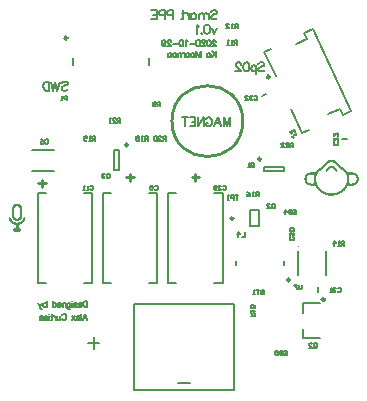
<source format=gbo>
G04*
G04 #@! TF.GenerationSoftware,Altium Limited,Altium Designer,20.2.6 (244)*
G04*
G04 Layer_Color=32896*
%FSLAX25Y25*%
%MOIN*%
G70*
G04*
G04 #@! TF.SameCoordinates,E73447B6-61B4-4EEF-956E-7A2C62B3FEF5*
G04*
G04*
G04 #@! TF.FilePolarity,Positive*
G04*
G01*
G75*
%ADD10C,0.01000*%
%ADD11C,0.00984*%
%ADD12C,0.00787*%
%ADD13C,0.00394*%
%ADD16C,0.00500*%
%ADD18C,0.00591*%
%ADD107C,0.00600*%
G36*
X-55510Y-1311D02*
X-55435D01*
Y-1322D01*
X-55424D01*
Y-1311D01*
X-55413D01*
Y-1322D01*
X-55402D01*
Y-1332D01*
X-55391D01*
Y-1322D01*
X-55402D01*
Y-1311D01*
X-55391D01*
Y-1322D01*
X-55381D01*
Y-1332D01*
X-55370D01*
Y-1322D01*
X-55359D01*
Y-1332D01*
X-55327D01*
Y-1343D01*
X-55316D01*
Y-1332D01*
X-55305D01*
Y-1343D01*
X-55294D01*
Y-1332D01*
X-55284D01*
Y-1343D01*
X-55273D01*
Y-1354D01*
X-55262D01*
Y-1343D01*
X-55273D01*
Y-1332D01*
X-55262D01*
Y-1343D01*
X-55251D01*
Y-1354D01*
X-55219D01*
Y-1365D01*
X-55208D01*
Y-1354D01*
X-55197D01*
Y-1365D01*
X-55186D01*
Y-1376D01*
X-55133D01*
Y-1386D01*
X-55122D01*
Y-1397D01*
X-55111D01*
Y-1386D01*
X-55122D01*
Y-1376D01*
X-55111D01*
Y-1386D01*
X-55100D01*
Y-1397D01*
X-55068D01*
Y-1408D01*
X-55057D01*
Y-1419D01*
X-55025D01*
Y-1429D01*
X-55014D01*
Y-1419D01*
X-55003D01*
Y-1429D01*
X-54993D01*
Y-1440D01*
X-54960D01*
Y-1451D01*
X-54949D01*
Y-1462D01*
X-54939D01*
Y-1451D01*
X-54949D01*
Y-1440D01*
X-54939D01*
Y-1451D01*
X-54928D01*
Y-1462D01*
X-54917D01*
Y-1472D01*
X-54906D01*
Y-1483D01*
X-54874D01*
Y-1494D01*
X-54863D01*
Y-1505D01*
X-54831D01*
Y-1516D01*
X-54820D01*
Y-1526D01*
X-54788D01*
Y-1537D01*
X-54777D01*
Y-1548D01*
X-54766D01*
Y-1559D01*
X-54755D01*
Y-1548D01*
X-54744D01*
Y-1559D01*
X-54734D01*
Y-1570D01*
X-54723D01*
Y-1580D01*
X-54712D01*
Y-1591D01*
X-54701D01*
Y-1602D01*
X-54690D01*
Y-1613D01*
X-54658D01*
Y-1623D01*
X-54647D01*
Y-1634D01*
X-54637D01*
Y-1645D01*
X-54626D01*
Y-1656D01*
X-54615D01*
Y-1667D01*
X-54604D01*
Y-1677D01*
X-54572D01*
Y-1688D01*
X-54561D01*
Y-1699D01*
X-54550D01*
Y-1710D01*
X-54540D01*
Y-1721D01*
X-54529D01*
Y-1731D01*
X-54518D01*
Y-1742D01*
X-54507D01*
Y-1753D01*
X-54496D01*
Y-1764D01*
X-54486D01*
Y-1774D01*
X-54475D01*
Y-1785D01*
X-54464D01*
Y-1796D01*
X-54453D01*
Y-1807D01*
X-54443D01*
Y-1818D01*
X-54432D01*
Y-1828D01*
X-54421D01*
Y-1839D01*
X-54410D01*
Y-1850D01*
X-54399D01*
Y-1861D01*
X-54389D01*
Y-1871D01*
X-54378D01*
Y-1882D01*
X-54367D01*
Y-1893D01*
X-54356D01*
Y-1904D01*
X-54346D01*
Y-1915D01*
X-54335D01*
Y-1925D01*
X-54324D01*
Y-1936D01*
X-54313D01*
Y-1947D01*
Y-1958D01*
Y-1969D01*
X-54302D01*
Y-1979D01*
X-54291D01*
Y-1990D01*
X-54281D01*
Y-2001D01*
X-54270D01*
Y-2012D01*
X-54259D01*
Y-2022D01*
X-54248D01*
Y-2033D01*
X-54259D01*
Y-2044D01*
X-54238D01*
Y-2055D01*
Y-2066D01*
X-54227D01*
Y-2076D01*
X-54216D01*
Y-2087D01*
X-54205D01*
Y-2098D01*
Y-2109D01*
X-54184D01*
Y-2120D01*
X-54194D01*
Y-2130D01*
X-54184D01*
Y-2141D01*
X-54173D01*
Y-2152D01*
X-54162D01*
Y-2163D01*
X-54173D01*
Y-2173D01*
X-54162D01*
Y-2184D01*
X-54151D01*
Y-2195D01*
X-54141D01*
Y-2206D01*
Y-2217D01*
Y-2227D01*
X-54130D01*
Y-2238D01*
X-54119D01*
Y-2249D01*
X-54108D01*
Y-2260D01*
Y-2270D01*
Y-2281D01*
X-54097D01*
Y-2292D01*
X-54087D01*
Y-2303D01*
X-54076D01*
Y-2314D01*
X-54087D01*
Y-2324D01*
X-54076D01*
Y-2335D01*
Y-2346D01*
X-54065D01*
Y-2357D01*
Y-2368D01*
X-54054D01*
Y-2378D01*
Y-2389D01*
Y-2400D01*
X-54044D01*
Y-2411D01*
X-54033D01*
Y-2421D01*
X-54044D01*
Y-2432D01*
X-54033D01*
Y-2443D01*
X-54022D01*
Y-2454D01*
X-54011D01*
Y-2465D01*
X-54022D01*
Y-2475D01*
X-54011D01*
Y-2486D01*
X-54022D01*
Y-2497D01*
X-54011D01*
Y-2508D01*
X-54000D01*
Y-2519D01*
X-53990D01*
Y-2529D01*
X-54000D01*
Y-2540D01*
X-53990D01*
Y-2551D01*
X-54000D01*
Y-2562D01*
X-53990D01*
Y-2572D01*
X-53979D01*
Y-2583D01*
X-53968D01*
Y-2594D01*
X-53979D01*
Y-2605D01*
X-53968D01*
Y-2616D01*
X-53979D01*
Y-2626D01*
X-53968D01*
Y-2637D01*
X-53957D01*
Y-2648D01*
Y-2659D01*
Y-2670D01*
X-53947D01*
Y-2680D01*
X-53957D01*
Y-2691D01*
X-53947D01*
Y-2702D01*
Y-2713D01*
Y-2723D01*
X-53936D01*
Y-2734D01*
Y-2745D01*
Y-2756D01*
X-53925D01*
Y-2767D01*
X-53936D01*
Y-2777D01*
X-53925D01*
Y-2788D01*
X-53936D01*
Y-2799D01*
X-53925D01*
Y-2810D01*
Y-2820D01*
Y-2831D01*
Y-2842D01*
Y-2853D01*
X-53914D01*
Y-2864D01*
Y-2874D01*
Y-2885D01*
Y-2896D01*
Y-2907D01*
X-53903D01*
Y-2918D01*
X-53914D01*
Y-2928D01*
X-53903D01*
Y-2939D01*
X-53914D01*
Y-2950D01*
X-53903D01*
Y-2961D01*
Y-2971D01*
Y-2982D01*
Y-2993D01*
Y-3004D01*
Y-3015D01*
Y-3025D01*
Y-3036D01*
Y-3047D01*
X-53893D01*
Y-3058D01*
X-53903D01*
Y-3069D01*
X-53893D01*
Y-3079D01*
X-53903D01*
Y-3090D01*
X-53893D01*
Y-3101D01*
X-53882D01*
Y-3112D01*
X-53893D01*
Y-3101D01*
X-53903D01*
Y-3112D01*
X-53893D01*
Y-3122D01*
Y-3133D01*
Y-3144D01*
X-53882D01*
Y-3155D01*
X-53893D01*
Y-3165D01*
Y-3176D01*
Y-3187D01*
X-53882D01*
Y-3198D01*
X-53893D01*
Y-3209D01*
Y-3219D01*
Y-3230D01*
X-53882D01*
Y-3241D01*
X-53893D01*
Y-3252D01*
Y-3263D01*
Y-3273D01*
X-53882D01*
Y-3284D01*
X-53893D01*
Y-3295D01*
Y-3306D01*
Y-3317D01*
X-53882D01*
Y-3327D01*
X-53893D01*
Y-3338D01*
Y-3349D01*
Y-3360D01*
X-53882D01*
Y-3370D01*
X-53893D01*
Y-3381D01*
Y-3392D01*
Y-3403D01*
X-53882D01*
Y-3413D01*
X-53893D01*
Y-3424D01*
Y-3435D01*
Y-3446D01*
X-53882D01*
Y-3457D01*
X-53893D01*
Y-3467D01*
Y-3478D01*
Y-3489D01*
X-53882D01*
Y-3500D01*
X-53893D01*
Y-3511D01*
Y-3521D01*
Y-3532D01*
X-53882D01*
Y-3543D01*
X-53893D01*
Y-3554D01*
Y-3565D01*
Y-3575D01*
X-53882D01*
Y-3586D01*
X-53893D01*
Y-3597D01*
Y-3608D01*
Y-3618D01*
X-53882D01*
Y-3629D01*
X-53893D01*
Y-3640D01*
Y-3651D01*
Y-3662D01*
X-53882D01*
Y-3672D01*
X-53893D01*
Y-3683D01*
Y-3694D01*
Y-3705D01*
X-53882D01*
Y-3715D01*
X-53893D01*
Y-3726D01*
Y-3737D01*
Y-3748D01*
X-53882D01*
Y-3759D01*
X-53893D01*
Y-3769D01*
Y-3780D01*
Y-3791D01*
X-53882D01*
Y-3802D01*
X-53893D01*
Y-3813D01*
Y-3823D01*
Y-3834D01*
X-53882D01*
Y-3845D01*
X-53893D01*
Y-3856D01*
Y-3866D01*
Y-3877D01*
X-53882D01*
Y-3888D01*
X-53893D01*
Y-3899D01*
Y-3910D01*
Y-3920D01*
X-53882D01*
Y-3931D01*
X-53893D01*
Y-3942D01*
Y-3953D01*
Y-3963D01*
X-53882D01*
Y-3974D01*
X-53893D01*
Y-3985D01*
Y-3996D01*
Y-4007D01*
X-53882D01*
Y-4017D01*
X-53893D01*
Y-4028D01*
Y-4039D01*
Y-4050D01*
X-53882D01*
Y-4061D01*
X-53893D01*
Y-4071D01*
Y-4082D01*
Y-4093D01*
X-53882D01*
Y-4104D01*
X-53893D01*
Y-4115D01*
Y-4125D01*
Y-4136D01*
X-53882D01*
Y-4147D01*
X-53893D01*
Y-4158D01*
Y-4168D01*
Y-4179D01*
X-53882D01*
Y-4190D01*
X-53893D01*
Y-4201D01*
Y-4211D01*
Y-4222D01*
X-53882D01*
Y-4233D01*
X-53893D01*
Y-4244D01*
Y-4255D01*
Y-4265D01*
X-53882D01*
Y-4276D01*
X-53893D01*
Y-4287D01*
Y-4298D01*
Y-4309D01*
X-53882D01*
Y-4319D01*
X-53893D01*
Y-4330D01*
Y-4341D01*
Y-4352D01*
X-53882D01*
Y-4363D01*
X-53893D01*
Y-4373D01*
Y-4384D01*
Y-4395D01*
X-53882D01*
Y-4406D01*
X-53893D01*
Y-4416D01*
Y-4427D01*
Y-4438D01*
X-53882D01*
Y-4449D01*
X-53893D01*
Y-4459D01*
Y-4470D01*
Y-4481D01*
X-53882D01*
Y-4492D01*
X-53893D01*
Y-4503D01*
Y-4513D01*
Y-4524D01*
X-53882D01*
Y-4535D01*
X-53893D01*
Y-4546D01*
Y-4557D01*
Y-4567D01*
X-53882D01*
Y-4578D01*
X-53893D01*
Y-4589D01*
Y-4600D01*
Y-4611D01*
X-53882D01*
Y-4621D01*
X-53893D01*
Y-4632D01*
Y-4643D01*
Y-4654D01*
X-53882D01*
Y-4664D01*
X-53893D01*
Y-4675D01*
Y-4686D01*
Y-4697D01*
X-53882D01*
Y-4707D01*
X-53893D01*
Y-4718D01*
Y-4729D01*
Y-4740D01*
X-53882D01*
Y-4751D01*
X-53893D01*
Y-4761D01*
Y-4772D01*
Y-4783D01*
X-53882D01*
Y-4794D01*
X-53893D01*
Y-4805D01*
Y-4815D01*
Y-4826D01*
X-53882D01*
Y-4837D01*
X-53893D01*
Y-4848D01*
Y-4859D01*
Y-4869D01*
X-53882D01*
Y-4880D01*
X-53893D01*
Y-4891D01*
Y-4902D01*
Y-4912D01*
X-53882D01*
Y-4923D01*
X-53893D01*
Y-4934D01*
Y-4945D01*
Y-4956D01*
X-53882D01*
Y-4966D01*
X-53893D01*
Y-4977D01*
Y-4988D01*
Y-4999D01*
X-53882D01*
Y-5009D01*
X-53893D01*
Y-5020D01*
Y-5031D01*
Y-5042D01*
X-53882D01*
Y-5053D01*
X-53893D01*
Y-5063D01*
Y-5074D01*
Y-5085D01*
X-53882D01*
Y-5096D01*
X-53893D01*
Y-5107D01*
Y-5117D01*
Y-5128D01*
X-53882D01*
Y-5139D01*
X-53893D01*
Y-5150D01*
Y-5161D01*
Y-5171D01*
X-53882D01*
Y-5182D01*
X-53893D01*
Y-5193D01*
Y-5204D01*
Y-5214D01*
X-53882D01*
Y-5225D01*
X-53893D01*
Y-5236D01*
Y-5247D01*
Y-5257D01*
X-53882D01*
Y-5268D01*
X-53893D01*
Y-5279D01*
Y-5290D01*
Y-5301D01*
X-53882D01*
Y-5311D01*
X-53893D01*
Y-5301D01*
X-53903D01*
Y-5311D01*
X-53893D01*
Y-5322D01*
X-53903D01*
Y-5333D01*
X-53893D01*
Y-5344D01*
X-53882D01*
Y-5354D01*
X-53893D01*
Y-5344D01*
X-53903D01*
Y-5354D01*
X-53893D01*
Y-5365D01*
X-53903D01*
Y-5376D01*
X-53893D01*
Y-5387D01*
X-53903D01*
Y-5398D01*
Y-5409D01*
Y-5419D01*
Y-5430D01*
Y-5441D01*
Y-5452D01*
Y-5462D01*
X-53914D01*
Y-5473D01*
X-53903D01*
Y-5484D01*
X-53914D01*
Y-5495D01*
X-53903D01*
Y-5505D01*
X-53914D01*
Y-5516D01*
X-53903D01*
Y-5527D01*
X-53914D01*
Y-5538D01*
X-53903D01*
Y-5549D01*
X-53914D01*
Y-5559D01*
Y-5570D01*
Y-5581D01*
X-53925D01*
Y-5592D01*
Y-5603D01*
Y-5613D01*
Y-5624D01*
Y-5635D01*
X-53936D01*
Y-5646D01*
X-53925D01*
Y-5657D01*
X-53936D01*
Y-5667D01*
Y-5678D01*
Y-5689D01*
X-53947D01*
Y-5700D01*
Y-5710D01*
Y-5721D01*
X-53957D01*
Y-5732D01*
X-53947D01*
Y-5743D01*
X-53957D01*
Y-5754D01*
X-53947D01*
Y-5764D01*
X-53957D01*
Y-5775D01*
Y-5786D01*
Y-5797D01*
X-53968D01*
Y-5807D01*
X-53979D01*
Y-5818D01*
X-53968D01*
Y-5829D01*
X-53979D01*
Y-5840D01*
Y-5851D01*
Y-5861D01*
X-53990D01*
Y-5872D01*
X-54000D01*
Y-5883D01*
X-53990D01*
Y-5894D01*
X-54000D01*
Y-5904D01*
Y-5915D01*
Y-5926D01*
X-54011D01*
Y-5937D01*
X-54022D01*
Y-5948D01*
X-54011D01*
Y-5958D01*
X-54022D01*
Y-5969D01*
Y-5980D01*
Y-5991D01*
X-54033D01*
Y-6002D01*
X-54044D01*
Y-6012D01*
X-54033D01*
Y-6023D01*
X-54044D01*
Y-6034D01*
X-54054D01*
Y-6023D01*
X-54065D01*
Y-6034D01*
X-54054D01*
Y-6045D01*
X-54065D01*
Y-6055D01*
X-54054D01*
Y-6066D01*
X-54065D01*
Y-6077D01*
X-54076D01*
Y-6088D01*
X-54087D01*
Y-6099D01*
X-54076D01*
Y-6109D01*
X-54087D01*
Y-6120D01*
X-54097D01*
Y-6131D01*
X-54108D01*
Y-6142D01*
X-54097D01*
Y-6152D01*
X-54108D01*
Y-6163D01*
X-54119D01*
Y-6174D01*
X-54130D01*
Y-6185D01*
X-54119D01*
Y-6196D01*
X-54130D01*
Y-6206D01*
X-54141D01*
Y-6196D01*
X-54151D01*
Y-6206D01*
X-54141D01*
Y-6217D01*
X-54151D01*
Y-6228D01*
Y-6239D01*
Y-6250D01*
X-54162D01*
Y-6260D01*
X-54173D01*
Y-6271D01*
X-54184D01*
Y-6282D01*
X-54194D01*
Y-6293D01*
X-54184D01*
Y-6303D01*
X-54194D01*
Y-6314D01*
X-54205D01*
Y-6325D01*
X-54216D01*
Y-6336D01*
Y-6347D01*
X-54238D01*
Y-6357D01*
X-54227D01*
Y-6368D01*
X-54238D01*
Y-6379D01*
X-54248D01*
Y-6390D01*
X-54259D01*
Y-6401D01*
X-54270D01*
Y-6411D01*
X-54281D01*
Y-6422D01*
X-54270D01*
Y-6433D01*
X-54281D01*
Y-6444D01*
X-54291D01*
Y-6454D01*
X-54302D01*
Y-6465D01*
X-54313D01*
Y-6476D01*
X-54324D01*
Y-6487D01*
X-54335D01*
Y-6498D01*
X-54346D01*
Y-6508D01*
Y-6519D01*
X-54367D01*
Y-6530D01*
Y-6541D01*
X-54389D01*
Y-6551D01*
X-54378D01*
Y-6562D01*
X-54389D01*
Y-6573D01*
X-54399D01*
Y-6584D01*
X-54410D01*
Y-6595D01*
X-54421D01*
Y-6605D01*
X-54432D01*
Y-6616D01*
X-54443D01*
Y-6627D01*
X-54475D01*
Y-6638D01*
X-54464D01*
Y-6649D01*
X-54475D01*
Y-6659D01*
X-54486D01*
Y-6670D01*
X-54518D01*
Y-6681D01*
X-54507D01*
Y-6692D01*
X-54540D01*
Y-6702D01*
X-54550D01*
Y-6713D01*
X-54561D01*
Y-6724D01*
X-54572D01*
Y-6735D01*
X-54583D01*
Y-6746D01*
X-54593D01*
Y-6756D01*
X-54626D01*
Y-6767D01*
X-54615D01*
Y-6778D01*
X-54647D01*
Y-6789D01*
X-54637D01*
Y-6799D01*
X-54647D01*
Y-6789D01*
X-54658D01*
Y-6799D01*
X-54669D01*
Y-6810D01*
X-54658D01*
Y-6821D01*
X-54669D01*
Y-6810D01*
X-54680D01*
Y-6821D01*
X-54690D01*
Y-6832D01*
X-54712D01*
Y-6843D01*
X-54734D01*
Y-6853D01*
X-54744D01*
Y-6864D01*
X-54777D01*
Y-6875D01*
X-54766D01*
Y-6886D01*
X-54777D01*
Y-6875D01*
X-54788D01*
Y-6886D01*
X-54798D01*
Y-6897D01*
X-54809D01*
Y-6907D01*
X-54842D01*
Y-6918D01*
X-54852D01*
Y-6929D01*
X-54863D01*
Y-6918D01*
X-54874D01*
Y-6929D01*
X-54885D01*
Y-6940D01*
X-54895D01*
Y-6950D01*
X-54928D01*
Y-6961D01*
X-54939D01*
Y-6972D01*
X-54971D01*
Y-6983D01*
X-54982D01*
Y-6972D01*
X-54993D01*
Y-6983D01*
X-54982D01*
Y-6994D01*
X-54993D01*
Y-6983D01*
X-55003D01*
Y-6994D01*
X-55036D01*
Y-7004D01*
X-55046D01*
Y-7015D01*
X-55079D01*
Y-7026D01*
X-55089D01*
Y-7015D01*
X-55100D01*
Y-7026D01*
X-55089D01*
Y-7037D01*
X-55100D01*
Y-7026D01*
X-55111D01*
Y-7037D01*
X-55143D01*
Y-7047D01*
X-55154D01*
Y-7037D01*
X-55165D01*
Y-7047D01*
X-55176D01*
Y-7058D01*
X-55230D01*
Y-7069D01*
X-55240D01*
Y-7080D01*
X-55251D01*
Y-7069D01*
X-55262D01*
Y-7080D01*
X-55316D01*
Y-7091D01*
X-55327D01*
Y-7080D01*
X-55338D01*
Y-7091D01*
X-55327D01*
Y-7101D01*
X-55338D01*
Y-7091D01*
X-55370D01*
Y-7101D01*
X-55381D01*
Y-7091D01*
X-55391D01*
Y-7101D01*
X-55445D01*
Y-7112D01*
X-55456D01*
Y-7101D01*
X-55467D01*
Y-7112D01*
X-55478D01*
Y-7101D01*
X-55489D01*
Y-7112D01*
X-55478D01*
Y-7123D01*
X-55489D01*
Y-7112D01*
X-55499D01*
Y-7101D01*
X-55510D01*
Y-7112D01*
X-55521D01*
Y-7101D01*
X-55532D01*
Y-7112D01*
X-55521D01*
Y-7123D01*
X-55532D01*
Y-7112D01*
X-55542D01*
Y-7101D01*
X-55553D01*
Y-7112D01*
X-55564D01*
Y-7101D01*
X-55575D01*
Y-7112D01*
X-55564D01*
Y-7123D01*
X-55575D01*
Y-7112D01*
X-55607D01*
Y-7123D01*
X-55618D01*
Y-7112D01*
X-55629D01*
Y-7123D01*
X-55639D01*
Y-7112D01*
X-55650D01*
Y-7101D01*
X-55661D01*
Y-7112D01*
X-55650D01*
Y-7123D01*
X-55661D01*
Y-7112D01*
X-55672D01*
Y-7101D01*
X-55683D01*
Y-7112D01*
X-55693D01*
Y-7101D01*
X-55704D01*
Y-7112D01*
X-55693D01*
Y-7123D01*
X-55704D01*
Y-7112D01*
X-55715D01*
Y-7101D01*
X-55726D01*
Y-7112D01*
X-55737D01*
Y-7101D01*
X-55747D01*
Y-7112D01*
X-55737D01*
Y-7123D01*
X-55747D01*
Y-7112D01*
X-55758D01*
Y-7101D01*
X-55855D01*
Y-7091D01*
X-55888D01*
Y-7080D01*
X-55898D01*
Y-7091D01*
X-55909D01*
Y-7080D01*
X-55963D01*
Y-7069D01*
X-55974D01*
Y-7080D01*
X-55984D01*
Y-7069D01*
X-55995D01*
Y-7058D01*
X-56006D01*
Y-7069D01*
X-55995D01*
Y-7080D01*
X-56006D01*
Y-7069D01*
X-56017D01*
Y-7058D01*
X-56049D01*
Y-7047D01*
X-56060D01*
Y-7037D01*
X-56071D01*
Y-7047D01*
X-56060D01*
Y-7058D01*
X-56071D01*
Y-7047D01*
X-56082D01*
Y-7037D01*
X-56135D01*
Y-7026D01*
X-56146D01*
Y-7015D01*
X-56179D01*
Y-7004D01*
X-56189D01*
Y-6994D01*
X-56200D01*
Y-7004D01*
X-56189D01*
Y-7015D01*
X-56200D01*
Y-7004D01*
X-56211D01*
Y-6994D01*
X-56243D01*
Y-6983D01*
X-56254D01*
Y-6972D01*
X-56265D01*
Y-6983D01*
X-56276D01*
Y-6972D01*
X-56287D01*
Y-6961D01*
X-56297D01*
Y-6950D01*
X-56308D01*
Y-6961D01*
X-56319D01*
Y-6950D01*
X-56330D01*
Y-6940D01*
X-56340D01*
Y-6929D01*
X-56351D01*
Y-6940D01*
X-56340D01*
Y-6950D01*
X-56351D01*
Y-6940D01*
X-56362D01*
Y-6929D01*
X-56373D01*
Y-6918D01*
X-56384D01*
Y-6907D01*
X-56416D01*
Y-6897D01*
X-56427D01*
Y-6886D01*
X-56459D01*
Y-6875D01*
X-56470D01*
Y-6864D01*
X-56481D01*
Y-6853D01*
X-56491D01*
Y-6843D01*
X-56524D01*
Y-6832D01*
X-56534D01*
Y-6821D01*
X-56545D01*
Y-6810D01*
X-56556D01*
Y-6799D01*
X-56588D01*
Y-6789D01*
X-56599D01*
Y-6778D01*
X-56610D01*
Y-6767D01*
X-56621D01*
Y-6756D01*
X-56631D01*
Y-6746D01*
X-56642D01*
Y-6735D01*
X-56664D01*
Y-6724D01*
Y-6713D01*
X-56696D01*
Y-6702D01*
X-56707D01*
Y-6692D01*
X-56718D01*
Y-6681D01*
X-56729D01*
Y-6670D01*
X-56739D01*
Y-6659D01*
X-56750D01*
Y-6649D01*
X-56761D01*
Y-6638D01*
X-56772D01*
Y-6627D01*
X-56783D01*
Y-6616D01*
X-56793D01*
Y-6605D01*
X-56804D01*
Y-6595D01*
X-56815D01*
Y-6584D01*
X-56826D01*
Y-6573D01*
X-56836D01*
Y-6562D01*
X-56847D01*
Y-6551D01*
X-56858D01*
Y-6541D01*
X-56869D01*
Y-6530D01*
X-56880D01*
Y-6519D01*
X-56890D01*
Y-6508D01*
Y-6498D01*
X-56912D01*
Y-6487D01*
X-56901D01*
Y-6476D01*
X-56923D01*
Y-6465D01*
Y-6454D01*
X-56933D01*
Y-6444D01*
X-56944D01*
Y-6433D01*
X-56955D01*
Y-6422D01*
X-56966D01*
Y-6411D01*
X-56977D01*
Y-6401D01*
X-56966D01*
Y-6390D01*
X-56998D01*
Y-6379D01*
X-56987D01*
Y-6368D01*
X-56998D01*
Y-6357D01*
X-57009D01*
Y-6347D01*
X-57020D01*
Y-6336D01*
Y-6325D01*
X-57030D01*
Y-6314D01*
Y-6303D01*
X-57041D01*
Y-6293D01*
X-57052D01*
Y-6282D01*
X-57063D01*
Y-6271D01*
X-57052D01*
Y-6260D01*
X-57084D01*
Y-6250D01*
X-57074D01*
Y-6239D01*
X-57084D01*
Y-6228D01*
Y-6217D01*
X-57095D01*
Y-6206D01*
Y-6196D01*
X-57106D01*
Y-6185D01*
X-57117D01*
Y-6174D01*
X-57128D01*
Y-6163D01*
X-57117D01*
Y-6152D01*
X-57128D01*
Y-6142D01*
X-57138D01*
Y-6131D01*
X-57149D01*
Y-6120D01*
X-57138D01*
Y-6109D01*
X-57149D01*
Y-6099D01*
X-57160D01*
Y-6088D01*
X-57171D01*
Y-6077D01*
X-57160D01*
Y-6066D01*
X-57171D01*
Y-6055D01*
X-57182D01*
Y-6045D01*
Y-6034D01*
Y-6023D01*
X-57192D01*
Y-6012D01*
X-57203D01*
Y-6002D01*
X-57214D01*
Y-5991D01*
X-57203D01*
Y-5980D01*
X-57214D01*
Y-5969D01*
X-57203D01*
Y-5958D01*
X-57214D01*
Y-5948D01*
X-57225D01*
Y-5937D01*
X-57235D01*
Y-5926D01*
X-57225D01*
Y-5915D01*
X-57235D01*
Y-5904D01*
X-57225D01*
Y-5894D01*
X-57235D01*
Y-5883D01*
X-57246D01*
Y-5872D01*
X-57257D01*
Y-5861D01*
X-57246D01*
Y-5851D01*
X-57257D01*
Y-5840D01*
Y-5829D01*
Y-5818D01*
X-57268D01*
Y-5807D01*
X-57279D01*
Y-5797D01*
X-57268D01*
Y-5786D01*
X-57279D01*
Y-5775D01*
X-57268D01*
Y-5764D01*
X-57279D01*
Y-5754D01*
Y-5743D01*
Y-5732D01*
X-57289D01*
Y-5721D01*
Y-5710D01*
Y-5700D01*
X-57300D01*
Y-5689D01*
X-57289D01*
Y-5678D01*
X-57300D01*
Y-5667D01*
Y-5657D01*
Y-5646D01*
X-57311D01*
Y-5635D01*
X-57322D01*
Y-5624D01*
X-57311D01*
Y-5613D01*
X-57322D01*
Y-5603D01*
X-57311D01*
Y-5592D01*
X-57322D01*
Y-5581D01*
X-57311D01*
Y-5570D01*
X-57322D01*
Y-5559D01*
X-57311D01*
Y-5549D01*
X-57322D01*
Y-5538D01*
Y-5527D01*
Y-5516D01*
Y-5505D01*
Y-5495D01*
X-57332D01*
Y-5484D01*
X-57343D01*
Y-5473D01*
X-57332D01*
Y-5462D01*
Y-5452D01*
Y-5441D01*
X-57343D01*
Y-5430D01*
X-57332D01*
Y-5419D01*
X-57343D01*
Y-5409D01*
X-57332D01*
Y-5398D01*
X-57343D01*
Y-5387D01*
X-57332D01*
Y-5376D01*
X-57343D01*
Y-5365D01*
X-57332D01*
Y-5354D01*
X-57343D01*
Y-5344D01*
X-57332D01*
Y-5333D01*
X-57343D01*
Y-5322D01*
X-57332D01*
Y-5311D01*
X-57343D01*
Y-5301D01*
X-57332D01*
Y-5290D01*
X-57343D01*
Y-5279D01*
X-57332D01*
Y-5268D01*
X-57343D01*
Y-5257D01*
X-57332D01*
Y-5247D01*
X-57343D01*
Y-5236D01*
X-57332D01*
Y-5225D01*
X-57343D01*
Y-5214D01*
X-57332D01*
Y-5204D01*
X-57343D01*
Y-5193D01*
Y-5182D01*
Y-5171D01*
X-57332D01*
Y-5161D01*
X-57343D01*
Y-5150D01*
X-57332D01*
Y-5139D01*
X-57343D01*
Y-5128D01*
X-57332D01*
Y-5117D01*
X-57343D01*
Y-5107D01*
Y-5096D01*
Y-5085D01*
X-57332D01*
Y-5074D01*
X-57343D01*
Y-5063D01*
X-57332D01*
Y-5053D01*
X-57343D01*
Y-5042D01*
X-57332D01*
Y-5031D01*
X-57343D01*
Y-5020D01*
Y-5009D01*
Y-4999D01*
X-57332D01*
Y-4988D01*
X-57343D01*
Y-4977D01*
X-57332D01*
Y-4966D01*
X-57343D01*
Y-4956D01*
X-57332D01*
Y-4945D01*
X-57343D01*
Y-4934D01*
Y-4923D01*
Y-4912D01*
X-57332D01*
Y-4902D01*
X-57343D01*
Y-4891D01*
X-57332D01*
Y-4880D01*
X-57343D01*
Y-4869D01*
X-57332D01*
Y-4859D01*
X-57343D01*
Y-4848D01*
Y-4837D01*
Y-4826D01*
X-57332D01*
Y-4815D01*
X-57343D01*
Y-4805D01*
X-57332D01*
Y-4794D01*
X-57343D01*
Y-4783D01*
X-57332D01*
Y-4772D01*
X-57343D01*
Y-4761D01*
Y-4751D01*
Y-4740D01*
X-57332D01*
Y-4729D01*
X-57343D01*
Y-4718D01*
X-57332D01*
Y-4707D01*
X-57343D01*
Y-4697D01*
X-57332D01*
Y-4686D01*
X-57343D01*
Y-4675D01*
Y-4664D01*
Y-4654D01*
X-57332D01*
Y-4643D01*
X-57343D01*
Y-4632D01*
X-57332D01*
Y-4621D01*
X-57343D01*
Y-4611D01*
X-57332D01*
Y-4600D01*
X-57343D01*
Y-4589D01*
Y-4578D01*
Y-4567D01*
X-57332D01*
Y-4557D01*
X-57343D01*
Y-4546D01*
X-57332D01*
Y-4535D01*
X-57343D01*
Y-4524D01*
X-57332D01*
Y-4513D01*
X-57343D01*
Y-4503D01*
Y-4492D01*
Y-4481D01*
X-57332D01*
Y-4470D01*
X-57343D01*
Y-4459D01*
X-57332D01*
Y-4449D01*
X-57343D01*
Y-4438D01*
X-57332D01*
Y-4427D01*
X-57343D01*
Y-4416D01*
Y-4406D01*
Y-4395D01*
X-57332D01*
Y-4384D01*
X-57343D01*
Y-4373D01*
X-57332D01*
Y-4363D01*
X-57343D01*
Y-4352D01*
X-57332D01*
Y-4341D01*
X-57343D01*
Y-4330D01*
Y-4319D01*
Y-4309D01*
X-57332D01*
Y-4298D01*
X-57343D01*
Y-4287D01*
X-57332D01*
Y-4276D01*
X-57343D01*
Y-4265D01*
X-57332D01*
Y-4255D01*
X-57343D01*
Y-4244D01*
Y-4233D01*
Y-4222D01*
X-57332D01*
Y-4211D01*
X-57343D01*
Y-4201D01*
X-57332D01*
Y-4190D01*
X-57343D01*
Y-4179D01*
X-57332D01*
Y-4168D01*
X-57343D01*
Y-4158D01*
Y-4147D01*
Y-4136D01*
X-57332D01*
Y-4125D01*
X-57343D01*
Y-4115D01*
X-57332D01*
Y-4104D01*
X-57343D01*
Y-4093D01*
X-57332D01*
Y-4082D01*
X-57343D01*
Y-4071D01*
Y-4061D01*
Y-4050D01*
X-57332D01*
Y-4039D01*
X-57343D01*
Y-4028D01*
X-57332D01*
Y-4017D01*
X-57343D01*
Y-4007D01*
X-57332D01*
Y-3996D01*
X-57343D01*
Y-3985D01*
Y-3974D01*
Y-3963D01*
X-57332D01*
Y-3953D01*
X-57343D01*
Y-3942D01*
X-57332D01*
Y-3931D01*
X-57343D01*
Y-3920D01*
X-57332D01*
Y-3910D01*
X-57343D01*
Y-3899D01*
Y-3888D01*
Y-3877D01*
X-57332D01*
Y-3866D01*
X-57343D01*
Y-3856D01*
X-57332D01*
Y-3845D01*
X-57343D01*
Y-3834D01*
X-57332D01*
Y-3823D01*
X-57343D01*
Y-3813D01*
Y-3802D01*
Y-3791D01*
X-57332D01*
Y-3780D01*
X-57343D01*
Y-3769D01*
X-57332D01*
Y-3759D01*
X-57343D01*
Y-3748D01*
X-57332D01*
Y-3737D01*
X-57343D01*
Y-3726D01*
Y-3715D01*
Y-3705D01*
X-57332D01*
Y-3694D01*
X-57343D01*
Y-3683D01*
X-57332D01*
Y-3672D01*
X-57343D01*
Y-3662D01*
X-57332D01*
Y-3651D01*
X-57343D01*
Y-3640D01*
Y-3629D01*
Y-3618D01*
X-57332D01*
Y-3608D01*
X-57343D01*
Y-3597D01*
X-57332D01*
Y-3586D01*
X-57343D01*
Y-3575D01*
X-57332D01*
Y-3565D01*
X-57343D01*
Y-3554D01*
Y-3543D01*
Y-3532D01*
X-57332D01*
Y-3521D01*
X-57343D01*
Y-3511D01*
X-57332D01*
Y-3500D01*
X-57343D01*
Y-3489D01*
X-57332D01*
Y-3478D01*
X-57343D01*
Y-3467D01*
Y-3457D01*
Y-3446D01*
X-57332D01*
Y-3435D01*
X-57343D01*
Y-3424D01*
X-57332D01*
Y-3413D01*
X-57343D01*
Y-3403D01*
X-57332D01*
Y-3392D01*
X-57343D01*
Y-3381D01*
Y-3370D01*
Y-3360D01*
X-57332D01*
Y-3349D01*
X-57343D01*
Y-3338D01*
X-57332D01*
Y-3327D01*
X-57343D01*
Y-3317D01*
X-57332D01*
Y-3306D01*
X-57343D01*
Y-3295D01*
Y-3284D01*
Y-3273D01*
X-57332D01*
Y-3263D01*
X-57343D01*
Y-3252D01*
X-57332D01*
Y-3241D01*
X-57343D01*
Y-3230D01*
X-57332D01*
Y-3219D01*
X-57343D01*
Y-3209D01*
Y-3198D01*
Y-3187D01*
X-57332D01*
Y-3176D01*
X-57343D01*
Y-3165D01*
X-57332D01*
Y-3155D01*
X-57343D01*
Y-3144D01*
X-57332D01*
Y-3133D01*
X-57343D01*
Y-3122D01*
X-57332D01*
Y-3112D01*
X-57343D01*
Y-3101D01*
X-57332D01*
Y-3090D01*
X-57343D01*
Y-3079D01*
X-57332D01*
Y-3069D01*
X-57343D01*
Y-3058D01*
X-57332D01*
Y-3047D01*
X-57343D01*
Y-3036D01*
X-57332D01*
Y-3025D01*
X-57343D01*
Y-3015D01*
X-57332D01*
Y-3004D01*
Y-2993D01*
Y-2982D01*
X-57343D01*
Y-2971D01*
X-57332D01*
Y-2961D01*
Y-2950D01*
Y-2939D01*
X-57343D01*
Y-2928D01*
X-57322D01*
Y-2918D01*
Y-2907D01*
Y-2896D01*
Y-2885D01*
Y-2874D01*
Y-2864D01*
X-57311D01*
Y-2853D01*
X-57322D01*
Y-2842D01*
X-57311D01*
Y-2831D01*
X-57322D01*
Y-2820D01*
X-57311D01*
Y-2810D01*
Y-2799D01*
Y-2788D01*
Y-2777D01*
Y-2767D01*
X-57300D01*
Y-2756D01*
X-57289D01*
Y-2745D01*
X-57300D01*
Y-2734D01*
X-57289D01*
Y-2723D01*
X-57300D01*
Y-2713D01*
X-57289D01*
Y-2702D01*
Y-2691D01*
Y-2680D01*
X-57279D01*
Y-2670D01*
Y-2659D01*
Y-2648D01*
X-57268D01*
Y-2637D01*
X-57279D01*
Y-2626D01*
X-57268D01*
Y-2616D01*
Y-2605D01*
Y-2594D01*
X-57257D01*
Y-2583D01*
X-57246D01*
Y-2572D01*
X-57257D01*
Y-2562D01*
X-57246D01*
Y-2551D01*
Y-2540D01*
Y-2529D01*
X-57235D01*
Y-2519D01*
X-57225D01*
Y-2508D01*
X-57235D01*
Y-2497D01*
X-57225D01*
Y-2486D01*
Y-2475D01*
X-57214D01*
Y-2465D01*
Y-2454D01*
X-57203D01*
Y-2443D01*
X-57214D01*
Y-2432D01*
X-57203D01*
Y-2421D01*
X-57192D01*
Y-2411D01*
X-57182D01*
Y-2400D01*
X-57192D01*
Y-2389D01*
X-57182D01*
Y-2378D01*
X-57171D01*
Y-2368D01*
X-57160D01*
Y-2357D01*
X-57171D01*
Y-2346D01*
X-57160D01*
Y-2335D01*
X-57171D01*
Y-2324D01*
X-57149D01*
Y-2314D01*
Y-2303D01*
X-57138D01*
Y-2292D01*
X-57149D01*
Y-2281D01*
X-57138D01*
Y-2270D01*
X-57128D01*
Y-2260D01*
X-57117D01*
Y-2249D01*
X-57128D01*
Y-2238D01*
X-57106D01*
Y-2227D01*
Y-2217D01*
X-57095D01*
Y-2206D01*
X-57084D01*
Y-2195D01*
X-57074D01*
Y-2184D01*
X-57084D01*
Y-2173D01*
X-57074D01*
Y-2163D01*
X-57084D01*
Y-2152D01*
X-57074D01*
Y-2163D01*
X-57063D01*
Y-2152D01*
X-57052D01*
Y-2141D01*
X-57063D01*
Y-2130D01*
X-57052D01*
Y-2120D01*
X-57041D01*
Y-2109D01*
X-57030D01*
Y-2098D01*
X-57020D01*
Y-2087D01*
X-57009D01*
Y-2076D01*
X-57020D01*
Y-2066D01*
X-57009D01*
Y-2055D01*
X-56998D01*
Y-2066D01*
X-56987D01*
Y-2055D01*
X-56998D01*
Y-2044D01*
X-56987D01*
Y-2033D01*
X-56977D01*
Y-2022D01*
X-56966D01*
Y-2012D01*
X-56977D01*
Y-2001D01*
X-56966D01*
Y-1990D01*
X-56955D01*
Y-1979D01*
X-56944D01*
Y-1969D01*
X-56933D01*
Y-1958D01*
X-56923D01*
Y-1947D01*
X-56912D01*
Y-1936D01*
X-56901D01*
Y-1925D01*
X-56890D01*
Y-1915D01*
X-56880D01*
Y-1904D01*
Y-1893D01*
X-56858D01*
Y-1882D01*
X-56869D01*
Y-1871D01*
X-56858D01*
Y-1861D01*
X-56847D01*
Y-1871D01*
X-56836D01*
Y-1861D01*
X-56847D01*
Y-1850D01*
X-56836D01*
Y-1839D01*
X-56826D01*
Y-1850D01*
X-56815D01*
Y-1839D01*
X-56826D01*
Y-1828D01*
X-56815D01*
Y-1818D01*
X-56804D01*
Y-1807D01*
X-56793D01*
Y-1796D01*
X-56783D01*
Y-1807D01*
X-56772D01*
Y-1796D01*
X-56783D01*
Y-1785D01*
X-56772D01*
Y-1774D01*
X-56761D01*
Y-1785D01*
X-56750D01*
Y-1774D01*
X-56761D01*
Y-1764D01*
X-56729D01*
Y-1753D01*
X-56739D01*
Y-1742D01*
X-56729D01*
Y-1731D01*
X-56718D01*
Y-1742D01*
X-56707D01*
Y-1731D01*
X-56718D01*
Y-1721D01*
X-56686D01*
Y-1710D01*
X-56675D01*
Y-1699D01*
X-56664D01*
Y-1688D01*
X-56653D01*
Y-1677D01*
X-56642D01*
Y-1667D01*
X-56631D01*
Y-1656D01*
X-56621D01*
Y-1645D01*
X-56610D01*
Y-1634D01*
X-56578D01*
Y-1623D01*
X-56588D01*
Y-1613D01*
X-56578D01*
Y-1623D01*
X-56567D01*
Y-1613D01*
X-56556D01*
Y-1602D01*
X-56545D01*
Y-1591D01*
X-56534D01*
Y-1580D01*
X-56524D01*
Y-1591D01*
X-56513D01*
Y-1580D01*
X-56502D01*
Y-1570D01*
X-56491D01*
Y-1559D01*
X-56481D01*
Y-1548D01*
X-56448D01*
Y-1537D01*
X-56459D01*
Y-1526D01*
X-56448D01*
Y-1537D01*
X-56437D01*
Y-1526D01*
X-56427D01*
Y-1516D01*
X-56416D01*
Y-1526D01*
X-56405D01*
Y-1516D01*
X-56416D01*
Y-1505D01*
X-56405D01*
Y-1516D01*
X-56394D01*
Y-1505D01*
X-56384D01*
Y-1494D01*
X-56373D01*
Y-1483D01*
X-56340D01*
Y-1472D01*
X-56330D01*
Y-1462D01*
X-56297D01*
Y-1451D01*
X-56287D01*
Y-1440D01*
X-56254D01*
Y-1429D01*
X-56243D01*
Y-1440D01*
X-56233D01*
Y-1429D01*
X-56222D01*
Y-1419D01*
X-56189D01*
Y-1408D01*
X-56179D01*
Y-1419D01*
X-56168D01*
Y-1408D01*
X-56179D01*
Y-1397D01*
X-56168D01*
Y-1408D01*
X-56157D01*
Y-1397D01*
X-56125D01*
Y-1386D01*
X-56135D01*
Y-1376D01*
X-56125D01*
Y-1386D01*
X-56114D01*
Y-1376D01*
X-56103D01*
Y-1386D01*
X-56092D01*
Y-1376D01*
X-56060D01*
Y-1365D01*
X-56049D01*
Y-1376D01*
X-56038D01*
Y-1365D01*
X-56028D01*
Y-1354D01*
X-55995D01*
Y-1343D01*
X-55984D01*
Y-1354D01*
X-55974D01*
Y-1343D01*
X-55963D01*
Y-1332D01*
X-55952D01*
Y-1343D01*
X-55941D01*
Y-1332D01*
X-55931D01*
Y-1343D01*
X-55920D01*
Y-1332D01*
X-55888D01*
Y-1322D01*
X-55877D01*
Y-1332D01*
X-55866D01*
Y-1322D01*
X-55855D01*
Y-1332D01*
X-55844D01*
Y-1322D01*
X-55855D01*
Y-1311D01*
X-55844D01*
Y-1322D01*
X-55834D01*
Y-1332D01*
X-55823D01*
Y-1322D01*
X-55834D01*
Y-1311D01*
X-55823D01*
Y-1322D01*
X-55812D01*
Y-1311D01*
X-55693D01*
Y-1300D01*
X-55683D01*
Y-1311D01*
X-55672D01*
Y-1300D01*
X-55661D01*
Y-1311D01*
X-55650D01*
Y-1300D01*
X-55639D01*
Y-1311D01*
X-55629D01*
Y-1300D01*
X-55618D01*
Y-1311D01*
X-55607D01*
Y-1300D01*
X-55596D01*
Y-1311D01*
X-55585D01*
Y-1300D01*
X-55575D01*
Y-1311D01*
X-55564D01*
Y-1300D01*
X-55553D01*
Y-1311D01*
X-55521D01*
Y-1300D01*
X-55510D01*
Y-1311D01*
D02*
G37*
G36*
X-53149Y-5872D02*
X-53138D01*
Y-5883D01*
X-53105D01*
Y-5894D01*
X-53095D01*
Y-5883D01*
X-53084D01*
Y-5894D01*
X-53073D01*
Y-5904D01*
X-53041D01*
Y-5915D01*
X-53030D01*
Y-5926D01*
X-52997D01*
Y-5937D01*
X-52987D01*
Y-5948D01*
X-52976D01*
Y-5958D01*
X-52965D01*
Y-5969D01*
X-52954D01*
Y-5980D01*
X-52944D01*
Y-5991D01*
X-52933D01*
Y-6002D01*
X-52922D01*
Y-6012D01*
X-52911D01*
Y-6023D01*
X-52922D01*
Y-6034D01*
X-52890D01*
Y-6045D01*
X-52900D01*
Y-6055D01*
X-52890D01*
Y-6066D01*
X-52879D01*
Y-6077D01*
X-52868D01*
Y-6088D01*
X-52879D01*
Y-6099D01*
X-52868D01*
Y-6109D01*
X-52857D01*
Y-6120D01*
X-52847D01*
Y-6131D01*
X-52857D01*
Y-6142D01*
X-52847D01*
Y-6152D01*
X-52857D01*
Y-6163D01*
X-52847D01*
Y-6174D01*
X-52836D01*
Y-6185D01*
X-52847D01*
Y-6196D01*
X-52836D01*
Y-6206D01*
Y-6217D01*
Y-6228D01*
Y-6239D01*
Y-6250D01*
X-52825D01*
Y-6260D01*
X-52836D01*
Y-6271D01*
X-52825D01*
Y-6282D01*
X-52836D01*
Y-6293D01*
Y-6303D01*
Y-6314D01*
X-52847D01*
Y-6325D01*
X-52836D01*
Y-6336D01*
X-52847D01*
Y-6347D01*
Y-6357D01*
Y-6368D01*
X-52857D01*
Y-6379D01*
X-52847D01*
Y-6390D01*
X-52857D01*
Y-6401D01*
Y-6411D01*
Y-6422D01*
X-52868D01*
Y-6433D01*
X-52879D01*
Y-6444D01*
X-52868D01*
Y-6454D01*
X-52879D01*
Y-6465D01*
X-52868D01*
Y-6476D01*
X-52879D01*
Y-6487D01*
X-52890D01*
Y-6498D01*
X-52900D01*
Y-6508D01*
X-52890D01*
Y-6519D01*
X-52900D01*
Y-6530D01*
X-52890D01*
Y-6541D01*
X-52900D01*
Y-6551D01*
X-52890D01*
Y-6562D01*
X-52900D01*
Y-6573D01*
X-52911D01*
Y-6584D01*
X-52922D01*
Y-6595D01*
X-52911D01*
Y-6605D01*
X-52922D01*
Y-6616D01*
X-52933D01*
Y-6627D01*
X-52944D01*
Y-6638D01*
X-52933D01*
Y-6649D01*
X-52944D01*
Y-6659D01*
X-52933D01*
Y-6670D01*
X-52944D01*
Y-6681D01*
X-52954D01*
Y-6692D01*
Y-6702D01*
Y-6713D01*
X-52965D01*
Y-6724D01*
X-52954D01*
Y-6735D01*
X-52965D01*
Y-6746D01*
X-52976D01*
Y-6756D01*
X-52987D01*
Y-6767D01*
X-52976D01*
Y-6778D01*
X-52987D01*
Y-6789D01*
X-52997D01*
Y-6799D01*
X-53008D01*
Y-6810D01*
X-52997D01*
Y-6821D01*
X-53008D01*
Y-6832D01*
X-53019D01*
Y-6843D01*
X-53030D01*
Y-6853D01*
X-53019D01*
Y-6864D01*
X-53030D01*
Y-6875D01*
Y-6886D01*
X-53041D01*
Y-6897D01*
Y-6907D01*
X-53051D01*
Y-6918D01*
X-53062D01*
Y-6929D01*
X-53073D01*
Y-6940D01*
X-53062D01*
Y-6950D01*
X-53073D01*
Y-6961D01*
X-53084D01*
Y-6972D01*
X-53095D01*
Y-6983D01*
X-53084D01*
Y-6994D01*
X-53095D01*
Y-7004D01*
X-53105D01*
Y-7015D01*
X-53116D01*
Y-7026D01*
X-53105D01*
Y-7037D01*
X-53116D01*
Y-7047D01*
X-53127D01*
Y-7058D01*
X-53138D01*
Y-7069D01*
Y-7080D01*
X-53149D01*
Y-7091D01*
Y-7101D01*
X-53159D01*
Y-7112D01*
X-53170D01*
Y-7123D01*
X-53181D01*
Y-7134D01*
X-53192D01*
Y-7145D01*
X-53202D01*
Y-7155D01*
X-53192D01*
Y-7166D01*
X-53202D01*
Y-7177D01*
X-53213D01*
Y-7188D01*
X-53224D01*
Y-7198D01*
Y-7209D01*
Y-7220D01*
X-53235D01*
Y-7231D01*
X-53246D01*
Y-7242D01*
X-53256D01*
Y-7252D01*
X-53267D01*
Y-7263D01*
X-53278D01*
Y-7274D01*
X-53289D01*
Y-7285D01*
X-53278D01*
Y-7296D01*
X-53310D01*
Y-7306D01*
X-53299D01*
Y-7317D01*
X-53310D01*
Y-7328D01*
X-53321D01*
Y-7339D01*
X-53332D01*
Y-7350D01*
X-53343D01*
Y-7360D01*
X-53353D01*
Y-7371D01*
Y-7382D01*
X-53375D01*
Y-7393D01*
Y-7403D01*
X-53396D01*
Y-7414D01*
Y-7425D01*
X-53407D01*
Y-7436D01*
Y-7446D01*
X-53418D01*
Y-7457D01*
X-53429D01*
Y-7468D01*
X-53440D01*
Y-7479D01*
X-53450D01*
Y-7490D01*
X-53461D01*
Y-7500D01*
X-53472D01*
Y-7511D01*
X-53483D01*
Y-7522D01*
X-53494D01*
Y-7533D01*
X-53504D01*
Y-7544D01*
X-53515D01*
Y-7554D01*
X-53526D01*
Y-7565D01*
X-53537D01*
Y-7576D01*
X-53548D01*
Y-7587D01*
X-53558D01*
Y-7598D01*
X-53569D01*
Y-7608D01*
X-53580D01*
Y-7619D01*
X-53591D01*
Y-7630D01*
X-53601D01*
Y-7641D01*
X-53612D01*
Y-7651D01*
X-53623D01*
Y-7662D01*
X-53634D01*
Y-7673D01*
X-53645D01*
Y-7684D01*
X-53677D01*
Y-7694D01*
Y-7705D01*
X-53698D01*
Y-7716D01*
X-53709D01*
Y-7727D01*
X-53720D01*
Y-7738D01*
X-53731D01*
Y-7749D01*
X-53742D01*
Y-7759D01*
X-53752D01*
Y-7770D01*
X-53785D01*
Y-7781D01*
X-53774D01*
Y-7792D01*
X-53785D01*
Y-7781D01*
X-53795D01*
Y-7792D01*
X-53806D01*
Y-7802D01*
X-53817D01*
Y-7813D01*
X-53828D01*
Y-7824D01*
X-53839D01*
Y-7835D01*
X-53871D01*
Y-7846D01*
X-53882D01*
Y-7856D01*
X-53893D01*
Y-7867D01*
X-53903D01*
Y-7878D01*
X-53936D01*
Y-7889D01*
X-53925D01*
Y-7899D01*
X-53936D01*
Y-7889D01*
X-53947D01*
Y-7899D01*
X-53957D01*
Y-7910D01*
X-53968D01*
Y-7921D01*
X-54000D01*
Y-7932D01*
X-54011D01*
Y-7943D01*
X-54022D01*
Y-7953D01*
X-54033D01*
Y-7964D01*
X-54044D01*
Y-7953D01*
X-54054D01*
Y-7964D01*
X-54065D01*
Y-7975D01*
X-54076D01*
Y-7986D01*
X-54087D01*
Y-7997D01*
X-54097D01*
Y-7986D01*
X-54108D01*
Y-7997D01*
X-54119D01*
Y-8007D01*
X-54130D01*
Y-8018D01*
X-54141D01*
Y-8007D01*
X-54151D01*
Y-8018D01*
X-54141D01*
Y-8029D01*
X-54151D01*
Y-8018D01*
X-54162D01*
Y-8029D01*
X-54173D01*
Y-8040D01*
X-54184D01*
Y-8050D01*
X-54216D01*
Y-8061D01*
X-54227D01*
Y-8050D01*
X-54238D01*
Y-8061D01*
X-54227D01*
Y-8072D01*
X-54259D01*
Y-8083D01*
X-54270D01*
Y-8094D01*
X-54302D01*
Y-8104D01*
X-54313D01*
Y-8094D01*
X-54324D01*
Y-8104D01*
X-54313D01*
Y-8115D01*
X-54324D01*
Y-8104D01*
X-54335D01*
Y-8115D01*
X-54346D01*
Y-8126D01*
X-54356D01*
Y-8115D01*
X-54367D01*
Y-8126D01*
X-54378D01*
Y-8137D01*
X-54410D01*
Y-8147D01*
X-54421D01*
Y-8158D01*
X-54453D01*
Y-8169D01*
X-54464D01*
Y-8180D01*
X-54475D01*
Y-8169D01*
X-54486D01*
Y-8180D01*
X-54496D01*
Y-8191D01*
X-54507D01*
Y-8180D01*
X-54518D01*
Y-8191D01*
X-54529D01*
Y-8201D01*
X-54561D01*
Y-8212D01*
X-54593D01*
Y-8223D01*
X-54626D01*
Y-8234D01*
X-54658D01*
Y-8245D01*
X-54690D01*
Y-8255D01*
X-54723D01*
Y-8266D01*
X-54734D01*
Y-8255D01*
X-54744D01*
Y-8266D01*
X-54755D01*
Y-8277D01*
X-54766D01*
Y-8266D01*
X-54777D01*
Y-8277D01*
X-54788D01*
Y-8266D01*
X-54798D01*
Y-8277D01*
X-54788D01*
Y-8288D01*
X-54798D01*
Y-8277D01*
X-54809D01*
Y-8288D01*
X-54842D01*
Y-8298D01*
X-54852D01*
Y-8288D01*
X-54863D01*
Y-8298D01*
X-54852D01*
Y-8309D01*
X-54863D01*
Y-8298D01*
X-54874D01*
Y-8309D01*
X-54885D01*
Y-8298D01*
X-54895D01*
Y-8309D01*
X-54928D01*
Y-8320D01*
X-54939D01*
Y-8309D01*
X-54949D01*
Y-8320D01*
X-54960D01*
Y-8309D01*
X-54971D01*
Y-8320D01*
X-54960D01*
Y-8331D01*
X-54971D01*
Y-8320D01*
X-54982D01*
Y-8331D01*
X-55036D01*
Y-8342D01*
X-55046D01*
Y-8331D01*
X-55057D01*
Y-8342D01*
X-55068D01*
Y-8331D01*
X-55079D01*
Y-8342D01*
X-55068D01*
Y-8352D01*
X-55079D01*
Y-8342D01*
X-55089D01*
Y-8352D01*
X-55100D01*
Y-8363D01*
X-55111D01*
Y-8374D01*
X-55122D01*
Y-8385D01*
X-55111D01*
Y-8395D01*
X-55100D01*
Y-8406D01*
X-55111D01*
Y-8417D01*
Y-8428D01*
Y-8439D01*
X-55100D01*
Y-8449D01*
X-55111D01*
Y-8460D01*
Y-8471D01*
Y-8482D01*
X-55100D01*
Y-8493D01*
X-55111D01*
Y-8503D01*
Y-8514D01*
Y-8525D01*
X-55100D01*
Y-8536D01*
X-55111D01*
Y-8546D01*
X-55122D01*
Y-8557D01*
X-55111D01*
Y-8568D01*
X-55100D01*
Y-8579D01*
X-55111D01*
Y-8590D01*
Y-8600D01*
Y-8611D01*
X-55100D01*
Y-8622D01*
X-55111D01*
Y-8633D01*
Y-8643D01*
Y-8654D01*
X-55100D01*
Y-8665D01*
X-55111D01*
Y-8676D01*
Y-8687D01*
Y-8697D01*
X-55100D01*
Y-8708D01*
X-55111D01*
Y-8719D01*
X-55122D01*
Y-8730D01*
X-55111D01*
Y-8741D01*
X-55100D01*
Y-8751D01*
X-55111D01*
Y-8762D01*
Y-8773D01*
Y-8784D01*
X-55100D01*
Y-8794D01*
X-55111D01*
Y-8805D01*
Y-8816D01*
Y-8827D01*
X-55100D01*
Y-8838D01*
X-55111D01*
Y-8848D01*
Y-8859D01*
Y-8870D01*
X-55100D01*
Y-8881D01*
X-55111D01*
Y-8891D01*
X-55122D01*
Y-8902D01*
X-55111D01*
Y-8913D01*
X-55100D01*
Y-8924D01*
X-55111D01*
Y-8935D01*
Y-8945D01*
Y-8956D01*
X-55100D01*
Y-8967D01*
X-55111D01*
Y-8978D01*
Y-8988D01*
Y-8999D01*
X-55100D01*
Y-9010D01*
X-55111D01*
Y-9021D01*
Y-9032D01*
Y-9042D01*
X-55100D01*
Y-9053D01*
X-55111D01*
Y-9064D01*
X-55122D01*
Y-9075D01*
X-55111D01*
Y-9086D01*
X-55100D01*
Y-9096D01*
X-55111D01*
Y-9107D01*
Y-9118D01*
Y-9129D01*
X-55100D01*
Y-9139D01*
X-55111D01*
Y-9150D01*
Y-9161D01*
Y-9172D01*
X-55100D01*
Y-9183D01*
X-55111D01*
Y-9193D01*
Y-9204D01*
Y-9215D01*
X-55100D01*
Y-9226D01*
X-55111D01*
Y-9237D01*
X-55122D01*
Y-9247D01*
X-55111D01*
Y-9258D01*
X-55100D01*
Y-9269D01*
X-55111D01*
Y-9280D01*
Y-9290D01*
Y-9301D01*
X-55100D01*
Y-9312D01*
X-55111D01*
Y-9323D01*
Y-9334D01*
Y-9344D01*
X-55100D01*
Y-9355D01*
X-55111D01*
Y-9366D01*
Y-9377D01*
Y-9387D01*
X-55100D01*
Y-9398D01*
X-55111D01*
Y-9409D01*
X-55122D01*
Y-9420D01*
X-55111D01*
Y-9431D01*
X-55100D01*
Y-9442D01*
X-55111D01*
Y-9452D01*
Y-9463D01*
Y-9474D01*
X-55100D01*
Y-9485D01*
X-55111D01*
Y-9495D01*
Y-9506D01*
Y-9517D01*
X-55100D01*
Y-9528D01*
X-55111D01*
Y-9539D01*
Y-9549D01*
Y-9560D01*
X-55100D01*
Y-9571D01*
X-54680D01*
Y-9582D01*
X-54669D01*
Y-9571D01*
X-54658D01*
Y-9582D01*
X-54647D01*
Y-9571D01*
X-54637D01*
Y-9582D01*
X-54626D01*
Y-9592D01*
X-54615D01*
Y-9582D01*
X-54626D01*
Y-9571D01*
X-54615D01*
Y-9582D01*
X-54604D01*
Y-9592D01*
X-54572D01*
Y-9603D01*
X-54561D01*
Y-9614D01*
X-54550D01*
Y-9603D01*
X-54540D01*
Y-9614D01*
X-54529D01*
Y-9625D01*
X-54518D01*
Y-9636D01*
X-54507D01*
Y-9625D01*
X-54496D01*
Y-9636D01*
X-54486D01*
Y-9646D01*
X-54475D01*
Y-9657D01*
X-54464D01*
Y-9646D01*
X-54453D01*
Y-9657D01*
X-54443D01*
Y-9668D01*
X-54432D01*
Y-9679D01*
X-54421D01*
Y-9690D01*
X-54410D01*
Y-9700D01*
X-54399D01*
Y-9711D01*
X-54389D01*
Y-9722D01*
X-54378D01*
Y-9733D01*
X-54367D01*
Y-9743D01*
X-54356D01*
Y-9754D01*
X-54346D01*
Y-9765D01*
X-54335D01*
Y-9776D01*
X-54324D01*
Y-9787D01*
X-54313D01*
Y-9797D01*
X-54324D01*
Y-9808D01*
X-54313D01*
Y-9819D01*
X-54302D01*
Y-9830D01*
X-54291D01*
Y-9840D01*
X-54302D01*
Y-9851D01*
X-54281D01*
Y-9862D01*
Y-9873D01*
X-54270D01*
Y-9884D01*
X-54259D01*
Y-9894D01*
X-54270D01*
Y-9905D01*
X-54259D01*
Y-9916D01*
X-54248D01*
Y-9927D01*
X-54259D01*
Y-9938D01*
X-54248D01*
Y-9948D01*
X-54259D01*
Y-9959D01*
X-54248D01*
Y-9970D01*
X-54238D01*
Y-9981D01*
Y-9991D01*
Y-10002D01*
X-54227D01*
Y-10013D01*
X-54238D01*
Y-10024D01*
Y-10035D01*
Y-10045D01*
X-54227D01*
Y-10056D01*
X-54238D01*
Y-10067D01*
X-54227D01*
Y-10078D01*
X-54238D01*
Y-10088D01*
X-54227D01*
Y-10099D01*
X-54238D01*
Y-10110D01*
X-54227D01*
Y-10121D01*
X-54238D01*
Y-10132D01*
X-54227D01*
Y-10142D01*
X-54238D01*
Y-10153D01*
Y-10164D01*
Y-10175D01*
X-54227D01*
Y-10186D01*
X-54238D01*
Y-10175D01*
X-54248D01*
Y-10186D01*
Y-10196D01*
Y-10207D01*
X-54259D01*
Y-10218D01*
X-54248D01*
Y-10229D01*
X-54259D01*
Y-10239D01*
Y-10250D01*
Y-10261D01*
X-54270D01*
Y-10272D01*
Y-10283D01*
Y-10293D01*
X-54281D01*
Y-10304D01*
X-54291D01*
Y-10315D01*
X-54302D01*
Y-10326D01*
X-54291D01*
Y-10336D01*
X-54302D01*
Y-10347D01*
X-54313D01*
Y-10336D01*
X-54324D01*
Y-10347D01*
X-54313D01*
Y-10358D01*
X-54324D01*
Y-10369D01*
Y-10380D01*
X-54346D01*
Y-10390D01*
X-54335D01*
Y-10401D01*
X-54346D01*
Y-10412D01*
X-54356D01*
Y-10423D01*
X-54367D01*
Y-10434D01*
X-54378D01*
Y-10444D01*
X-54389D01*
Y-10455D01*
X-54399D01*
Y-10466D01*
X-54410D01*
Y-10477D01*
X-54421D01*
Y-10487D01*
X-54453D01*
Y-10498D01*
X-54464D01*
Y-10509D01*
X-54475D01*
Y-10520D01*
X-54486D01*
Y-10509D01*
X-54496D01*
Y-10520D01*
X-54486D01*
Y-10531D01*
X-54496D01*
Y-10520D01*
X-54507D01*
Y-10531D01*
X-54518D01*
Y-10541D01*
X-54529D01*
Y-10552D01*
X-54561D01*
Y-10563D01*
X-54572D01*
Y-10552D01*
X-54583D01*
Y-10563D01*
X-54572D01*
Y-10574D01*
X-54583D01*
Y-10563D01*
X-54593D01*
Y-10574D01*
X-54626D01*
Y-10584D01*
X-54637D01*
Y-10574D01*
X-54647D01*
Y-10584D01*
X-54658D01*
Y-10574D01*
X-54669D01*
Y-10584D01*
X-54680D01*
Y-10574D01*
X-54690D01*
Y-10584D01*
X-54680D01*
Y-10595D01*
X-54690D01*
Y-10584D01*
X-54701D01*
Y-10595D01*
X-54712D01*
Y-10584D01*
X-54723D01*
Y-10595D01*
X-54734D01*
Y-10584D01*
X-54744D01*
Y-10595D01*
X-54755D01*
Y-10584D01*
X-54766D01*
Y-10595D01*
X-54777D01*
Y-10584D01*
X-54788D01*
Y-10595D01*
X-54798D01*
Y-10584D01*
X-54809D01*
Y-10595D01*
X-54820D01*
Y-10584D01*
X-54831D01*
Y-10595D01*
X-54842D01*
Y-10584D01*
X-54852D01*
Y-10595D01*
X-54863D01*
Y-10584D01*
X-54874D01*
Y-10595D01*
X-54885D01*
Y-10584D01*
X-54895D01*
Y-10595D01*
X-54906D01*
Y-10584D01*
X-54917D01*
Y-10595D01*
X-54928D01*
Y-10584D01*
X-54939D01*
Y-10595D01*
X-54949D01*
Y-10584D01*
X-54960D01*
Y-10595D01*
X-54971D01*
Y-10584D01*
X-54982D01*
Y-10595D01*
X-54993D01*
Y-10584D01*
X-55003D01*
Y-10595D01*
X-55014D01*
Y-10584D01*
X-55025D01*
Y-10595D01*
X-55036D01*
Y-10584D01*
X-55046D01*
Y-10595D01*
X-55057D01*
Y-10584D01*
X-55068D01*
Y-10595D01*
X-55079D01*
Y-10584D01*
X-55089D01*
Y-10595D01*
X-55100D01*
Y-10584D01*
X-55111D01*
Y-10595D01*
X-55122D01*
Y-10584D01*
X-55133D01*
Y-10595D01*
X-55143D01*
Y-10584D01*
X-55154D01*
Y-10595D01*
X-55165D01*
Y-10584D01*
X-55176D01*
Y-10595D01*
X-55186D01*
Y-10584D01*
X-55197D01*
Y-10595D01*
X-55208D01*
Y-10584D01*
X-55219D01*
Y-10595D01*
X-55230D01*
Y-10584D01*
X-55240D01*
Y-10595D01*
X-55251D01*
Y-10584D01*
X-55262D01*
Y-10595D01*
X-55273D01*
Y-10584D01*
X-55284D01*
Y-10595D01*
X-55294D01*
Y-10584D01*
X-55305D01*
Y-10595D01*
X-55316D01*
Y-10584D01*
X-55327D01*
Y-10595D01*
X-55338D01*
Y-10584D01*
X-55348D01*
Y-10595D01*
X-55359D01*
Y-10584D01*
X-55370D01*
Y-10595D01*
X-55381D01*
Y-10584D01*
X-55391D01*
Y-10595D01*
X-55402D01*
Y-10584D01*
X-55413D01*
Y-10595D01*
X-55424D01*
Y-10584D01*
X-55435D01*
Y-10595D01*
X-55445D01*
Y-10584D01*
X-55456D01*
Y-10595D01*
X-55467D01*
Y-10584D01*
X-55478D01*
Y-10595D01*
X-55489D01*
Y-10584D01*
X-55499D01*
Y-10595D01*
X-55510D01*
Y-10584D01*
X-55521D01*
Y-10595D01*
X-55532D01*
Y-10584D01*
X-55542D01*
Y-10595D01*
X-55553D01*
Y-10584D01*
X-55564D01*
Y-10595D01*
X-55575D01*
Y-10584D01*
X-55585D01*
Y-10595D01*
X-55596D01*
Y-10584D01*
X-55607D01*
Y-10595D01*
X-55618D01*
Y-10584D01*
X-55629D01*
Y-10595D01*
X-55639D01*
Y-10584D01*
X-55650D01*
Y-10595D01*
X-55661D01*
Y-10584D01*
X-55672D01*
Y-10595D01*
X-55683D01*
Y-10584D01*
X-55693D01*
Y-10595D01*
X-55704D01*
Y-10584D01*
X-55715D01*
Y-10595D01*
X-55726D01*
Y-10584D01*
X-55737D01*
Y-10595D01*
X-55747D01*
Y-10584D01*
X-55758D01*
Y-10595D01*
X-55769D01*
Y-10584D01*
X-55780D01*
Y-10595D01*
X-55790D01*
Y-10584D01*
X-55801D01*
Y-10595D01*
X-55812D01*
Y-10584D01*
X-55823D01*
Y-10595D01*
X-55834D01*
Y-10584D01*
X-55844D01*
Y-10595D01*
X-55855D01*
Y-10584D01*
X-55866D01*
Y-10595D01*
X-55877D01*
Y-10584D01*
X-55888D01*
Y-10595D01*
X-55898D01*
Y-10584D01*
X-55909D01*
Y-10595D01*
X-55920D01*
Y-10584D01*
X-55931D01*
Y-10595D01*
X-55941D01*
Y-10584D01*
X-55952D01*
Y-10595D01*
X-55963D01*
Y-10584D01*
X-55974D01*
Y-10595D01*
X-55984D01*
Y-10584D01*
X-55995D01*
Y-10595D01*
X-56006D01*
Y-10584D01*
X-56017D01*
Y-10595D01*
X-56028D01*
Y-10584D01*
X-56038D01*
Y-10595D01*
X-56049D01*
Y-10584D01*
X-56060D01*
Y-10595D01*
X-56071D01*
Y-10584D01*
X-56082D01*
Y-10595D01*
X-56092D01*
Y-10584D01*
X-56103D01*
Y-10595D01*
X-56114D01*
Y-10584D01*
X-56125D01*
Y-10595D01*
X-56135D01*
Y-10584D01*
X-56146D01*
Y-10595D01*
X-56157D01*
Y-10584D01*
X-56168D01*
Y-10595D01*
X-56179D01*
Y-10584D01*
X-56189D01*
Y-10595D01*
X-56200D01*
Y-10584D01*
X-56211D01*
Y-10595D01*
X-56222D01*
Y-10584D01*
X-56233D01*
Y-10595D01*
X-56243D01*
Y-10584D01*
X-56254D01*
Y-10595D01*
X-56265D01*
Y-10584D01*
X-56276D01*
Y-10595D01*
X-56287D01*
Y-10584D01*
X-56297D01*
Y-10595D01*
X-56308D01*
Y-10584D01*
X-56319D01*
Y-10595D01*
X-56330D01*
Y-10584D01*
X-56340D01*
Y-10595D01*
X-56351D01*
Y-10584D01*
X-56362D01*
Y-10595D01*
X-56373D01*
Y-10584D01*
X-56384D01*
Y-10595D01*
X-56394D01*
Y-10584D01*
X-56405D01*
Y-10595D01*
X-56416D01*
Y-10584D01*
X-56427D01*
Y-10595D01*
X-56437D01*
Y-10584D01*
X-56448D01*
Y-10595D01*
X-56459D01*
Y-10584D01*
X-56470D01*
Y-10595D01*
X-56481D01*
Y-10584D01*
X-56491D01*
Y-10595D01*
X-56502D01*
Y-10584D01*
X-56513D01*
Y-10595D01*
X-56524D01*
Y-10584D01*
X-56534D01*
Y-10574D01*
X-56545D01*
Y-10584D01*
X-56534D01*
Y-10595D01*
X-56545D01*
Y-10584D01*
X-56556D01*
Y-10574D01*
X-56567D01*
Y-10584D01*
X-56578D01*
Y-10574D01*
X-56588D01*
Y-10584D01*
X-56599D01*
Y-10574D01*
X-56631D01*
Y-10563D01*
X-56642D01*
Y-10552D01*
X-56653D01*
Y-10563D01*
X-56642D01*
Y-10574D01*
X-56653D01*
Y-10563D01*
X-56664D01*
Y-10552D01*
X-56696D01*
Y-10541D01*
X-56707D01*
Y-10531D01*
X-56718D01*
Y-10541D01*
X-56707D01*
Y-10552D01*
X-56718D01*
Y-10541D01*
X-56729D01*
Y-10531D01*
X-56739D01*
Y-10520D01*
X-56750D01*
Y-10509D01*
X-56783D01*
Y-10498D01*
X-56793D01*
Y-10487D01*
X-56804D01*
Y-10477D01*
X-56815D01*
Y-10466D01*
X-56826D01*
Y-10455D01*
X-56836D01*
Y-10444D01*
X-56869D01*
Y-10434D01*
X-56858D01*
Y-10423D01*
X-56869D01*
Y-10412D01*
X-56880D01*
Y-10401D01*
X-56890D01*
Y-10390D01*
X-56901D01*
Y-10380D01*
X-56912D01*
Y-10369D01*
X-56923D01*
Y-10358D01*
X-56933D01*
Y-10347D01*
X-56923D01*
Y-10336D01*
X-56933D01*
Y-10326D01*
X-56944D01*
Y-10315D01*
X-56955D01*
Y-10304D01*
X-56944D01*
Y-10293D01*
X-56955D01*
Y-10283D01*
X-56966D01*
Y-10272D01*
X-56977D01*
Y-10261D01*
X-56966D01*
Y-10250D01*
X-56977D01*
Y-10239D01*
X-56966D01*
Y-10229D01*
X-56977D01*
Y-10218D01*
X-56987D01*
Y-10207D01*
Y-10196D01*
Y-10186D01*
X-56998D01*
Y-10175D01*
X-56987D01*
Y-10164D01*
X-56998D01*
Y-10153D01*
Y-10142D01*
Y-10132D01*
X-56987D01*
Y-10121D01*
X-56998D01*
Y-10110D01*
Y-10099D01*
Y-10088D01*
X-57009D01*
Y-10078D01*
X-56998D01*
Y-10088D01*
X-56987D01*
Y-10078D01*
X-56998D01*
Y-10067D01*
Y-10056D01*
Y-10045D01*
X-56987D01*
Y-10035D01*
X-56998D01*
Y-10024D01*
Y-10013D01*
Y-10002D01*
X-56987D01*
Y-9991D01*
X-56998D01*
Y-9981D01*
X-56987D01*
Y-9970D01*
X-56998D01*
Y-9959D01*
X-56987D01*
Y-9948D01*
X-56977D01*
Y-9938D01*
X-56987D01*
Y-9927D01*
X-56977D01*
Y-9916D01*
X-56966D01*
Y-9905D01*
X-56977D01*
Y-9894D01*
X-56966D01*
Y-9884D01*
X-56955D01*
Y-9873D01*
X-56944D01*
Y-9862D01*
X-56955D01*
Y-9851D01*
X-56944D01*
Y-9840D01*
X-56933D01*
Y-9830D01*
X-56923D01*
Y-9819D01*
X-56933D01*
Y-9808D01*
X-56923D01*
Y-9797D01*
X-56912D01*
Y-9787D01*
X-56901D01*
Y-9776D01*
X-56890D01*
Y-9765D01*
X-56880D01*
Y-9754D01*
X-56890D01*
Y-9743D01*
X-56858D01*
Y-9733D01*
X-56869D01*
Y-9722D01*
X-56858D01*
Y-9711D01*
X-56847D01*
Y-9722D01*
X-56836D01*
Y-9711D01*
X-56847D01*
Y-9700D01*
X-56815D01*
Y-9690D01*
X-56804D01*
Y-9679D01*
X-56793D01*
Y-9668D01*
X-56783D01*
Y-9657D01*
X-56772D01*
Y-9646D01*
X-56761D01*
Y-9636D01*
X-56729D01*
Y-9625D01*
X-56718D01*
Y-9636D01*
X-56707D01*
Y-9625D01*
X-56718D01*
Y-9614D01*
X-56686D01*
Y-9603D01*
X-56675D01*
Y-9592D01*
X-56664D01*
Y-9603D01*
X-56653D01*
Y-9592D01*
X-56621D01*
Y-9582D01*
X-56610D01*
Y-9571D01*
X-56599D01*
Y-9582D01*
X-56588D01*
Y-9571D01*
X-56578D01*
Y-9582D01*
X-56567D01*
Y-9571D01*
X-56125D01*
Y-9560D01*
X-56135D01*
Y-9549D01*
X-56125D01*
Y-9539D01*
X-56135D01*
Y-9528D01*
X-56125D01*
Y-9517D01*
X-56135D01*
Y-9506D01*
X-56125D01*
Y-9495D01*
X-56135D01*
Y-9485D01*
X-56125D01*
Y-9474D01*
X-56135D01*
Y-9463D01*
X-56125D01*
Y-9452D01*
X-56135D01*
Y-9442D01*
X-56125D01*
Y-9431D01*
X-56135D01*
Y-9420D01*
X-56125D01*
Y-9409D01*
X-56135D01*
Y-9398D01*
X-56125D01*
Y-9387D01*
X-56135D01*
Y-9377D01*
X-56125D01*
Y-9366D01*
X-56135D01*
Y-9355D01*
X-56125D01*
Y-9344D01*
X-56135D01*
Y-9334D01*
X-56125D01*
Y-9323D01*
X-56135D01*
Y-9312D01*
X-56125D01*
Y-9301D01*
X-56135D01*
Y-9290D01*
X-56125D01*
Y-9280D01*
X-56135D01*
Y-9269D01*
X-56125D01*
Y-9258D01*
X-56135D01*
Y-9247D01*
X-56125D01*
Y-9237D01*
X-56135D01*
Y-9226D01*
X-56125D01*
Y-9215D01*
X-56135D01*
Y-9204D01*
X-56125D01*
Y-9193D01*
X-56135D01*
Y-9183D01*
X-56125D01*
Y-9172D01*
X-56135D01*
Y-9161D01*
X-56125D01*
Y-9150D01*
X-56135D01*
Y-9139D01*
X-56125D01*
Y-9129D01*
X-56135D01*
Y-9118D01*
X-56125D01*
Y-9107D01*
X-56135D01*
Y-9096D01*
X-56125D01*
Y-9086D01*
X-56135D01*
Y-9075D01*
X-56125D01*
Y-9064D01*
X-56135D01*
Y-9053D01*
X-56125D01*
Y-9042D01*
X-56135D01*
Y-9032D01*
X-56125D01*
Y-9021D01*
X-56135D01*
Y-9010D01*
X-56125D01*
Y-8999D01*
X-56135D01*
Y-8988D01*
X-56125D01*
Y-8978D01*
X-56135D01*
Y-8967D01*
X-56125D01*
Y-8956D01*
X-56135D01*
Y-8945D01*
X-56125D01*
Y-8935D01*
X-56135D01*
Y-8924D01*
X-56125D01*
Y-8913D01*
X-56135D01*
Y-8902D01*
X-56125D01*
Y-8891D01*
X-56135D01*
Y-8881D01*
X-56125D01*
Y-8870D01*
X-56135D01*
Y-8859D01*
X-56125D01*
Y-8848D01*
X-56135D01*
Y-8838D01*
X-56125D01*
Y-8827D01*
X-56135D01*
Y-8816D01*
X-56125D01*
Y-8805D01*
X-56135D01*
Y-8794D01*
X-56125D01*
Y-8784D01*
X-56135D01*
Y-8773D01*
X-56125D01*
Y-8762D01*
X-56135D01*
Y-8751D01*
X-56125D01*
Y-8741D01*
X-56135D01*
Y-8730D01*
X-56125D01*
Y-8719D01*
X-56135D01*
Y-8708D01*
X-56125D01*
Y-8697D01*
X-56135D01*
Y-8687D01*
X-56125D01*
Y-8676D01*
X-56135D01*
Y-8665D01*
X-56125D01*
Y-8654D01*
X-56135D01*
Y-8643D01*
X-56125D01*
Y-8633D01*
X-56135D01*
Y-8622D01*
X-56125D01*
Y-8611D01*
X-56135D01*
Y-8600D01*
X-56125D01*
Y-8590D01*
X-56135D01*
Y-8579D01*
X-56125D01*
Y-8568D01*
X-56135D01*
Y-8557D01*
X-56125D01*
Y-8546D01*
X-56135D01*
Y-8536D01*
X-56125D01*
Y-8525D01*
X-56135D01*
Y-8514D01*
X-56125D01*
Y-8503D01*
X-56135D01*
Y-8493D01*
X-56125D01*
Y-8482D01*
X-56135D01*
Y-8471D01*
X-56125D01*
Y-8460D01*
X-56135D01*
Y-8449D01*
X-56125D01*
Y-8439D01*
X-56135D01*
Y-8428D01*
X-56125D01*
Y-8417D01*
X-56135D01*
Y-8406D01*
X-56125D01*
Y-8395D01*
X-56135D01*
Y-8385D01*
X-56125D01*
Y-8374D01*
X-56135D01*
Y-8363D01*
X-56125D01*
Y-8352D01*
X-56135D01*
Y-8342D01*
X-56146D01*
Y-8352D01*
X-56157D01*
Y-8342D01*
X-56168D01*
Y-8331D01*
X-56179D01*
Y-8342D01*
X-56189D01*
Y-8331D01*
X-56200D01*
Y-8342D01*
X-56211D01*
Y-8331D01*
X-56265D01*
Y-8320D01*
X-56276D01*
Y-8309D01*
X-56287D01*
Y-8320D01*
X-56276D01*
Y-8331D01*
X-56287D01*
Y-8320D01*
X-56297D01*
Y-8309D01*
X-56308D01*
Y-8320D01*
X-56319D01*
Y-8309D01*
X-56351D01*
Y-8298D01*
X-56362D01*
Y-8309D01*
X-56373D01*
Y-8298D01*
X-56384D01*
Y-8288D01*
X-56437D01*
Y-8277D01*
X-56448D01*
Y-8266D01*
X-56459D01*
Y-8277D01*
X-56448D01*
Y-8288D01*
X-56459D01*
Y-8277D01*
X-56470D01*
Y-8266D01*
X-56502D01*
Y-8255D01*
X-56513D01*
Y-8266D01*
X-56524D01*
Y-8255D01*
X-56534D01*
Y-8245D01*
X-56545D01*
Y-8255D01*
X-56556D01*
Y-8245D01*
X-56567D01*
Y-8234D01*
X-56578D01*
Y-8245D01*
X-56588D01*
Y-8234D01*
X-56599D01*
Y-8223D01*
X-56610D01*
Y-8234D01*
X-56599D01*
Y-8245D01*
X-56610D01*
Y-8234D01*
X-56621D01*
Y-8223D01*
X-56631D01*
Y-8212D01*
X-56642D01*
Y-8223D01*
X-56653D01*
Y-8212D01*
X-56664D01*
Y-8201D01*
X-56675D01*
Y-8212D01*
X-56686D01*
Y-8201D01*
X-56696D01*
Y-8191D01*
X-56707D01*
Y-8201D01*
X-56718D01*
Y-8191D01*
X-56729D01*
Y-8180D01*
X-56761D01*
Y-8169D01*
X-56772D01*
Y-8158D01*
X-56783D01*
Y-8169D01*
X-56793D01*
Y-8158D01*
X-56826D01*
Y-8147D01*
X-56836D01*
Y-8137D01*
X-56847D01*
Y-8126D01*
X-56858D01*
Y-8137D01*
X-56869D01*
Y-8126D01*
X-56880D01*
Y-8115D01*
X-56912D01*
Y-8104D01*
X-56923D01*
Y-8094D01*
X-56955D01*
Y-8083D01*
X-56966D01*
Y-8072D01*
X-56977D01*
Y-8083D01*
X-56987D01*
Y-8072D01*
X-56998D01*
Y-8061D01*
X-57009D01*
Y-8050D01*
X-57041D01*
Y-8040D01*
X-57052D01*
Y-8029D01*
X-57063D01*
Y-8040D01*
X-57052D01*
Y-8050D01*
X-57063D01*
Y-8040D01*
X-57074D01*
Y-8029D01*
X-57084D01*
Y-8018D01*
X-57095D01*
Y-8007D01*
X-57128D01*
Y-7997D01*
X-57138D01*
Y-7986D01*
X-57171D01*
Y-7975D01*
X-57182D01*
Y-7964D01*
X-57192D01*
Y-7953D01*
X-57203D01*
Y-7943D01*
X-57235D01*
Y-7932D01*
X-57246D01*
Y-7921D01*
X-57257D01*
Y-7910D01*
X-57268D01*
Y-7899D01*
X-57279D01*
Y-7910D01*
X-57268D01*
Y-7921D01*
X-57279D01*
Y-7910D01*
X-57289D01*
Y-7899D01*
X-57300D01*
Y-7889D01*
X-57311D01*
Y-7878D01*
X-57322D01*
Y-7867D01*
X-57332D01*
Y-7856D01*
X-57365D01*
Y-7846D01*
X-57376D01*
Y-7835D01*
X-57386D01*
Y-7824D01*
X-57397D01*
Y-7813D01*
X-57429D01*
Y-7802D01*
X-57440D01*
Y-7792D01*
X-57451D01*
Y-7781D01*
X-57462D01*
Y-7770D01*
X-57473D01*
Y-7759D01*
X-57483D01*
Y-7749D01*
X-57494D01*
Y-7738D01*
X-57505D01*
Y-7727D01*
X-57537D01*
Y-7716D01*
Y-7705D01*
X-57559D01*
Y-7694D01*
X-57570D01*
Y-7684D01*
X-57581D01*
Y-7673D01*
X-57591D01*
Y-7662D01*
X-57602D01*
Y-7651D01*
X-57613D01*
Y-7641D01*
X-57624D01*
Y-7630D01*
X-57634D01*
Y-7619D01*
X-57645D01*
Y-7608D01*
X-57656D01*
Y-7598D01*
X-57688D01*
Y-7587D01*
X-57678D01*
Y-7576D01*
X-57710D01*
Y-7565D01*
X-57699D01*
Y-7554D01*
X-57731D01*
Y-7544D01*
X-57721D01*
Y-7533D01*
X-57753D01*
Y-7522D01*
X-57742D01*
Y-7511D01*
X-57775D01*
Y-7500D01*
X-57764D01*
Y-7490D01*
X-57785D01*
Y-7479D01*
Y-7468D01*
X-57796D01*
Y-7457D01*
X-57807D01*
Y-7446D01*
X-57818D01*
Y-7436D01*
X-57828D01*
Y-7425D01*
X-57839D01*
Y-7414D01*
X-57850D01*
Y-7403D01*
X-57861D01*
Y-7393D01*
X-57872D01*
Y-7382D01*
X-57882D01*
Y-7371D01*
Y-7360D01*
X-57904D01*
Y-7350D01*
X-57893D01*
Y-7339D01*
X-57904D01*
Y-7328D01*
X-57915D01*
Y-7317D01*
X-57925D01*
Y-7306D01*
X-57936D01*
Y-7296D01*
X-57947D01*
Y-7285D01*
X-57958D01*
Y-7274D01*
X-57969D01*
Y-7263D01*
X-57979D01*
Y-7252D01*
X-57990D01*
Y-7242D01*
X-57979D01*
Y-7231D01*
X-57990D01*
Y-7220D01*
X-58001D01*
Y-7209D01*
X-58012D01*
Y-7198D01*
X-58023D01*
Y-7188D01*
X-58033D01*
Y-7177D01*
X-58023D01*
Y-7166D01*
X-58033D01*
Y-7155D01*
X-58044D01*
Y-7145D01*
X-58055D01*
Y-7134D01*
X-58066D01*
Y-7123D01*
X-58077D01*
Y-7112D01*
X-58066D01*
Y-7101D01*
X-58077D01*
Y-7091D01*
X-58087D01*
Y-7080D01*
X-58098D01*
Y-7069D01*
Y-7058D01*
X-58109D01*
Y-7047D01*
Y-7037D01*
X-58120D01*
Y-7026D01*
X-58130D01*
Y-7015D01*
X-58141D01*
Y-7004D01*
X-58130D01*
Y-6994D01*
X-58141D01*
Y-6983D01*
X-58152D01*
Y-6972D01*
X-58163D01*
Y-6961D01*
Y-6950D01*
Y-6940D01*
X-58174D01*
Y-6929D01*
X-58184D01*
Y-6918D01*
X-58174D01*
Y-6907D01*
X-58206D01*
Y-6897D01*
X-58195D01*
Y-6886D01*
X-58206D01*
Y-6875D01*
Y-6864D01*
Y-6853D01*
X-58217D01*
Y-6843D01*
X-58227D01*
Y-6832D01*
X-58217D01*
Y-6821D01*
X-58227D01*
Y-6810D01*
X-58238D01*
Y-6799D01*
X-58249D01*
Y-6789D01*
X-58238D01*
Y-6778D01*
X-58249D01*
Y-6767D01*
X-58260D01*
Y-6756D01*
X-58271D01*
Y-6746D01*
X-58260D01*
Y-6735D01*
X-58271D01*
Y-6724D01*
X-58281D01*
Y-6713D01*
X-58271D01*
Y-6702D01*
X-58281D01*
Y-6692D01*
X-58292D01*
Y-6681D01*
X-58281D01*
Y-6670D01*
X-58292D01*
Y-6659D01*
X-58303D01*
Y-6649D01*
X-58314D01*
Y-6638D01*
X-58303D01*
Y-6627D01*
X-58314D01*
Y-6616D01*
X-58303D01*
Y-6605D01*
X-58314D01*
Y-6595D01*
X-58324D01*
Y-6584D01*
X-58335D01*
Y-6573D01*
X-58324D01*
Y-6562D01*
X-58335D01*
Y-6551D01*
X-58324D01*
Y-6541D01*
X-58335D01*
Y-6530D01*
X-58346D01*
Y-6519D01*
X-58357D01*
Y-6508D01*
X-58346D01*
Y-6498D01*
X-58357D01*
Y-6487D01*
X-58346D01*
Y-6476D01*
X-58357D01*
Y-6465D01*
Y-6454D01*
Y-6444D01*
X-58368D01*
Y-6433D01*
X-58378D01*
Y-6422D01*
X-58368D01*
Y-6411D01*
X-58378D01*
Y-6401D01*
Y-6390D01*
Y-6379D01*
X-58389D01*
Y-6368D01*
Y-6357D01*
Y-6347D01*
X-58400D01*
Y-6336D01*
X-58389D01*
Y-6325D01*
X-58400D01*
Y-6314D01*
X-58389D01*
Y-6303D01*
X-58400D01*
Y-6293D01*
Y-6282D01*
Y-6271D01*
X-58389D01*
Y-6260D01*
X-58400D01*
Y-6250D01*
Y-6239D01*
Y-6228D01*
X-58389D01*
Y-6217D01*
X-58400D01*
Y-6206D01*
X-58389D01*
Y-6196D01*
X-58400D01*
Y-6185D01*
X-58389D01*
Y-6174D01*
X-58400D01*
Y-6163D01*
X-58389D01*
Y-6152D01*
Y-6142D01*
X-58378D01*
Y-6131D01*
Y-6120D01*
X-58368D01*
Y-6109D01*
X-58378D01*
Y-6099D01*
X-58368D01*
Y-6088D01*
X-58357D01*
Y-6077D01*
X-58346D01*
Y-6066D01*
X-58357D01*
Y-6055D01*
X-58346D01*
Y-6045D01*
X-58335D01*
Y-6034D01*
X-58324D01*
Y-6023D01*
Y-6012D01*
X-58303D01*
Y-6002D01*
X-58314D01*
Y-5991D01*
X-58303D01*
Y-5980D01*
X-58292D01*
Y-5991D01*
X-58281D01*
Y-5980D01*
X-58292D01*
Y-5969D01*
X-58281D01*
Y-5958D01*
X-58271D01*
Y-5969D01*
X-58260D01*
Y-5958D01*
X-58271D01*
Y-5948D01*
X-58238D01*
Y-5937D01*
X-58227D01*
Y-5926D01*
X-58217D01*
Y-5915D01*
X-58206D01*
Y-5904D01*
X-58174D01*
Y-5894D01*
X-58163D01*
Y-5904D01*
X-58152D01*
Y-5894D01*
X-58163D01*
Y-5883D01*
X-58152D01*
Y-5894D01*
X-58141D01*
Y-5883D01*
X-58109D01*
Y-5872D01*
X-58120D01*
Y-5861D01*
X-58109D01*
Y-5872D01*
X-58098D01*
Y-5861D01*
X-58087D01*
Y-5872D01*
X-58077D01*
Y-5861D01*
X-58066D01*
Y-5872D01*
X-58055D01*
Y-5861D01*
X-57958D01*
Y-5872D01*
X-57947D01*
Y-5861D01*
X-57936D01*
Y-5872D01*
X-57925D01*
Y-5883D01*
X-57915D01*
Y-5872D01*
X-57904D01*
Y-5883D01*
X-57872D01*
Y-5894D01*
X-57861D01*
Y-5904D01*
X-57828D01*
Y-5915D01*
X-57818D01*
Y-5926D01*
X-57807D01*
Y-5915D01*
X-57818D01*
Y-5904D01*
X-57807D01*
Y-5915D01*
X-57796D01*
Y-5926D01*
X-57785D01*
Y-5937D01*
X-57775D01*
Y-5948D01*
X-57764D01*
Y-5958D01*
X-57753D01*
Y-5969D01*
X-57742D01*
Y-5980D01*
X-57731D01*
Y-5991D01*
X-57721D01*
Y-6002D01*
X-57710D01*
Y-6012D01*
X-57699D01*
Y-6023D01*
X-57688D01*
Y-6034D01*
X-57678D01*
Y-6045D01*
Y-6055D01*
Y-6066D01*
X-57667D01*
Y-6077D01*
X-57656D01*
Y-6088D01*
X-57667D01*
Y-6099D01*
X-57645D01*
Y-6109D01*
Y-6120D01*
X-57634D01*
Y-6131D01*
X-57645D01*
Y-6142D01*
X-57634D01*
Y-6152D01*
X-57645D01*
Y-6163D01*
X-57624D01*
Y-6174D01*
Y-6185D01*
X-57613D01*
Y-6196D01*
X-57624D01*
Y-6206D01*
X-57613D01*
Y-6217D01*
X-57624D01*
Y-6228D01*
X-57613D01*
Y-6239D01*
X-57602D01*
Y-6250D01*
Y-6260D01*
Y-6271D01*
X-57591D01*
Y-6282D01*
X-57602D01*
Y-6293D01*
X-57591D01*
Y-6303D01*
Y-6314D01*
Y-6325D01*
X-57581D01*
Y-6336D01*
Y-6347D01*
Y-6357D01*
X-57570D01*
Y-6368D01*
Y-6379D01*
Y-6390D01*
X-57559D01*
Y-6401D01*
X-57548D01*
Y-6411D01*
X-57559D01*
Y-6422D01*
X-57548D01*
Y-6433D01*
X-57537D01*
Y-6444D01*
X-57526D01*
Y-6454D01*
X-57537D01*
Y-6465D01*
X-57526D01*
Y-6476D01*
X-57537D01*
Y-6487D01*
X-57526D01*
Y-6498D01*
X-57516D01*
Y-6508D01*
X-57505D01*
Y-6519D01*
Y-6530D01*
Y-6541D01*
X-57494D01*
Y-6551D01*
X-57483D01*
Y-6562D01*
X-57494D01*
Y-6573D01*
X-57483D01*
Y-6584D01*
X-57473D01*
Y-6595D01*
X-57462D01*
Y-6605D01*
Y-6616D01*
Y-6627D01*
X-57451D01*
Y-6638D01*
X-57440D01*
Y-6649D01*
X-57429D01*
Y-6659D01*
X-57419D01*
Y-6670D01*
X-57429D01*
Y-6681D01*
X-57419D01*
Y-6692D01*
X-57408D01*
Y-6702D01*
X-57397D01*
Y-6713D01*
X-57386D01*
Y-6724D01*
X-57376D01*
Y-6735D01*
X-57386D01*
Y-6746D01*
X-57376D01*
Y-6756D01*
X-57365D01*
Y-6767D01*
X-57354D01*
Y-6778D01*
X-57343D01*
Y-6789D01*
X-57332D01*
Y-6799D01*
X-57343D01*
Y-6810D01*
X-57322D01*
Y-6821D01*
Y-6832D01*
X-57311D01*
Y-6843D01*
X-57300D01*
Y-6853D01*
X-57289D01*
Y-6864D01*
X-57279D01*
Y-6875D01*
X-57268D01*
Y-6886D01*
X-57257D01*
Y-6897D01*
X-57246D01*
Y-6907D01*
X-57235D01*
Y-6918D01*
X-57225D01*
Y-6929D01*
X-57214D01*
Y-6940D01*
X-57203D01*
Y-6950D01*
Y-6961D01*
X-57182D01*
Y-6972D01*
X-57192D01*
Y-6983D01*
X-57182D01*
Y-6994D01*
X-57171D01*
Y-7004D01*
X-57160D01*
Y-7015D01*
X-57149D01*
Y-7026D01*
X-57117D01*
Y-7037D01*
X-57128D01*
Y-7047D01*
X-57095D01*
Y-7058D01*
X-57106D01*
Y-7069D01*
X-57074D01*
Y-7080D01*
X-57063D01*
Y-7091D01*
X-57052D01*
Y-7101D01*
X-57041D01*
Y-7112D01*
X-57030D01*
Y-7123D01*
X-57020D01*
Y-7134D01*
X-57009D01*
Y-7145D01*
X-56998D01*
Y-7155D01*
X-56966D01*
Y-7166D01*
X-56955D01*
Y-7177D01*
X-56944D01*
Y-7188D01*
X-56933D01*
Y-7198D01*
X-56923D01*
Y-7209D01*
X-56912D01*
Y-7220D01*
X-56880D01*
Y-7231D01*
X-56869D01*
Y-7242D01*
X-56858D01*
Y-7252D01*
X-56847D01*
Y-7263D01*
X-56815D01*
Y-7274D01*
X-56804D01*
Y-7285D01*
X-56793D01*
Y-7296D01*
X-56783D01*
Y-7306D01*
X-56772D01*
Y-7296D01*
X-56783D01*
Y-7285D01*
X-56772D01*
Y-7296D01*
X-56761D01*
Y-7306D01*
X-56750D01*
Y-7317D01*
X-56739D01*
Y-7328D01*
X-56707D01*
Y-7339D01*
X-56696D01*
Y-7350D01*
X-56664D01*
Y-7360D01*
X-56653D01*
Y-7371D01*
X-56621D01*
Y-7382D01*
X-56610D01*
Y-7393D01*
X-56578D01*
Y-7403D01*
X-56567D01*
Y-7414D01*
X-56534D01*
Y-7425D01*
X-56524D01*
Y-7436D01*
X-56513D01*
Y-7425D01*
X-56524D01*
Y-7414D01*
X-56513D01*
Y-7425D01*
X-56502D01*
Y-7436D01*
X-56491D01*
Y-7446D01*
X-56481D01*
Y-7457D01*
X-56470D01*
Y-7446D01*
X-56481D01*
Y-7436D01*
X-56470D01*
Y-7446D01*
X-56459D01*
Y-7457D01*
X-56427D01*
Y-7468D01*
X-56416D01*
Y-7479D01*
X-56405D01*
Y-7468D01*
X-56416D01*
Y-7457D01*
X-56405D01*
Y-7468D01*
X-56394D01*
Y-7479D01*
X-56384D01*
Y-7490D01*
X-56373D01*
Y-7479D01*
X-56362D01*
Y-7490D01*
X-56351D01*
Y-7500D01*
X-56319D01*
Y-7511D01*
X-56308D01*
Y-7500D01*
X-56297D01*
Y-7511D01*
X-56287D01*
Y-7522D01*
X-56276D01*
Y-7511D01*
X-56287D01*
Y-7500D01*
X-56276D01*
Y-7511D01*
X-56265D01*
Y-7522D01*
X-56254D01*
Y-7511D01*
X-56243D01*
Y-7522D01*
X-56233D01*
Y-7533D01*
X-56222D01*
Y-7522D01*
X-56211D01*
Y-7533D01*
X-56200D01*
Y-7544D01*
X-56189D01*
Y-7533D01*
X-56200D01*
Y-7522D01*
X-56189D01*
Y-7533D01*
X-56179D01*
Y-7544D01*
X-56146D01*
Y-7554D01*
X-56135D01*
Y-7544D01*
X-56125D01*
Y-7554D01*
X-56114D01*
Y-7565D01*
X-56103D01*
Y-7554D01*
X-56114D01*
Y-7544D01*
X-56103D01*
Y-7554D01*
X-56092D01*
Y-7565D01*
X-56082D01*
Y-7554D01*
X-56092D01*
Y-7544D01*
X-56082D01*
Y-7554D01*
X-56071D01*
Y-7565D01*
X-56038D01*
Y-7576D01*
X-56028D01*
Y-7565D01*
X-56017D01*
Y-7576D01*
X-56006D01*
Y-7587D01*
X-55995D01*
Y-7576D01*
X-55984D01*
Y-7587D01*
X-55974D01*
Y-7576D01*
X-55963D01*
Y-7587D01*
X-55888D01*
Y-7598D01*
X-55877D01*
Y-7587D01*
X-55866D01*
Y-7598D01*
X-55855D01*
Y-7587D01*
X-55844D01*
Y-7598D01*
X-55834D01*
Y-7587D01*
X-55823D01*
Y-7598D01*
X-55812D01*
Y-7608D01*
X-55801D01*
Y-7598D01*
X-55790D01*
Y-7608D01*
X-55780D01*
Y-7598D01*
X-55790D01*
Y-7587D01*
X-55780D01*
Y-7598D01*
X-55769D01*
Y-7608D01*
X-55758D01*
Y-7598D01*
X-55747D01*
Y-7608D01*
X-55737D01*
Y-7598D01*
X-55726D01*
Y-7608D01*
X-55693D01*
Y-7598D01*
X-55683D01*
Y-7608D01*
X-55521D01*
Y-7598D01*
X-55510D01*
Y-7608D01*
X-55499D01*
Y-7598D01*
X-55489D01*
Y-7608D01*
X-55478D01*
Y-7598D01*
X-55467D01*
Y-7608D01*
X-55456D01*
Y-7598D01*
X-55445D01*
Y-7608D01*
X-55435D01*
Y-7598D01*
X-55445D01*
Y-7587D01*
X-55435D01*
Y-7598D01*
X-55424D01*
Y-7608D01*
X-55413D01*
Y-7598D01*
X-55402D01*
Y-7587D01*
X-55391D01*
Y-7598D01*
X-55381D01*
Y-7587D01*
X-55370D01*
Y-7598D01*
X-55359D01*
Y-7587D01*
X-55284D01*
Y-7576D01*
X-55273D01*
Y-7587D01*
X-55262D01*
Y-7576D01*
X-55251D01*
Y-7587D01*
X-55240D01*
Y-7576D01*
X-55251D01*
Y-7565D01*
X-55240D01*
Y-7576D01*
X-55230D01*
Y-7565D01*
X-55219D01*
Y-7576D01*
X-55208D01*
Y-7565D01*
X-55154D01*
Y-7554D01*
X-55143D01*
Y-7565D01*
X-55133D01*
Y-7554D01*
X-55143D01*
Y-7544D01*
X-55133D01*
Y-7554D01*
X-55122D01*
Y-7544D01*
X-55111D01*
Y-7554D01*
X-55100D01*
Y-7544D01*
X-55046D01*
Y-7533D01*
X-55036D01*
Y-7544D01*
X-55025D01*
Y-7533D01*
X-55036D01*
Y-7522D01*
X-55025D01*
Y-7533D01*
X-55014D01*
Y-7522D01*
X-55003D01*
Y-7533D01*
X-54993D01*
Y-7522D01*
X-54982D01*
Y-7511D01*
X-54971D01*
Y-7522D01*
X-54960D01*
Y-7511D01*
X-54949D01*
Y-7522D01*
X-54939D01*
Y-7511D01*
X-54949D01*
Y-7500D01*
X-54939D01*
Y-7511D01*
X-54928D01*
Y-7500D01*
X-54895D01*
Y-7490D01*
X-54885D01*
Y-7500D01*
X-54874D01*
Y-7490D01*
X-54885D01*
Y-7479D01*
X-54874D01*
Y-7490D01*
X-54863D01*
Y-7479D01*
X-54831D01*
Y-7468D01*
X-54820D01*
Y-7479D01*
X-54809D01*
Y-7468D01*
X-54820D01*
Y-7457D01*
X-54809D01*
Y-7468D01*
X-54798D01*
Y-7457D01*
X-54766D01*
Y-7446D01*
X-54755D01*
Y-7457D01*
X-54744D01*
Y-7446D01*
X-54755D01*
Y-7436D01*
X-54723D01*
Y-7425D01*
X-54712D01*
Y-7414D01*
X-54680D01*
Y-7403D01*
X-54669D01*
Y-7414D01*
X-54658D01*
Y-7403D01*
X-54647D01*
Y-7393D01*
X-54615D01*
Y-7382D01*
X-54604D01*
Y-7371D01*
X-54572D01*
Y-7360D01*
X-54561D01*
Y-7350D01*
X-54529D01*
Y-7339D01*
X-54540D01*
Y-7328D01*
X-54529D01*
Y-7339D01*
X-54518D01*
Y-7328D01*
X-54507D01*
Y-7317D01*
X-54496D01*
Y-7328D01*
X-54486D01*
Y-7317D01*
X-54475D01*
Y-7306D01*
X-54464D01*
Y-7296D01*
X-54453D01*
Y-7285D01*
X-54421D01*
Y-7274D01*
X-54410D01*
Y-7263D01*
X-54399D01*
Y-7252D01*
X-54389D01*
Y-7263D01*
X-54378D01*
Y-7252D01*
X-54389D01*
Y-7242D01*
X-54378D01*
Y-7252D01*
X-54367D01*
Y-7242D01*
X-54356D01*
Y-7231D01*
X-54346D01*
Y-7220D01*
X-54313D01*
Y-7209D01*
X-54324D01*
Y-7198D01*
X-54313D01*
Y-7209D01*
X-54302D01*
Y-7198D01*
X-54291D01*
Y-7188D01*
X-54281D01*
Y-7177D01*
X-54270D01*
Y-7166D01*
X-54259D01*
Y-7155D01*
X-54248D01*
Y-7145D01*
X-54238D01*
Y-7155D01*
X-54227D01*
Y-7145D01*
X-54238D01*
Y-7134D01*
X-54227D01*
Y-7145D01*
X-54216D01*
Y-7134D01*
X-54205D01*
Y-7123D01*
X-54194D01*
Y-7112D01*
X-54184D01*
Y-7101D01*
X-54173D01*
Y-7091D01*
X-54162D01*
Y-7080D01*
X-54151D01*
Y-7069D01*
X-54141D01*
Y-7058D01*
X-54130D01*
Y-7047D01*
X-54119D01*
Y-7037D01*
X-54108D01*
Y-7026D01*
X-54097D01*
Y-7015D01*
X-54087D01*
Y-7004D01*
X-54065D01*
Y-6994D01*
Y-6983D01*
X-54044D01*
Y-6972D01*
Y-6961D01*
X-54033D01*
Y-6950D01*
X-54022D01*
Y-6940D01*
X-54011D01*
Y-6929D01*
X-54000D01*
Y-6918D01*
X-53990D01*
Y-6907D01*
X-53979D01*
Y-6897D01*
X-53968D01*
Y-6886D01*
X-53957D01*
Y-6875D01*
X-53947D01*
Y-6864D01*
X-53936D01*
Y-6853D01*
X-53925D01*
Y-6843D01*
X-53936D01*
Y-6832D01*
X-53925D01*
Y-6821D01*
X-53914D01*
Y-6832D01*
X-53903D01*
Y-6821D01*
X-53914D01*
Y-6810D01*
X-53903D01*
Y-6799D01*
X-53893D01*
Y-6810D01*
X-53882D01*
Y-6799D01*
X-53893D01*
Y-6789D01*
X-53882D01*
Y-6778D01*
X-53871D01*
Y-6767D01*
X-53860D01*
Y-6756D01*
X-53871D01*
Y-6746D01*
X-53849D01*
Y-6735D01*
Y-6724D01*
X-53839D01*
Y-6713D01*
X-53828D01*
Y-6702D01*
X-53817D01*
Y-6692D01*
X-53828D01*
Y-6681D01*
X-53817D01*
Y-6670D01*
X-53806D01*
Y-6659D01*
X-53795D01*
Y-6649D01*
X-53806D01*
Y-6638D01*
X-53785D01*
Y-6627D01*
Y-6616D01*
X-53774D01*
Y-6605D01*
X-53763D01*
Y-6595D01*
X-53752D01*
Y-6584D01*
X-53763D01*
Y-6573D01*
X-53752D01*
Y-6562D01*
X-53763D01*
Y-6551D01*
X-53752D01*
Y-6562D01*
X-53742D01*
Y-6551D01*
X-53731D01*
Y-6541D01*
X-53742D01*
Y-6530D01*
X-53731D01*
Y-6519D01*
X-53720D01*
Y-6508D01*
X-53709D01*
Y-6498D01*
X-53720D01*
Y-6487D01*
X-53709D01*
Y-6476D01*
X-53720D01*
Y-6465D01*
X-53698D01*
Y-6454D01*
Y-6444D01*
X-53688D01*
Y-6433D01*
X-53698D01*
Y-6422D01*
X-53688D01*
Y-6411D01*
X-53677D01*
Y-6401D01*
Y-6390D01*
Y-6379D01*
X-53666D01*
Y-6368D01*
X-53655D01*
Y-6357D01*
X-53666D01*
Y-6347D01*
X-53655D01*
Y-6336D01*
X-53645D01*
Y-6325D01*
X-53655D01*
Y-6314D01*
X-53645D01*
Y-6303D01*
Y-6293D01*
Y-6282D01*
X-53634D01*
Y-6293D01*
X-53623D01*
Y-6282D01*
X-53634D01*
Y-6271D01*
Y-6260D01*
Y-6250D01*
X-53623D01*
Y-6239D01*
X-53634D01*
Y-6228D01*
X-53623D01*
Y-6217D01*
Y-6206D01*
X-53612D01*
Y-6196D01*
Y-6185D01*
X-53601D01*
Y-6174D01*
X-53612D01*
Y-6163D01*
X-53601D01*
Y-6152D01*
Y-6142D01*
Y-6131D01*
X-53591D01*
Y-6120D01*
X-53580D01*
Y-6109D01*
X-53591D01*
Y-6099D01*
X-53580D01*
Y-6088D01*
X-53591D01*
Y-6077D01*
X-53558D01*
Y-6066D01*
X-53569D01*
Y-6055D01*
X-53558D01*
Y-6045D01*
X-53548D01*
Y-6034D01*
X-53537D01*
Y-6023D01*
X-53526D01*
Y-6012D01*
X-53515D01*
Y-6002D01*
X-53526D01*
Y-5991D01*
X-53515D01*
Y-5980D01*
X-53504D01*
Y-5991D01*
X-53494D01*
Y-5980D01*
X-53504D01*
Y-5969D01*
X-53494D01*
Y-5958D01*
X-53483D01*
Y-5948D01*
X-53450D01*
Y-5937D01*
X-53440D01*
Y-5926D01*
X-53429D01*
Y-5915D01*
X-53418D01*
Y-5904D01*
X-53386D01*
Y-5894D01*
X-53375D01*
Y-5904D01*
X-53364D01*
Y-5894D01*
X-53375D01*
Y-5883D01*
X-53364D01*
Y-5894D01*
X-53353D01*
Y-5883D01*
X-53321D01*
Y-5872D01*
X-53310D01*
Y-5883D01*
X-53299D01*
Y-5872D01*
X-53310D01*
Y-5861D01*
X-53299D01*
Y-5872D01*
X-53289D01*
Y-5861D01*
X-53278D01*
Y-5872D01*
X-53267D01*
Y-5861D01*
X-53256D01*
Y-5872D01*
X-53246D01*
Y-5861D01*
X-53213D01*
Y-5872D01*
X-53202D01*
Y-5861D01*
X-53192D01*
Y-5872D01*
X-53181D01*
Y-5861D01*
X-53170D01*
Y-5872D01*
X-53159D01*
Y-5861D01*
X-53149D01*
Y-5872D01*
D02*
G37*
G36*
X49257Y13378D02*
X49451D01*
Y13357D01*
X49472D01*
Y13335D01*
X49494D01*
Y13357D01*
X49472D01*
Y13378D01*
X49494D01*
Y13357D01*
X49515D01*
Y13335D01*
X49537D01*
Y13357D01*
X49515D01*
Y13378D01*
X49537D01*
Y13357D01*
X49558D01*
Y13335D01*
X49666D01*
Y13314D01*
X49688D01*
Y13292D01*
X49709D01*
Y13314D01*
X49688D01*
Y13335D01*
X49709D01*
Y13314D01*
X49731D01*
Y13292D01*
X49752D01*
Y13314D01*
X49774D01*
Y13292D01*
X49838D01*
Y13271D01*
X49860D01*
Y13249D01*
X49882D01*
Y13271D01*
X49903D01*
Y13249D01*
X49925D01*
Y13228D01*
X49946D01*
Y13206D01*
X49968D01*
Y13228D01*
X49946D01*
Y13249D01*
X49968D01*
Y13228D01*
X49989D01*
Y13206D01*
X50011D01*
Y13185D01*
X50032D01*
Y13206D01*
X50054D01*
Y13185D01*
X50075D01*
Y13163D01*
X50140D01*
Y13142D01*
X50161D01*
Y13120D01*
X50226D01*
Y13099D01*
X50248D01*
Y13077D01*
X50312D01*
Y13056D01*
X50334D01*
Y13034D01*
X50355D01*
Y13012D01*
X50377D01*
Y12991D01*
X50441D01*
Y12969D01*
X50463D01*
Y12948D01*
X50484D01*
Y12926D01*
X50506D01*
Y12905D01*
X50571D01*
Y12883D01*
X50592D01*
Y12862D01*
X50614D01*
Y12840D01*
X50635D01*
Y12819D01*
X50700D01*
Y12797D01*
X50721D01*
Y12776D01*
X50743D01*
Y12754D01*
X50764D01*
Y12732D01*
X50786D01*
Y12711D01*
X50807D01*
Y12689D01*
X50829D01*
Y12668D01*
X50850D01*
Y12646D01*
X50915D01*
Y12625D01*
X50894D01*
Y12603D01*
X50958D01*
Y12582D01*
X50980D01*
Y12560D01*
X51001D01*
Y12539D01*
X51023D01*
Y12517D01*
X51044D01*
Y12496D01*
X51066D01*
Y12474D01*
X51087D01*
Y12453D01*
X51109D01*
Y12431D01*
X51130D01*
Y12409D01*
X51152D01*
Y12388D01*
X51174D01*
Y12366D01*
X51195D01*
Y12345D01*
X51217D01*
Y12323D01*
X51238D01*
Y12302D01*
X51303D01*
Y12280D01*
X51281D01*
Y12259D01*
X51346D01*
Y12237D01*
X51324D01*
Y12216D01*
X51389D01*
Y12194D01*
Y12173D01*
X51432D01*
Y12151D01*
X51410D01*
Y12129D01*
X51475D01*
Y12108D01*
Y12086D01*
X51518D01*
Y12065D01*
X51497D01*
Y12043D01*
X51561D01*
Y12022D01*
X51583D01*
Y12000D01*
X51604D01*
Y11979D01*
X51583D01*
Y11957D01*
X51647D01*
Y11936D01*
X51626D01*
Y11914D01*
X51647D01*
Y11893D01*
X51669D01*
Y11871D01*
X51733D01*
Y11850D01*
X51712D01*
Y11828D01*
X51733D01*
Y11806D01*
X51755D01*
Y11785D01*
X51776D01*
Y11763D01*
X51798D01*
Y11742D01*
X51820D01*
Y11720D01*
X51841D01*
Y11699D01*
X51863D01*
Y11677D01*
X51884D01*
Y11656D01*
X51906D01*
Y11634D01*
X51927D01*
Y11613D01*
X51949D01*
Y11591D01*
X51970D01*
Y11570D01*
X51992D01*
Y11548D01*
X52013D01*
Y11526D01*
X52035D01*
Y11505D01*
X52056D01*
Y11484D01*
X52078D01*
Y11462D01*
X52100D01*
Y11440D01*
X52121D01*
Y11419D01*
X52143D01*
Y11397D01*
X52164D01*
Y11376D01*
X52186D01*
Y11354D01*
X52207D01*
Y11333D01*
X52229D01*
Y11311D01*
X52250D01*
Y11290D01*
X52272D01*
Y11268D01*
X52336D01*
Y11247D01*
X52315D01*
Y11225D01*
X52379D01*
Y11203D01*
X52401D01*
Y11182D01*
X52422D01*
Y11161D01*
X52444D01*
Y11139D01*
X52466D01*
Y11117D01*
X52487D01*
Y11096D01*
X52509D01*
Y11074D01*
X52530D01*
Y11053D01*
X52595D01*
Y11031D01*
X52573D01*
Y11010D01*
X52638D01*
Y10988D01*
X52659D01*
Y10967D01*
X52681D01*
Y10945D01*
X52702D01*
Y10924D01*
X52724D01*
Y10902D01*
X52745D01*
Y10881D01*
X52767D01*
Y10902D01*
X52745D01*
Y10924D01*
X52767D01*
Y10902D01*
X52789D01*
Y10881D01*
X52810D01*
Y10859D01*
X52832D01*
Y10837D01*
X52853D01*
Y10816D01*
X52875D01*
Y10794D01*
X52896D01*
Y10773D01*
X52918D01*
Y10751D01*
X52982D01*
Y10730D01*
X53004D01*
Y10708D01*
X53026D01*
Y10687D01*
X53047D01*
Y10665D01*
X53069D01*
Y10644D01*
X53090D01*
Y10622D01*
X53112D01*
Y10601D01*
X53133D01*
Y10579D01*
X53198D01*
Y10558D01*
X53219D01*
Y10536D01*
X53241D01*
Y10514D01*
X53262D01*
Y10493D01*
X53284D01*
Y10471D01*
X53305D01*
Y10450D01*
X53370D01*
Y10428D01*
X53348D01*
Y10407D01*
X53413D01*
Y10385D01*
X53435D01*
Y10364D01*
X53456D01*
Y10342D01*
X53478D01*
Y10321D01*
X53499D01*
Y10299D01*
X53521D01*
Y10278D01*
X53542D01*
Y10256D01*
X53564D01*
Y10234D01*
X53585D01*
Y10213D01*
X53607D01*
Y10191D01*
X53671D01*
Y10170D01*
Y10148D01*
X53715D01*
Y10127D01*
X53736D01*
Y10105D01*
X53758D01*
Y10084D01*
X53779D01*
Y10062D01*
X53801D01*
Y10041D01*
X53822D01*
Y10019D01*
X53844D01*
Y9998D01*
X53865D01*
Y9976D01*
X53887D01*
Y9955D01*
X53908D01*
Y9933D01*
X53930D01*
Y9911D01*
X53951D01*
Y9890D01*
X53973D01*
Y9868D01*
X53995D01*
Y9847D01*
X54016D01*
Y9825D01*
X54038D01*
Y9804D01*
X54059D01*
Y9782D01*
X54081D01*
Y9761D01*
X54102D01*
Y9739D01*
X54124D01*
Y9718D01*
X54145D01*
Y9696D01*
Y9675D01*
X54188D01*
Y9653D01*
X54167D01*
Y9631D01*
X54231D01*
Y9610D01*
X54210D01*
Y9589D01*
X54231D01*
Y9567D01*
X54253D01*
Y9545D01*
X54274D01*
Y9524D01*
X54296D01*
Y9502D01*
X54317D01*
Y9481D01*
X54296D01*
Y9459D01*
X54361D01*
Y9438D01*
X54339D01*
Y9416D01*
X54382D01*
Y9395D01*
Y9373D01*
X54404D01*
Y9352D01*
X54425D01*
Y9330D01*
X54447D01*
Y9308D01*
X54468D01*
Y9287D01*
X54490D01*
Y9266D01*
X54468D01*
Y9244D01*
X54490D01*
Y9222D01*
X54511D01*
Y9201D01*
X54533D01*
Y9179D01*
Y9158D01*
X54554D01*
Y9136D01*
Y9115D01*
X56169D01*
Y9093D01*
X56191D01*
Y9115D01*
X56213D01*
Y9093D01*
X56234D01*
Y9115D01*
X56256D01*
Y9093D01*
X56277D01*
Y9115D01*
X56299D01*
Y9093D01*
X56320D01*
Y9115D01*
X56342D01*
Y9093D01*
X56363D01*
Y9115D01*
X56385D01*
Y9093D01*
X56406D01*
Y9072D01*
X56557D01*
Y9050D01*
X56579D01*
Y9072D01*
X56600D01*
Y9050D01*
X56622D01*
Y9029D01*
X56729D01*
Y9007D01*
X56751D01*
Y8986D01*
X56772D01*
Y9007D01*
X56794D01*
Y8986D01*
X56858D01*
Y8964D01*
X56880D01*
Y8942D01*
X56945D01*
Y8921D01*
X56966D01*
Y8942D01*
X56988D01*
Y8921D01*
X57009D01*
Y8899D01*
X57074D01*
Y8878D01*
X57095D01*
Y8856D01*
X57160D01*
Y8835D01*
X57182D01*
Y8813D01*
X57203D01*
Y8792D01*
X57225D01*
Y8770D01*
X57289D01*
Y8749D01*
X57311D01*
Y8727D01*
X57332D01*
Y8706D01*
X57354D01*
Y8684D01*
X57418D01*
Y8663D01*
X57440D01*
Y8641D01*
X57462D01*
Y8619D01*
X57483D01*
Y8598D01*
X57505D01*
Y8576D01*
X57526D01*
Y8555D01*
X57548D01*
Y8533D01*
X57569D01*
Y8512D01*
X57612D01*
Y8490D01*
Y8469D01*
X57655D01*
Y8447D01*
Y8426D01*
X57698D01*
Y8404D01*
Y8383D01*
X57720D01*
Y8361D01*
X57741D01*
Y8339D01*
X57763D01*
Y8318D01*
X57784D01*
Y8296D01*
X57806D01*
Y8275D01*
X57828D01*
Y8253D01*
X57849D01*
Y8232D01*
X57871D01*
Y8210D01*
X57892D01*
Y8189D01*
X57871D01*
Y8167D01*
X57892D01*
Y8146D01*
X57914D01*
Y8124D01*
X57935D01*
Y8103D01*
X57914D01*
Y8081D01*
X57978D01*
Y8060D01*
X57957D01*
Y8038D01*
X57978D01*
Y8016D01*
X58000D01*
Y7995D01*
X58021D01*
Y7973D01*
Y7952D01*
Y7930D01*
X58043D01*
Y7909D01*
X58064D01*
Y7887D01*
X58043D01*
Y7866D01*
X58064D01*
Y7844D01*
X58086D01*
Y7823D01*
X58108D01*
Y7801D01*
Y7780D01*
Y7758D01*
X58129D01*
Y7737D01*
X58151D01*
Y7715D01*
X58129D01*
Y7694D01*
X58151D01*
Y7672D01*
X58172D01*
Y7650D01*
Y7629D01*
Y7607D01*
X58194D01*
Y7586D01*
X58172D01*
Y7564D01*
X58194D01*
Y7543D01*
X58215D01*
Y7521D01*
X58194D01*
Y7500D01*
X58215D01*
Y7478D01*
X58237D01*
Y7457D01*
X58215D01*
Y7435D01*
X58237D01*
Y7413D01*
X58215D01*
Y7392D01*
X58237D01*
Y7370D01*
X58258D01*
Y7349D01*
Y7327D01*
Y7306D01*
X58280D01*
Y7284D01*
X58258D01*
Y7263D01*
X58280D01*
Y7241D01*
X58258D01*
Y7220D01*
X58280D01*
Y7198D01*
X58258D01*
Y7177D01*
X58280D01*
Y7155D01*
X58258D01*
Y7134D01*
X58280D01*
Y7112D01*
Y7090D01*
Y7069D01*
Y7047D01*
Y7026D01*
X58301D01*
Y7004D01*
X58280D01*
Y6983D01*
X58301D01*
Y6961D01*
Y6940D01*
Y6918D01*
X58323D01*
Y6897D01*
X58301D01*
Y6918D01*
X58280D01*
Y6897D01*
X58301D01*
Y6875D01*
Y6854D01*
Y6832D01*
X58280D01*
Y6811D01*
Y6789D01*
Y6768D01*
X58301D01*
Y6746D01*
X58280D01*
Y6724D01*
Y6703D01*
Y6681D01*
Y6660D01*
Y6638D01*
X58258D01*
Y6617D01*
X58280D01*
Y6595D01*
X58258D01*
Y6574D01*
X58280D01*
Y6552D01*
X58258D01*
Y6531D01*
X58280D01*
Y6509D01*
X58258D01*
Y6488D01*
Y6466D01*
Y6444D01*
X58237D01*
Y6423D01*
Y6401D01*
Y6380D01*
X58215D01*
Y6358D01*
X58237D01*
Y6337D01*
X58215D01*
Y6315D01*
X58237D01*
Y6294D01*
X58215D01*
Y6272D01*
X58194D01*
Y6251D01*
Y6229D01*
Y6208D01*
X58172D01*
Y6186D01*
X58194D01*
Y6165D01*
X58172D01*
Y6143D01*
X58151D01*
Y6121D01*
X58129D01*
Y6100D01*
X58151D01*
Y6078D01*
X58129D01*
Y6057D01*
X58108D01*
Y6035D01*
X58086D01*
Y6014D01*
X58108D01*
Y5992D01*
X58086D01*
Y5971D01*
Y5949D01*
Y5928D01*
X58064D01*
Y5906D01*
X58043D01*
Y5885D01*
X58021D01*
Y5863D01*
X58000D01*
Y5841D01*
X58021D01*
Y5820D01*
X58000D01*
Y5799D01*
X57978D01*
Y5777D01*
X57957D01*
Y5755D01*
X57978D01*
Y5734D01*
X57957D01*
Y5712D01*
X57935D01*
Y5691D01*
X57914D01*
Y5669D01*
X57935D01*
Y5648D01*
X57871D01*
Y5626D01*
X57892D01*
Y5605D01*
X57871D01*
Y5583D01*
X57849D01*
Y5562D01*
X57828D01*
Y5540D01*
X57806D01*
Y5519D01*
X57784D01*
Y5497D01*
Y5475D01*
X57741D01*
Y5454D01*
Y5432D01*
X57698D01*
Y5411D01*
X57720D01*
Y5389D01*
X57677D01*
Y5368D01*
Y5346D01*
X57655D01*
Y5325D01*
X57634D01*
Y5303D01*
X57612D01*
Y5282D01*
X57591D01*
Y5260D01*
X57526D01*
Y5239D01*
X57548D01*
Y5217D01*
X57483D01*
Y5195D01*
X57462D01*
Y5174D01*
X57440D01*
Y5152D01*
X57418D01*
Y5131D01*
X57397D01*
Y5109D01*
X57375D01*
Y5131D01*
X57354D01*
Y5109D01*
X57375D01*
Y5088D01*
X57311D01*
Y5066D01*
X57332D01*
Y5045D01*
X57311D01*
Y5066D01*
X57289D01*
Y5045D01*
X57268D01*
Y5023D01*
X57246D01*
Y5002D01*
X57225D01*
Y5023D01*
X57203D01*
Y5002D01*
X57182D01*
Y4980D01*
X57160D01*
Y4959D01*
X57095D01*
Y4937D01*
X57074D01*
Y4916D01*
X57009D01*
Y4894D01*
X56988D01*
Y4873D01*
X56923D01*
Y4851D01*
X56902D01*
Y4829D01*
X56880D01*
Y4851D01*
X56858D01*
Y4829D01*
X56794D01*
Y4808D01*
X56772D01*
Y4786D01*
X56665D01*
Y4765D01*
X56600D01*
Y4743D01*
X56579D01*
Y4765D01*
X56557D01*
Y4743D01*
X56536D01*
Y4722D01*
X56514D01*
Y4743D01*
X56492D01*
Y4722D01*
X56471D01*
Y4743D01*
X56449D01*
Y4722D01*
X56428D01*
Y4743D01*
X56406D01*
Y4722D01*
X56428D01*
Y4700D01*
X56406D01*
Y4722D01*
X56385D01*
Y4743D01*
X56363D01*
Y4722D01*
X56385D01*
Y4700D01*
X56363D01*
Y4722D01*
X56342D01*
Y4700D01*
X56062D01*
Y4679D01*
X56040D01*
Y4700D01*
X55976D01*
Y4679D01*
X55954D01*
Y4700D01*
X55889D01*
Y4679D01*
X55868D01*
Y4700D01*
X55803D01*
Y4679D01*
X55782D01*
Y4700D01*
X55717D01*
Y4679D01*
X55696D01*
Y4700D01*
X55631D01*
Y4679D01*
X55610D01*
Y4700D01*
X55545D01*
Y4679D01*
X55523D01*
Y4700D01*
X55459D01*
Y4679D01*
X55437D01*
Y4700D01*
X55373D01*
Y4679D01*
X55351D01*
Y4700D01*
X55287D01*
Y4679D01*
X55265D01*
Y4700D01*
X55200D01*
Y4679D01*
X55179D01*
Y4700D01*
X55114D01*
Y4679D01*
X55093D01*
Y4700D01*
X55028D01*
Y4679D01*
X55007D01*
Y4700D01*
X54942D01*
Y4679D01*
X54921D01*
Y4700D01*
X54856D01*
Y4679D01*
X54834D01*
Y4700D01*
X54770D01*
Y4679D01*
X54748D01*
Y4700D01*
X54684D01*
Y4679D01*
X54662D01*
Y4700D01*
X54641D01*
Y4679D01*
Y4657D01*
Y4636D01*
X54619D01*
Y4614D01*
X54598D01*
Y4593D01*
X54576D01*
Y4571D01*
X54554D01*
Y4549D01*
X54576D01*
Y4528D01*
X54554D01*
Y4506D01*
Y4485D01*
X54533D01*
Y4463D01*
Y4442D01*
X54511D01*
Y4420D01*
X54490D01*
Y4399D01*
X54468D01*
Y4377D01*
X54490D01*
Y4356D01*
X54468D01*
Y4334D01*
X54447D01*
Y4313D01*
X54425D01*
Y4291D01*
X54447D01*
Y4270D01*
X54425D01*
Y4248D01*
X54404D01*
Y4227D01*
X54382D01*
Y4205D01*
X54404D01*
Y4183D01*
X54361D01*
Y4162D01*
Y4140D01*
X54339D01*
Y4119D01*
X54317D01*
Y4097D01*
X54296D01*
Y4076D01*
X54317D01*
Y4054D01*
X54296D01*
Y4033D01*
X54274D01*
Y4011D01*
X54253D01*
Y3990D01*
X54231D01*
Y3968D01*
X54210D01*
Y3946D01*
X54231D01*
Y3925D01*
X54210D01*
Y3903D01*
X54188D01*
Y3882D01*
X54167D01*
Y3860D01*
X54145D01*
Y3839D01*
X54124D01*
Y3817D01*
Y3796D01*
Y3774D01*
X54102D01*
Y3753D01*
X54081D01*
Y3731D01*
X54059D01*
Y3710D01*
X54038D01*
Y3688D01*
X54059D01*
Y3667D01*
X53995D01*
Y3645D01*
X54016D01*
Y3624D01*
X53995D01*
Y3602D01*
X53973D01*
Y3624D01*
X53951D01*
Y3602D01*
X53973D01*
Y3580D01*
X53951D01*
Y3559D01*
X53930D01*
Y3537D01*
X53908D01*
Y3516D01*
X53887D01*
Y3494D01*
X53865D01*
Y3473D01*
X53844D01*
Y3451D01*
X53822D01*
Y3430D01*
X53844D01*
Y3408D01*
X53801D01*
Y3387D01*
Y3365D01*
X53779D01*
Y3344D01*
X53758D01*
Y3322D01*
X53736D01*
Y3300D01*
X53715D01*
Y3279D01*
X53693D01*
Y3258D01*
X53671D01*
Y3236D01*
X53650D01*
Y3214D01*
X53628D01*
Y3193D01*
X53607D01*
Y3171D01*
X53585D01*
Y3150D01*
X53564D01*
Y3128D01*
X53542D01*
Y3107D01*
X53521D01*
Y3085D01*
X53499D01*
Y3064D01*
X53478D01*
Y3042D01*
X53456D01*
Y3021D01*
X53435D01*
Y2999D01*
X53413D01*
Y2977D01*
X53391D01*
Y2956D01*
X53370D01*
Y2934D01*
X53348D01*
Y2913D01*
X53327D01*
Y2891D01*
X53305D01*
Y2870D01*
X53284D01*
Y2848D01*
X53241D01*
Y2827D01*
Y2805D01*
X53176D01*
Y2784D01*
Y2762D01*
X53133D01*
Y2741D01*
X53112D01*
Y2719D01*
X53090D01*
Y2698D01*
X53069D01*
Y2676D01*
X53047D01*
Y2654D01*
X53026D01*
Y2633D01*
X52961D01*
Y2611D01*
X52982D01*
Y2590D01*
X52961D01*
Y2611D01*
X52939D01*
Y2590D01*
X52918D01*
Y2568D01*
X52939D01*
Y2547D01*
X52918D01*
Y2568D01*
X52896D01*
Y2547D01*
X52875D01*
Y2525D01*
X52853D01*
Y2504D01*
X52832D01*
Y2482D01*
X52810D01*
Y2461D01*
X52745D01*
Y2439D01*
X52724D01*
Y2418D01*
X52702D01*
Y2396D01*
X52681D01*
Y2418D01*
X52659D01*
Y2396D01*
X52681D01*
Y2375D01*
X52616D01*
Y2353D01*
X52595D01*
Y2331D01*
X52573D01*
Y2310D01*
X52552D01*
Y2288D01*
X52487D01*
Y2267D01*
X52466D01*
Y2245D01*
X52401D01*
Y2224D01*
X52422D01*
Y2202D01*
X52401D01*
Y2224D01*
X52379D01*
Y2202D01*
X52358D01*
Y2181D01*
X52336D01*
Y2159D01*
X52272D01*
Y2138D01*
X52250D01*
Y2116D01*
X52186D01*
Y2095D01*
X52164D01*
Y2073D01*
X52143D01*
Y2052D01*
X52121D01*
Y2073D01*
X52100D01*
Y2052D01*
X52121D01*
Y2030D01*
X52100D01*
Y2052D01*
X52078D01*
Y2030D01*
X52056D01*
Y2008D01*
X52035D01*
Y2030D01*
X52013D01*
Y2008D01*
X52035D01*
Y1987D01*
X52013D01*
Y2008D01*
X51992D01*
Y1987D01*
X51970D01*
Y1965D01*
X51949D01*
Y1987D01*
X51927D01*
Y1965D01*
X51949D01*
Y1944D01*
X51927D01*
Y1965D01*
X51906D01*
Y1944D01*
X51884D01*
Y1922D01*
X51863D01*
Y1944D01*
X51841D01*
Y1922D01*
X51863D01*
Y1901D01*
X51841D01*
Y1922D01*
X51820D01*
Y1901D01*
X51798D01*
Y1879D01*
X51776D01*
Y1901D01*
X51755D01*
Y1879D01*
X51776D01*
Y1858D01*
X51755D01*
Y1879D01*
X51733D01*
Y1858D01*
X51669D01*
Y1836D01*
X51647D01*
Y1815D01*
X51583D01*
Y1793D01*
X51561D01*
Y1815D01*
X51540D01*
Y1793D01*
X51561D01*
Y1772D01*
X51540D01*
Y1793D01*
X51518D01*
Y1772D01*
X51497D01*
Y1750D01*
X51475D01*
Y1772D01*
X51454D01*
Y1750D01*
X51432D01*
Y1729D01*
X51367D01*
Y1707D01*
X51346D01*
Y1729D01*
X51324D01*
Y1707D01*
X51346D01*
Y1685D01*
X51324D01*
Y1707D01*
X51303D01*
Y1685D01*
X51238D01*
Y1664D01*
X51174D01*
Y1642D01*
X51109D01*
Y1621D01*
X51087D01*
Y1642D01*
X51066D01*
Y1621D01*
X51087D01*
Y1599D01*
X51066D01*
Y1621D01*
X51044D01*
Y1599D01*
X50980D01*
Y1578D01*
X50958D01*
Y1599D01*
X50937D01*
Y1578D01*
X50915D01*
Y1556D01*
X50894D01*
Y1578D01*
X50872D01*
Y1556D01*
X50807D01*
Y1535D01*
X50786D01*
Y1556D01*
X50764D01*
Y1535D01*
X50786D01*
Y1513D01*
X50764D01*
Y1535D01*
X50743D01*
Y1513D01*
X50678D01*
Y1492D01*
X50657D01*
Y1513D01*
X50635D01*
Y1492D01*
X50614D01*
Y1470D01*
X50592D01*
Y1492D01*
X50571D01*
Y1470D01*
X50506D01*
Y1449D01*
X50484D01*
Y1470D01*
X50463D01*
Y1449D01*
X50441D01*
Y1470D01*
X50420D01*
Y1449D01*
X50441D01*
Y1427D01*
X50420D01*
Y1449D01*
X50398D01*
Y1427D01*
X50377D01*
Y1449D01*
X50355D01*
Y1427D01*
X50334D01*
Y1449D01*
X50312D01*
Y1427D01*
X50248D01*
Y1405D01*
X50226D01*
Y1427D01*
X50204D01*
Y1405D01*
X50183D01*
Y1427D01*
X50161D01*
Y1405D01*
X50140D01*
Y1427D01*
X50118D01*
Y1405D01*
X50140D01*
Y1384D01*
X50118D01*
Y1405D01*
X50097D01*
Y1384D01*
X49903D01*
Y1362D01*
X49882D01*
Y1384D01*
X49860D01*
Y1362D01*
X49838D01*
Y1384D01*
X49817D01*
Y1362D01*
X49838D01*
Y1341D01*
X49817D01*
Y1362D01*
X49795D01*
Y1384D01*
X49774D01*
Y1362D01*
X49795D01*
Y1341D01*
X49774D01*
Y1362D01*
X49752D01*
Y1384D01*
X49731D01*
Y1362D01*
X49752D01*
Y1341D01*
X49731D01*
Y1362D01*
X49709D01*
Y1341D01*
X49429D01*
Y1319D01*
X49408D01*
Y1341D01*
X49343D01*
Y1319D01*
X49322D01*
Y1341D01*
X49300D01*
Y1319D01*
X49279D01*
Y1341D01*
X49257D01*
Y1319D01*
X49235D01*
Y1341D01*
X49214D01*
Y1319D01*
X49192D01*
Y1341D01*
X49171D01*
Y1319D01*
X49149D01*
Y1341D01*
X49128D01*
Y1319D01*
X49106D01*
Y1341D01*
X49085D01*
Y1319D01*
X49063D01*
Y1341D01*
X48999D01*
Y1319D01*
X48977D01*
Y1341D01*
X48697D01*
Y1362D01*
X48676D01*
Y1341D01*
X48654D01*
Y1362D01*
X48632D01*
Y1384D01*
X48611D01*
Y1362D01*
X48632D01*
Y1341D01*
X48611D01*
Y1362D01*
X48589D01*
Y1384D01*
X48568D01*
Y1362D01*
X48546D01*
Y1384D01*
X48525D01*
Y1362D01*
X48503D01*
Y1384D01*
X48309D01*
Y1405D01*
X48288D01*
Y1384D01*
X48266D01*
Y1405D01*
X48245D01*
Y1427D01*
X48223D01*
Y1405D01*
X48202D01*
Y1427D01*
X48180D01*
Y1405D01*
X48159D01*
Y1427D01*
X48094D01*
Y1449D01*
X48073D01*
Y1427D01*
X48051D01*
Y1449D01*
X48030D01*
Y1470D01*
X48008D01*
Y1449D01*
X48030D01*
Y1427D01*
X48008D01*
Y1449D01*
X47987D01*
Y1470D01*
X47965D01*
Y1449D01*
X47943D01*
Y1470D01*
X47922D01*
Y1449D01*
X47900D01*
Y1470D01*
X47836D01*
Y1492D01*
X47814D01*
Y1513D01*
X47793D01*
Y1492D01*
X47814D01*
Y1470D01*
X47793D01*
Y1492D01*
X47771D01*
Y1513D01*
X47750D01*
Y1492D01*
X47728D01*
Y1513D01*
X47664D01*
Y1535D01*
X47642D01*
Y1556D01*
X47620D01*
Y1535D01*
X47642D01*
Y1513D01*
X47620D01*
Y1535D01*
X47599D01*
Y1556D01*
X47534D01*
Y1578D01*
X47513D01*
Y1556D01*
X47491D01*
Y1578D01*
X47470D01*
Y1599D01*
X47448D01*
Y1578D01*
X47470D01*
Y1556D01*
X47448D01*
Y1578D01*
X47427D01*
Y1599D01*
X47362D01*
Y1621D01*
X47341D01*
Y1642D01*
X47319D01*
Y1621D01*
X47341D01*
Y1599D01*
X47319D01*
Y1621D01*
X47297D01*
Y1642D01*
X47276D01*
Y1664D01*
X47254D01*
Y1642D01*
X47233D01*
Y1664D01*
X47211D01*
Y1685D01*
X47190D01*
Y1664D01*
X47211D01*
Y1642D01*
X47190D01*
Y1664D01*
X47168D01*
Y1685D01*
X47104D01*
Y1707D01*
X47082D01*
Y1729D01*
X47060D01*
Y1707D01*
X47082D01*
Y1685D01*
X47060D01*
Y1707D01*
X47039D01*
Y1729D01*
X47017D01*
Y1750D01*
X46996D01*
Y1729D01*
X46974D01*
Y1750D01*
X46953D01*
Y1772D01*
X46888D01*
Y1793D01*
X46867D01*
Y1815D01*
X46845D01*
Y1793D01*
X46824D01*
Y1815D01*
X46759D01*
Y1836D01*
X46738D01*
Y1858D01*
X46673D01*
Y1879D01*
X46651D01*
Y1901D01*
X46587D01*
Y1922D01*
X46565D01*
Y1944D01*
X46501D01*
Y1965D01*
X46479D01*
Y1987D01*
X46458D01*
Y1965D01*
X46479D01*
Y1944D01*
X46458D01*
Y1965D01*
X46436D01*
Y1987D01*
X46415D01*
Y2008D01*
X46393D01*
Y2030D01*
X46328D01*
Y2052D01*
X46307D01*
Y2073D01*
X46285D01*
Y2052D01*
X46307D01*
Y2030D01*
X46285D01*
Y2052D01*
X46264D01*
Y2073D01*
X46242D01*
Y2095D01*
X46221D01*
Y2116D01*
X46156D01*
Y2138D01*
X46135D01*
Y2159D01*
X46113D01*
Y2181D01*
X46091D01*
Y2202D01*
X46070D01*
Y2181D01*
X46091D01*
Y2159D01*
X46070D01*
Y2181D01*
X46048D01*
Y2202D01*
X46027D01*
Y2224D01*
X46005D01*
Y2245D01*
X45941D01*
Y2267D01*
X45919D01*
Y2288D01*
X45855D01*
Y2310D01*
X45833D01*
Y2331D01*
X45812D01*
Y2353D01*
X45790D01*
Y2375D01*
X45768D01*
Y2396D01*
X45747D01*
Y2418D01*
X45682D01*
Y2439D01*
X45661D01*
Y2461D01*
X45639D01*
Y2482D01*
X45618D01*
Y2504D01*
X45553D01*
Y2525D01*
X45532D01*
Y2547D01*
X45510D01*
Y2568D01*
X45489D01*
Y2590D01*
X45467D01*
Y2611D01*
X45445D01*
Y2633D01*
X45381D01*
Y2654D01*
X45402D01*
Y2676D01*
X45338D01*
Y2698D01*
X45316D01*
Y2719D01*
X45295D01*
Y2741D01*
X45273D01*
Y2762D01*
X45252D01*
Y2784D01*
X45230D01*
Y2805D01*
X45166D01*
Y2827D01*
X45187D01*
Y2848D01*
X45123D01*
Y2870D01*
X45144D01*
Y2891D01*
X45079D01*
Y2913D01*
X45101D01*
Y2934D01*
X45036D01*
Y2956D01*
X45015D01*
Y2977D01*
X44993D01*
Y2999D01*
X44972D01*
Y3021D01*
X44950D01*
Y3042D01*
X44929D01*
Y3064D01*
X44907D01*
Y3085D01*
X44886D01*
Y3107D01*
X44864D01*
Y3128D01*
X44842D01*
Y3150D01*
X44821D01*
Y3171D01*
X44799D01*
Y3193D01*
X44778D01*
Y3214D01*
X44756D01*
Y3236D01*
X44735D01*
Y3258D01*
X44713D01*
Y3279D01*
X44692D01*
Y3300D01*
X44670D01*
Y3322D01*
X44649D01*
Y3344D01*
X44670D01*
Y3365D01*
X44606D01*
Y3387D01*
X44627D01*
Y3408D01*
X44606D01*
Y3430D01*
X44584D01*
Y3451D01*
X44563D01*
Y3473D01*
X44541D01*
Y3494D01*
X44519D01*
Y3516D01*
X44498D01*
Y3537D01*
X44476D01*
Y3559D01*
X44455D01*
Y3580D01*
X44433D01*
Y3602D01*
X44455D01*
Y3624D01*
X44433D01*
Y3645D01*
X44412D01*
Y3667D01*
X44390D01*
Y3688D01*
X44369D01*
Y3710D01*
X44347D01*
Y3731D01*
X44326D01*
Y3753D01*
X44304D01*
Y3774D01*
X44326D01*
Y3796D01*
X44283D01*
Y3817D01*
Y3839D01*
X44261D01*
Y3860D01*
X44240D01*
Y3882D01*
X44218D01*
Y3903D01*
Y3925D01*
X44197D01*
Y3946D01*
Y3968D01*
X44175D01*
Y3990D01*
X44153D01*
Y4011D01*
X44132D01*
Y4033D01*
X44110D01*
Y4054D01*
X44089D01*
Y4076D01*
X44110D01*
Y4097D01*
X44089D01*
Y4119D01*
X44067D01*
Y4140D01*
X44046D01*
Y4162D01*
X44067D01*
Y4183D01*
X44046D01*
Y4205D01*
X44024D01*
Y4227D01*
X44003D01*
Y4248D01*
X43981D01*
Y4270D01*
X43960D01*
Y4291D01*
X43981D01*
Y4313D01*
X43960D01*
Y4334D01*
X43938D01*
Y4356D01*
X43916D01*
Y4377D01*
X43938D01*
Y4399D01*
X43916D01*
Y4420D01*
X43895D01*
Y4442D01*
X43874D01*
Y4463D01*
X43895D01*
Y4485D01*
X43874D01*
Y4506D01*
X43852D01*
Y4528D01*
X43830D01*
Y4549D01*
X43852D01*
Y4571D01*
X43830D01*
Y4593D01*
X43809D01*
Y4614D01*
X43787D01*
Y4636D01*
X43809D01*
Y4657D01*
X43787D01*
Y4679D01*
X43766D01*
Y4700D01*
X43744D01*
Y4679D01*
X43723D01*
Y4700D01*
X43658D01*
Y4679D01*
X43637D01*
Y4700D01*
X43572D01*
Y4679D01*
X43551D01*
Y4700D01*
X43486D01*
Y4679D01*
X43464D01*
Y4700D01*
X43400D01*
Y4679D01*
X43378D01*
Y4700D01*
X43314D01*
Y4679D01*
X43292D01*
Y4700D01*
X43227D01*
Y4679D01*
X43206D01*
Y4700D01*
X43141D01*
Y4679D01*
X43120D01*
Y4700D01*
X43055D01*
Y4679D01*
X43034D01*
Y4700D01*
X42969D01*
Y4679D01*
X42948D01*
Y4700D01*
X42883D01*
Y4679D01*
X42861D01*
Y4700D01*
X42797D01*
Y4679D01*
X42775D01*
Y4700D01*
X42711D01*
Y4679D01*
X42689D01*
Y4700D01*
X42625D01*
Y4679D01*
X42603D01*
Y4700D01*
X42538D01*
Y4679D01*
X42517D01*
Y4700D01*
X42452D01*
Y4679D01*
X42431D01*
Y4700D01*
X42366D01*
Y4679D01*
X42345D01*
Y4700D01*
X42065D01*
Y4722D01*
X42043D01*
Y4700D01*
X42022D01*
Y4722D01*
X42000D01*
Y4743D01*
X41978D01*
Y4722D01*
X41957D01*
Y4743D01*
X41849D01*
Y4765D01*
X41828D01*
Y4743D01*
X41806D01*
Y4765D01*
X41785D01*
Y4786D01*
X41763D01*
Y4765D01*
X41742D01*
Y4786D01*
X41677D01*
Y4808D01*
X41655D01*
Y4829D01*
X41634D01*
Y4808D01*
X41655D01*
Y4786D01*
X41634D01*
Y4808D01*
X41612D01*
Y4829D01*
X41591D01*
Y4851D01*
X41569D01*
Y4829D01*
X41548D01*
Y4851D01*
X41526D01*
Y4873D01*
X41505D01*
Y4851D01*
X41483D01*
Y4873D01*
X41462D01*
Y4894D01*
X41440D01*
Y4916D01*
X41375D01*
Y4937D01*
X41354D01*
Y4959D01*
X41333D01*
Y4937D01*
X41354D01*
Y4916D01*
X41333D01*
Y4937D01*
X41311D01*
Y4959D01*
X41289D01*
Y4980D01*
X41268D01*
Y5002D01*
X41203D01*
Y5023D01*
X41182D01*
Y5045D01*
X41160D01*
Y5066D01*
X41139D01*
Y5088D01*
X41074D01*
Y5109D01*
X41052D01*
Y5131D01*
X41031D01*
Y5152D01*
X41009D01*
Y5174D01*
X40945D01*
Y5195D01*
Y5217D01*
X40902D01*
Y5239D01*
Y5260D01*
X40859D01*
Y5282D01*
X40837D01*
Y5303D01*
X40816D01*
Y5325D01*
X40794D01*
Y5346D01*
X40773D01*
Y5368D01*
X40751D01*
Y5389D01*
X40729D01*
Y5411D01*
Y5432D01*
X40686D01*
Y5454D01*
Y5475D01*
X40643D01*
Y5497D01*
X40665D01*
Y5519D01*
X40643D01*
Y5540D01*
X40622D01*
Y5562D01*
X40600D01*
Y5583D01*
X40579D01*
Y5605D01*
X40557D01*
Y5626D01*
X40536D01*
Y5648D01*
X40514D01*
Y5669D01*
X40536D01*
Y5691D01*
X40493D01*
Y5712D01*
Y5734D01*
X40471D01*
Y5755D01*
Y5777D01*
X40428D01*
Y5799D01*
X40450D01*
Y5820D01*
X40428D01*
Y5841D01*
X40407D01*
Y5863D01*
X40385D01*
Y5885D01*
X40407D01*
Y5906D01*
X40385D01*
Y5928D01*
X40363D01*
Y5949D01*
X40342D01*
Y5971D01*
X40363D01*
Y5992D01*
X40342D01*
Y6014D01*
X40320D01*
Y6035D01*
X40299D01*
Y6057D01*
X40320D01*
Y6078D01*
X40299D01*
Y6100D01*
Y6121D01*
Y6143D01*
X40277D01*
Y6165D01*
X40256D01*
Y6186D01*
X40277D01*
Y6208D01*
X40256D01*
Y6229D01*
X40234D01*
Y6251D01*
Y6272D01*
Y6294D01*
X40213D01*
Y6315D01*
X40234D01*
Y6337D01*
X40213D01*
Y6358D01*
Y6380D01*
Y6401D01*
X40191D01*
Y6423D01*
X40170D01*
Y6444D01*
X40191D01*
Y6466D01*
X40170D01*
Y6488D01*
X40191D01*
Y6509D01*
X40170D01*
Y6531D01*
X40191D01*
Y6552D01*
X40170D01*
Y6574D01*
Y6595D01*
Y6617D01*
X40148D01*
Y6638D01*
X40170D01*
Y6660D01*
X40148D01*
Y6681D01*
Y6703D01*
Y6724D01*
X40126D01*
Y6746D01*
X40148D01*
Y6768D01*
Y6789D01*
Y6811D01*
X40126D01*
Y6832D01*
X40148D01*
Y6854D01*
X40126D01*
Y6875D01*
X40148D01*
Y6897D01*
X40126D01*
Y6918D01*
X40148D01*
Y6940D01*
X40126D01*
Y6961D01*
X40148D01*
Y6983D01*
X40126D01*
Y7004D01*
X40148D01*
Y7026D01*
X40126D01*
Y7047D01*
X40148D01*
Y7069D01*
Y7090D01*
Y7112D01*
X40170D01*
Y7134D01*
X40148D01*
Y7155D01*
X40170D01*
Y7177D01*
Y7198D01*
Y7220D01*
X40191D01*
Y7241D01*
X40170D01*
Y7263D01*
X40191D01*
Y7284D01*
X40170D01*
Y7306D01*
X40191D01*
Y7327D01*
Y7349D01*
Y7370D01*
X40170D01*
Y7392D01*
X40213D01*
Y7413D01*
Y7435D01*
X40234D01*
Y7457D01*
X40213D01*
Y7478D01*
X40234D01*
Y7500D01*
X40213D01*
Y7521D01*
X40234D01*
Y7543D01*
X40256D01*
Y7564D01*
X40277D01*
Y7586D01*
X40256D01*
Y7607D01*
X40277D01*
Y7629D01*
X40256D01*
Y7650D01*
X40277D01*
Y7672D01*
X40299D01*
Y7694D01*
Y7715D01*
Y7737D01*
X40320D01*
Y7758D01*
X40299D01*
Y7780D01*
X40320D01*
Y7801D01*
X40342D01*
Y7823D01*
X40363D01*
Y7844D01*
Y7866D01*
Y7887D01*
X40385D01*
Y7909D01*
X40407D01*
Y7930D01*
X40385D01*
Y7952D01*
X40407D01*
Y7973D01*
X40428D01*
Y7995D01*
X40450D01*
Y8016D01*
Y8038D01*
Y8060D01*
X40471D01*
Y8038D01*
X40493D01*
Y8060D01*
X40471D01*
Y8081D01*
X40493D01*
Y8103D01*
X40514D01*
Y8124D01*
X40536D01*
Y8146D01*
X40514D01*
Y8167D01*
X40557D01*
Y8189D01*
Y8210D01*
X40579D01*
Y8232D01*
X40600D01*
Y8253D01*
X40622D01*
Y8275D01*
X40643D01*
Y8296D01*
X40665D01*
Y8318D01*
X40643D01*
Y8339D01*
X40708D01*
Y8361D01*
X40686D01*
Y8383D01*
X40708D01*
Y8404D01*
X40729D01*
Y8426D01*
X40751D01*
Y8447D01*
X40773D01*
Y8426D01*
X40794D01*
Y8447D01*
X40773D01*
Y8469D01*
X40794D01*
Y8490D01*
X40816D01*
Y8469D01*
X40837D01*
Y8490D01*
X40816D01*
Y8512D01*
X40880D01*
Y8533D01*
Y8555D01*
X40923D01*
Y8576D01*
X40945D01*
Y8598D01*
X40966D01*
Y8619D01*
X40988D01*
Y8641D01*
X41009D01*
Y8663D01*
X41031D01*
Y8684D01*
X41074D01*
Y8706D01*
Y8727D01*
X41139D01*
Y8749D01*
X41117D01*
Y8770D01*
X41139D01*
Y8749D01*
X41160D01*
Y8770D01*
X41182D01*
Y8792D01*
X41203D01*
Y8770D01*
X41225D01*
Y8792D01*
X41203D01*
Y8813D01*
X41225D01*
Y8792D01*
X41246D01*
Y8813D01*
X41268D01*
Y8835D01*
X41289D01*
Y8856D01*
X41354D01*
Y8878D01*
X41375D01*
Y8856D01*
X41397D01*
Y8878D01*
X41375D01*
Y8899D01*
X41440D01*
Y8921D01*
X41462D01*
Y8942D01*
X41526D01*
Y8964D01*
X41548D01*
Y8942D01*
X41569D01*
Y8964D01*
X41591D01*
Y8986D01*
X41655D01*
Y9007D01*
X41677D01*
Y8986D01*
X41699D01*
Y9007D01*
X41720D01*
Y9029D01*
X41785D01*
Y9050D01*
X41806D01*
Y9029D01*
X41828D01*
Y9050D01*
X41849D01*
Y9072D01*
X41871D01*
Y9050D01*
X41892D01*
Y9072D01*
X42000D01*
Y9093D01*
X41978D01*
Y9115D01*
X42000D01*
Y9093D01*
X42022D01*
Y9072D01*
X42043D01*
Y9093D01*
X42065D01*
Y9115D01*
X42086D01*
Y9093D01*
X42108D01*
Y9115D01*
X42129D01*
Y9093D01*
X42151D01*
Y9115D01*
X42172D01*
Y9093D01*
X42194D01*
Y9115D01*
X42215D01*
Y9093D01*
X42237D01*
Y9115D01*
X42301D01*
Y9093D01*
X42323D01*
Y9115D01*
X43852D01*
Y9136D01*
X43874D01*
Y9115D01*
X43895D01*
Y9136D01*
X43874D01*
Y9158D01*
X43895D01*
Y9179D01*
X43916D01*
Y9201D01*
X43938D01*
Y9222D01*
X43916D01*
Y9244D01*
X43960D01*
Y9266D01*
Y9287D01*
X43981D01*
Y9308D01*
X44003D01*
Y9330D01*
X44024D01*
Y9352D01*
X44046D01*
Y9373D01*
X44067D01*
Y9395D01*
X44046D01*
Y9416D01*
X44067D01*
Y9438D01*
X44089D01*
Y9416D01*
X44110D01*
Y9438D01*
X44089D01*
Y9459D01*
X44110D01*
Y9481D01*
X44132D01*
Y9459D01*
X44153D01*
Y9481D01*
X44132D01*
Y9502D01*
X44153D01*
Y9524D01*
X44175D01*
Y9545D01*
X44197D01*
Y9567D01*
X44218D01*
Y9589D01*
X44240D01*
Y9610D01*
X44218D01*
Y9631D01*
X44283D01*
Y9653D01*
X44261D01*
Y9675D01*
X44304D01*
Y9696D01*
Y9718D01*
X44347D01*
Y9739D01*
Y9761D01*
X44369D01*
Y9782D01*
X44390D01*
Y9804D01*
X44412D01*
Y9825D01*
X44433D01*
Y9847D01*
X44455D01*
Y9868D01*
X44476D01*
Y9890D01*
X44519D01*
Y9911D01*
Y9933D01*
X44563D01*
Y9955D01*
Y9976D01*
X44627D01*
Y9998D01*
X44606D01*
Y10019D01*
X44649D01*
Y10041D01*
Y10062D01*
X44713D01*
Y10084D01*
X44692D01*
Y10105D01*
X44756D01*
Y10127D01*
X44735D01*
Y10148D01*
X44799D01*
Y10170D01*
X44821D01*
Y10191D01*
X44842D01*
Y10213D01*
X44864D01*
Y10234D01*
X44886D01*
Y10256D01*
X44907D01*
Y10278D01*
X44929D01*
Y10299D01*
X44950D01*
Y10321D01*
X45015D01*
Y10342D01*
X44993D01*
Y10364D01*
X45015D01*
Y10342D01*
X45036D01*
Y10364D01*
X45058D01*
Y10385D01*
X45079D01*
Y10407D01*
X45101D01*
Y10428D01*
X45123D01*
Y10450D01*
X45144D01*
Y10471D01*
X45166D01*
Y10493D01*
X45230D01*
Y10514D01*
X45209D01*
Y10536D01*
X45273D01*
Y10558D01*
X45295D01*
Y10579D01*
X45316D01*
Y10601D01*
X45338D01*
Y10622D01*
X45359D01*
Y10644D01*
X45381D01*
Y10622D01*
X45402D01*
Y10644D01*
X45381D01*
Y10665D01*
X45445D01*
Y10687D01*
X45467D01*
Y10708D01*
X45489D01*
Y10730D01*
X45510D01*
Y10751D01*
X45532D01*
Y10773D01*
X45553D01*
Y10794D01*
X45575D01*
Y10816D01*
X45596D01*
Y10837D01*
X45661D01*
Y10859D01*
X45639D01*
Y10881D01*
X45661D01*
Y10859D01*
X45682D01*
Y10881D01*
X45704D01*
Y10902D01*
X45682D01*
Y10924D01*
X45704D01*
Y10902D01*
X45725D01*
Y10924D01*
X45747D01*
Y10945D01*
X45768D01*
Y10967D01*
X45790D01*
Y10988D01*
X45812D01*
Y10967D01*
X45833D01*
Y10988D01*
X45812D01*
Y11010D01*
X45876D01*
Y11031D01*
X45898D01*
Y11053D01*
X45919D01*
Y11074D01*
X45941D01*
Y11096D01*
X45962D01*
Y11117D01*
X45984D01*
Y11139D01*
X46005D01*
Y11161D01*
X46027D01*
Y11182D01*
X46048D01*
Y11203D01*
X46070D01*
Y11225D01*
X46091D01*
Y11247D01*
X46113D01*
Y11268D01*
X46135D01*
Y11290D01*
X46156D01*
Y11311D01*
X46178D01*
Y11333D01*
X46199D01*
Y11354D01*
X46221D01*
Y11376D01*
X46242D01*
Y11397D01*
X46264D01*
Y11419D01*
X46285D01*
Y11440D01*
X46307D01*
Y11462D01*
X46328D01*
Y11484D01*
X46350D01*
Y11505D01*
X46371D01*
Y11526D01*
X46393D01*
Y11548D01*
X46415D01*
Y11570D01*
X46436D01*
Y11591D01*
X46458D01*
Y11613D01*
X46479D01*
Y11634D01*
X46501D01*
Y11656D01*
X46522D01*
Y11677D01*
X46501D01*
Y11699D01*
X46565D01*
Y11720D01*
X46544D01*
Y11742D01*
X46565D01*
Y11763D01*
X46587D01*
Y11742D01*
X46608D01*
Y11763D01*
X46587D01*
Y11785D01*
X46608D01*
Y11806D01*
X46630D01*
Y11785D01*
X46651D01*
Y11806D01*
X46630D01*
Y11828D01*
X46651D01*
Y11850D01*
X46673D01*
Y11871D01*
X46694D01*
Y11893D01*
X46716D01*
Y11914D01*
X46738D01*
Y11936D01*
X46759D01*
Y11957D01*
X46781D01*
Y11979D01*
X46802D01*
Y12000D01*
X46824D01*
Y12022D01*
X46845D01*
Y12043D01*
X46867D01*
Y12065D01*
X46888D01*
Y12086D01*
X46910D01*
Y12108D01*
X46931D01*
Y12129D01*
X46953D01*
Y12151D01*
X46974D01*
Y12173D01*
X46996D01*
Y12194D01*
X47017D01*
Y12216D01*
X47039D01*
Y12237D01*
X47060D01*
Y12259D01*
X47082D01*
Y12280D01*
X47104D01*
Y12302D01*
X47125D01*
Y12323D01*
X47147D01*
Y12345D01*
X47168D01*
Y12366D01*
X47190D01*
Y12388D01*
X47211D01*
Y12409D01*
X47233D01*
Y12388D01*
X47254D01*
Y12409D01*
X47233D01*
Y12431D01*
X47254D01*
Y12453D01*
X47276D01*
Y12431D01*
X47297D01*
Y12453D01*
X47276D01*
Y12474D01*
X47341D01*
Y12496D01*
X47362D01*
Y12517D01*
X47383D01*
Y12539D01*
X47405D01*
Y12560D01*
X47427D01*
Y12582D01*
X47448D01*
Y12603D01*
X47470D01*
Y12625D01*
X47491D01*
Y12646D01*
X47513D01*
Y12668D01*
X47534D01*
Y12689D01*
X47599D01*
Y12711D01*
X47577D01*
Y12732D01*
X47642D01*
Y12754D01*
X47664D01*
Y12776D01*
X47685D01*
Y12797D01*
X47706D01*
Y12819D01*
X47728D01*
Y12840D01*
X47750D01*
Y12819D01*
X47771D01*
Y12840D01*
X47793D01*
Y12862D01*
X47814D01*
Y12883D01*
X47836D01*
Y12905D01*
X47900D01*
Y12926D01*
X47879D01*
Y12948D01*
X47943D01*
Y12969D01*
X47965D01*
Y12991D01*
X48030D01*
Y13012D01*
X48051D01*
Y13034D01*
X48073D01*
Y13056D01*
X48094D01*
Y13077D01*
X48159D01*
Y13099D01*
X48180D01*
Y13077D01*
X48202D01*
Y13099D01*
X48180D01*
Y13120D01*
X48202D01*
Y13099D01*
X48223D01*
Y13120D01*
X48245D01*
Y13142D01*
X48266D01*
Y13163D01*
X48331D01*
Y13185D01*
X48353D01*
Y13206D01*
X48374D01*
Y13185D01*
X48396D01*
Y13206D01*
X48417D01*
Y13228D01*
X48439D01*
Y13206D01*
X48460D01*
Y13228D01*
X48439D01*
Y13249D01*
X48460D01*
Y13228D01*
X48482D01*
Y13249D01*
X48546D01*
Y13271D01*
X48568D01*
Y13292D01*
X48589D01*
Y13271D01*
X48611D01*
Y13292D01*
X48632D01*
Y13314D01*
X48654D01*
Y13292D01*
X48676D01*
Y13314D01*
X48697D01*
Y13292D01*
X48719D01*
Y13314D01*
X48697D01*
Y13335D01*
X48719D01*
Y13314D01*
X48740D01*
Y13335D01*
X48848D01*
Y13357D01*
X48869D01*
Y13335D01*
X48891D01*
Y13357D01*
X48913D01*
Y13378D01*
X48934D01*
Y13357D01*
X48956D01*
Y13378D01*
X48977D01*
Y13357D01*
X48999D01*
Y13378D01*
X49149D01*
Y13400D01*
X49171D01*
Y13378D01*
X49192D01*
Y13400D01*
X49214D01*
Y13378D01*
X49235D01*
Y13400D01*
X49257D01*
Y13378D01*
D02*
G37*
%LPC*%
G36*
X-54788Y-1537D02*
X-54798D01*
Y-1548D01*
X-54788D01*
Y-1537D01*
D02*
G37*
G36*
X-54658Y-1623D02*
X-54669D01*
Y-1634D01*
X-54658D01*
Y-1623D01*
D02*
G37*
G36*
X-55521Y-2141D02*
X-55532D01*
Y-2152D01*
X-55521D01*
Y-2163D01*
X-55532D01*
Y-2152D01*
X-55542D01*
Y-2141D01*
X-55553D01*
Y-2152D01*
X-55564D01*
Y-2141D01*
X-55575D01*
Y-2152D01*
X-55564D01*
Y-2163D01*
X-55575D01*
Y-2152D01*
X-55585D01*
Y-2141D01*
X-55618D01*
Y-2152D01*
X-55629D01*
Y-2141D01*
X-55639D01*
Y-2152D01*
X-55650D01*
Y-2141D01*
X-55661D01*
Y-2152D01*
X-55672D01*
Y-2141D01*
X-55683D01*
Y-2152D01*
X-55693D01*
Y-2141D01*
X-55704D01*
Y-2152D01*
X-55693D01*
Y-2163D01*
X-55704D01*
Y-2152D01*
X-55715D01*
Y-2141D01*
X-55726D01*
Y-2152D01*
X-55715D01*
Y-2163D01*
X-55726D01*
Y-2152D01*
X-55737D01*
Y-2163D01*
X-55747D01*
Y-2152D01*
X-55758D01*
Y-2163D01*
X-55812D01*
Y-2173D01*
X-55823D01*
Y-2163D01*
X-55834D01*
Y-2173D01*
X-55844D01*
Y-2184D01*
X-55855D01*
Y-2173D01*
X-55866D01*
Y-2184D01*
X-55898D01*
Y-2195D01*
X-55909D01*
Y-2184D01*
X-55920D01*
Y-2195D01*
X-55909D01*
Y-2206D01*
X-55920D01*
Y-2195D01*
X-55931D01*
Y-2206D01*
X-55941D01*
Y-2217D01*
X-55952D01*
Y-2206D01*
X-55963D01*
Y-2217D01*
X-55974D01*
Y-2227D01*
X-56006D01*
Y-2238D01*
X-56017D01*
Y-2249D01*
X-56028D01*
Y-2260D01*
X-56038D01*
Y-2249D01*
X-56049D01*
Y-2260D01*
X-56060D01*
Y-2270D01*
X-56071D01*
Y-2281D01*
X-56082D01*
Y-2270D01*
X-56092D01*
Y-2281D01*
X-56082D01*
Y-2292D01*
X-56092D01*
Y-2281D01*
X-56103D01*
Y-2292D01*
X-56114D01*
Y-2303D01*
X-56125D01*
Y-2314D01*
X-56135D01*
Y-2324D01*
X-56146D01*
Y-2314D01*
X-56157D01*
Y-2324D01*
X-56146D01*
Y-2335D01*
X-56179D01*
Y-2346D01*
X-56189D01*
Y-2357D01*
X-56200D01*
Y-2368D01*
X-56211D01*
Y-2378D01*
X-56222D01*
Y-2389D01*
X-56233D01*
Y-2400D01*
X-56243D01*
Y-2411D01*
X-56254D01*
Y-2421D01*
X-56265D01*
Y-2432D01*
X-56276D01*
Y-2443D01*
X-56287D01*
Y-2454D01*
X-56297D01*
Y-2465D01*
X-56308D01*
Y-2475D01*
X-56319D01*
Y-2486D01*
X-56330D01*
Y-2497D01*
Y-2508D01*
X-56351D01*
Y-2519D01*
X-56340D01*
Y-2529D01*
X-56351D01*
Y-2540D01*
X-56362D01*
Y-2551D01*
X-56373D01*
Y-2562D01*
X-56384D01*
Y-2572D01*
X-56394D01*
Y-2583D01*
X-56384D01*
Y-2594D01*
X-56394D01*
Y-2583D01*
X-56405D01*
Y-2594D01*
X-56416D01*
Y-2605D01*
X-56405D01*
Y-2616D01*
X-56416D01*
Y-2626D01*
X-56427D01*
Y-2637D01*
X-56437D01*
Y-2648D01*
X-56427D01*
Y-2659D01*
X-56437D01*
Y-2670D01*
X-56448D01*
Y-2680D01*
X-56459D01*
Y-2691D01*
X-56448D01*
Y-2702D01*
X-56459D01*
Y-2713D01*
X-56470D01*
Y-2723D01*
X-56481D01*
Y-2734D01*
X-56470D01*
Y-2745D01*
X-56481D01*
Y-2756D01*
X-56491D01*
Y-2767D01*
Y-2777D01*
Y-2788D01*
X-56502D01*
Y-2799D01*
X-56491D01*
Y-2810D01*
X-56502D01*
Y-2820D01*
X-56513D01*
Y-2831D01*
X-56524D01*
Y-2842D01*
X-56513D01*
Y-2853D01*
X-56524D01*
Y-2864D01*
X-56513D01*
Y-2874D01*
X-56524D01*
Y-2885D01*
X-56513D01*
Y-2896D01*
X-56524D01*
Y-2907D01*
X-56534D01*
Y-2918D01*
X-56545D01*
Y-2928D01*
X-56534D01*
Y-2939D01*
X-56545D01*
Y-2950D01*
X-56534D01*
Y-2961D01*
X-56545D01*
Y-2971D01*
X-56534D01*
Y-2982D01*
X-56545D01*
Y-2993D01*
Y-3004D01*
Y-3015D01*
Y-3025D01*
Y-3036D01*
X-56556D01*
Y-3047D01*
X-56567D01*
Y-3058D01*
X-56556D01*
Y-3069D01*
Y-3079D01*
Y-3090D01*
X-56567D01*
Y-3101D01*
X-56556D01*
Y-3112D01*
X-56567D01*
Y-3122D01*
X-56556D01*
Y-3133D01*
X-56567D01*
Y-3144D01*
X-56556D01*
Y-3155D01*
X-56567D01*
Y-3165D01*
X-56556D01*
Y-3176D01*
X-56567D01*
Y-3187D01*
X-56556D01*
Y-3198D01*
X-56567D01*
Y-3209D01*
X-56556D01*
Y-3219D01*
X-56567D01*
Y-3230D01*
X-56556D01*
Y-3241D01*
X-56567D01*
Y-3252D01*
X-56556D01*
Y-3263D01*
X-56567D01*
Y-3273D01*
X-56556D01*
Y-3284D01*
X-56567D01*
Y-3295D01*
X-56556D01*
Y-3306D01*
X-56567D01*
Y-3317D01*
X-56556D01*
Y-3327D01*
X-56567D01*
Y-3338D01*
X-56556D01*
Y-3349D01*
X-56567D01*
Y-3360D01*
X-56556D01*
Y-3370D01*
X-56567D01*
Y-3381D01*
X-56556D01*
Y-3392D01*
X-56567D01*
Y-3403D01*
X-56556D01*
Y-3413D01*
X-56567D01*
Y-3424D01*
X-56556D01*
Y-3435D01*
X-56567D01*
Y-3446D01*
X-56556D01*
Y-3457D01*
X-56567D01*
Y-3467D01*
X-56556D01*
Y-3478D01*
X-56567D01*
Y-3489D01*
X-56556D01*
Y-3500D01*
X-56567D01*
Y-3511D01*
X-56556D01*
Y-3521D01*
X-56567D01*
Y-3532D01*
X-56556D01*
Y-3543D01*
X-56567D01*
Y-3554D01*
X-56556D01*
Y-3565D01*
X-56567D01*
Y-3575D01*
X-56556D01*
Y-3586D01*
X-56567D01*
Y-3597D01*
X-56556D01*
Y-3608D01*
X-56567D01*
Y-3618D01*
X-56556D01*
Y-3629D01*
X-56567D01*
Y-3640D01*
X-56556D01*
Y-3651D01*
X-56567D01*
Y-3662D01*
X-56556D01*
Y-3672D01*
X-56567D01*
Y-3683D01*
X-56556D01*
Y-3694D01*
X-56567D01*
Y-3705D01*
X-56556D01*
Y-3715D01*
X-56567D01*
Y-3726D01*
X-56556D01*
Y-3737D01*
X-56567D01*
Y-3748D01*
X-56556D01*
Y-3759D01*
X-56567D01*
Y-3769D01*
X-56556D01*
Y-3780D01*
X-56567D01*
Y-3791D01*
X-56556D01*
Y-3802D01*
X-56567D01*
Y-3813D01*
X-56556D01*
Y-3823D01*
X-56567D01*
Y-3834D01*
X-56556D01*
Y-3845D01*
X-56567D01*
Y-3856D01*
X-56556D01*
Y-3866D01*
X-56567D01*
Y-3877D01*
X-56556D01*
Y-3888D01*
X-56567D01*
Y-3899D01*
X-56556D01*
Y-3910D01*
X-56567D01*
Y-3920D01*
X-56556D01*
Y-3931D01*
X-56567D01*
Y-3942D01*
X-56556D01*
Y-3953D01*
X-56567D01*
Y-3963D01*
X-56556D01*
Y-3974D01*
X-56567D01*
Y-3985D01*
X-56556D01*
Y-3996D01*
X-56567D01*
Y-4007D01*
X-56556D01*
Y-4017D01*
X-56567D01*
Y-4028D01*
X-56556D01*
Y-4039D01*
X-56567D01*
Y-4050D01*
X-56556D01*
Y-4061D01*
X-56567D01*
Y-4071D01*
X-56556D01*
Y-4082D01*
X-56567D01*
Y-4093D01*
X-56556D01*
Y-4104D01*
X-56567D01*
Y-4115D01*
X-56556D01*
Y-4125D01*
X-56567D01*
Y-4136D01*
X-56556D01*
Y-4147D01*
X-56567D01*
Y-4158D01*
X-56556D01*
Y-4168D01*
X-56567D01*
Y-4179D01*
X-56556D01*
Y-4190D01*
X-56567D01*
Y-4201D01*
X-56556D01*
Y-4211D01*
X-56567D01*
Y-4222D01*
X-56556D01*
Y-4233D01*
X-56567D01*
Y-4244D01*
X-56556D01*
Y-4255D01*
X-56567D01*
Y-4265D01*
X-56556D01*
Y-4276D01*
X-56567D01*
Y-4287D01*
X-56556D01*
Y-4298D01*
X-56567D01*
Y-4309D01*
X-56556D01*
Y-4319D01*
X-56567D01*
Y-4330D01*
X-56556D01*
Y-4341D01*
X-56567D01*
Y-4352D01*
X-56556D01*
Y-4363D01*
X-56567D01*
Y-4373D01*
X-56556D01*
Y-4384D01*
X-56567D01*
Y-4395D01*
X-56556D01*
Y-4406D01*
X-56567D01*
Y-4416D01*
X-56556D01*
Y-4427D01*
X-56567D01*
Y-4438D01*
X-56556D01*
Y-4449D01*
X-56567D01*
Y-4459D01*
X-56556D01*
Y-4470D01*
X-56567D01*
Y-4481D01*
X-56556D01*
Y-4492D01*
X-56567D01*
Y-4503D01*
X-56556D01*
Y-4513D01*
X-56567D01*
Y-4524D01*
X-56556D01*
Y-4535D01*
X-56567D01*
Y-4546D01*
X-56556D01*
Y-4557D01*
X-56567D01*
Y-4567D01*
X-56556D01*
Y-4578D01*
X-56567D01*
Y-4589D01*
X-56556D01*
Y-4600D01*
X-56567D01*
Y-4611D01*
X-56556D01*
Y-4621D01*
X-56567D01*
Y-4632D01*
X-56556D01*
Y-4643D01*
X-56567D01*
Y-4654D01*
X-56556D01*
Y-4664D01*
X-56567D01*
Y-4675D01*
X-56556D01*
Y-4686D01*
X-56567D01*
Y-4697D01*
X-56556D01*
Y-4707D01*
X-56567D01*
Y-4718D01*
X-56556D01*
Y-4729D01*
X-56567D01*
Y-4740D01*
X-56556D01*
Y-4751D01*
X-56567D01*
Y-4761D01*
X-56556D01*
Y-4772D01*
X-56567D01*
Y-4783D01*
X-56556D01*
Y-4794D01*
X-56567D01*
Y-4805D01*
X-56556D01*
Y-4815D01*
X-56567D01*
Y-4826D01*
X-56556D01*
Y-4837D01*
X-56567D01*
Y-4848D01*
X-56556D01*
Y-4859D01*
X-56567D01*
Y-4869D01*
X-56556D01*
Y-4880D01*
X-56567D01*
Y-4891D01*
X-56556D01*
Y-4902D01*
X-56567D01*
Y-4912D01*
X-56556D01*
Y-4923D01*
X-56567D01*
Y-4934D01*
X-56556D01*
Y-4945D01*
X-56567D01*
Y-4956D01*
X-56556D01*
Y-4966D01*
X-56567D01*
Y-4977D01*
X-56556D01*
Y-4988D01*
X-56567D01*
Y-4999D01*
X-56556D01*
Y-5009D01*
X-56567D01*
Y-5020D01*
X-56556D01*
Y-5031D01*
X-56567D01*
Y-5042D01*
X-56556D01*
Y-5053D01*
X-56567D01*
Y-5063D01*
X-56556D01*
Y-5074D01*
X-56567D01*
Y-5085D01*
X-56556D01*
Y-5096D01*
X-56567D01*
Y-5107D01*
X-56556D01*
Y-5117D01*
X-56567D01*
Y-5128D01*
X-56556D01*
Y-5139D01*
X-56567D01*
Y-5150D01*
X-56556D01*
Y-5161D01*
X-56567D01*
Y-5171D01*
X-56556D01*
Y-5182D01*
X-56567D01*
Y-5193D01*
X-56556D01*
Y-5204D01*
X-56567D01*
Y-5214D01*
X-56556D01*
Y-5225D01*
X-56567D01*
Y-5236D01*
X-56556D01*
Y-5247D01*
X-56567D01*
Y-5257D01*
X-56556D01*
Y-5268D01*
X-56567D01*
Y-5279D01*
X-56556D01*
Y-5290D01*
X-56567D01*
Y-5301D01*
X-56556D01*
Y-5311D01*
X-56567D01*
Y-5322D01*
X-56556D01*
Y-5333D01*
X-56567D01*
Y-5344D01*
X-56556D01*
Y-5354D01*
X-56545D01*
Y-5365D01*
X-56556D01*
Y-5376D01*
X-56545D01*
Y-5387D01*
Y-5398D01*
Y-5409D01*
X-56556D01*
Y-5419D01*
X-56545D01*
Y-5430D01*
X-56534D01*
Y-5441D01*
X-56545D01*
Y-5452D01*
X-56534D01*
Y-5462D01*
X-56545D01*
Y-5473D01*
X-56534D01*
Y-5484D01*
X-56545D01*
Y-5495D01*
X-56534D01*
Y-5505D01*
X-56524D01*
Y-5516D01*
Y-5527D01*
Y-5538D01*
X-56513D01*
Y-5549D01*
X-56524D01*
Y-5559D01*
X-56513D01*
Y-5570D01*
Y-5581D01*
Y-5592D01*
X-56502D01*
Y-5603D01*
Y-5613D01*
Y-5624D01*
X-56491D01*
Y-5635D01*
Y-5646D01*
Y-5657D01*
X-56481D01*
Y-5667D01*
X-56470D01*
Y-5678D01*
X-56481D01*
Y-5689D01*
X-56470D01*
Y-5700D01*
X-56459D01*
Y-5710D01*
X-56448D01*
Y-5721D01*
X-56459D01*
Y-5732D01*
X-56448D01*
Y-5743D01*
Y-5754D01*
X-56437D01*
Y-5764D01*
Y-5775D01*
X-56427D01*
Y-5786D01*
X-56416D01*
Y-5797D01*
X-56405D01*
Y-5807D01*
X-56416D01*
Y-5818D01*
X-56405D01*
Y-5829D01*
X-56394D01*
Y-5840D01*
X-56384D01*
Y-5851D01*
X-56373D01*
Y-5861D01*
X-56362D01*
Y-5872D01*
X-56373D01*
Y-5883D01*
X-56351D01*
Y-5894D01*
Y-5904D01*
X-56340D01*
Y-5915D01*
X-56330D01*
Y-5926D01*
X-56319D01*
Y-5937D01*
X-56308D01*
Y-5948D01*
X-56297D01*
Y-5958D01*
X-56287D01*
Y-5969D01*
X-56276D01*
Y-5980D01*
X-56287D01*
Y-5991D01*
X-56254D01*
Y-6002D01*
Y-6012D01*
X-56233D01*
Y-6023D01*
X-56243D01*
Y-6034D01*
X-56211D01*
Y-6045D01*
X-56200D01*
Y-6055D01*
X-56189D01*
Y-6066D01*
X-56179D01*
Y-6077D01*
X-56168D01*
Y-6088D01*
X-56157D01*
Y-6099D01*
X-56125D01*
Y-6109D01*
X-56135D01*
Y-6120D01*
X-56103D01*
Y-6131D01*
X-56092D01*
Y-6142D01*
X-56082D01*
Y-6152D01*
X-56071D01*
Y-6142D01*
X-56060D01*
Y-6152D01*
X-56049D01*
Y-6163D01*
X-56017D01*
Y-6174D01*
X-56006D01*
Y-6185D01*
X-55995D01*
Y-6196D01*
X-55984D01*
Y-6185D01*
X-55974D01*
Y-6196D01*
X-55963D01*
Y-6206D01*
X-55931D01*
Y-6217D01*
X-55920D01*
Y-6228D01*
X-55888D01*
Y-6239D01*
X-55877D01*
Y-6250D01*
X-55866D01*
Y-6239D01*
X-55877D01*
Y-6228D01*
X-55866D01*
Y-6239D01*
X-55855D01*
Y-6250D01*
X-55844D01*
Y-6239D01*
X-55834D01*
Y-6250D01*
X-55801D01*
Y-6260D01*
X-55790D01*
Y-6250D01*
X-55780D01*
Y-6260D01*
X-55769D01*
Y-6271D01*
X-55758D01*
Y-6260D01*
X-55747D01*
Y-6271D01*
X-55737D01*
Y-6260D01*
X-55726D01*
Y-6271D01*
X-55521D01*
Y-6260D01*
X-55510D01*
Y-6271D01*
X-55499D01*
Y-6260D01*
X-55489D01*
Y-6250D01*
X-55478D01*
Y-6260D01*
X-55467D01*
Y-6271D01*
X-55456D01*
Y-6260D01*
X-55467D01*
Y-6250D01*
X-55456D01*
Y-6260D01*
X-55445D01*
Y-6250D01*
X-55391D01*
Y-6239D01*
X-55381D01*
Y-6228D01*
X-55370D01*
Y-6239D01*
X-55359D01*
Y-6228D01*
X-55327D01*
Y-6217D01*
X-55316D01*
Y-6206D01*
X-55305D01*
Y-6217D01*
X-55294D01*
Y-6206D01*
X-55262D01*
Y-6196D01*
X-55251D01*
Y-6185D01*
X-55219D01*
Y-6174D01*
X-55230D01*
Y-6163D01*
X-55219D01*
Y-6174D01*
X-55208D01*
Y-6163D01*
X-55176D01*
Y-6152D01*
X-55165D01*
Y-6142D01*
X-55154D01*
Y-6131D01*
X-55143D01*
Y-6120D01*
X-55111D01*
Y-6109D01*
X-55100D01*
Y-6099D01*
X-55089D01*
Y-6088D01*
X-55079D01*
Y-6099D01*
X-55068D01*
Y-6088D01*
X-55079D01*
Y-6077D01*
X-55046D01*
Y-6066D01*
X-55036D01*
Y-6055D01*
X-55025D01*
Y-6045D01*
X-55014D01*
Y-6034D01*
X-55003D01*
Y-6023D01*
X-54993D01*
Y-6012D01*
X-54982D01*
Y-6002D01*
X-54971D01*
Y-5991D01*
X-54960D01*
Y-5980D01*
X-54949D01*
Y-5969D01*
X-54939D01*
Y-5958D01*
X-54928D01*
Y-5948D01*
X-54917D01*
Y-5937D01*
X-54906D01*
Y-5926D01*
X-54895D01*
Y-5915D01*
X-54906D01*
Y-5904D01*
X-54895D01*
Y-5894D01*
X-54885D01*
Y-5904D01*
X-54874D01*
Y-5894D01*
X-54885D01*
Y-5883D01*
X-54874D01*
Y-5872D01*
X-54863D01*
Y-5861D01*
X-54852D01*
Y-5851D01*
X-54863D01*
Y-5840D01*
X-54831D01*
Y-5829D01*
X-54842D01*
Y-5818D01*
X-54831D01*
Y-5807D01*
X-54820D01*
Y-5797D01*
X-54809D01*
Y-5786D01*
X-54820D01*
Y-5775D01*
X-54809D01*
Y-5764D01*
X-54798D01*
Y-5754D01*
X-54788D01*
Y-5743D01*
X-54798D01*
Y-5732D01*
X-54777D01*
Y-5721D01*
Y-5710D01*
X-54766D01*
Y-5700D01*
X-54777D01*
Y-5689D01*
X-54766D01*
Y-5678D01*
X-54755D01*
Y-5689D01*
X-54744D01*
Y-5678D01*
X-54755D01*
Y-5667D01*
X-54744D01*
Y-5657D01*
X-54755D01*
Y-5646D01*
X-54744D01*
Y-5635D01*
X-54734D01*
Y-5624D01*
X-54744D01*
Y-5613D01*
X-54734D01*
Y-5603D01*
X-54723D01*
Y-5592D01*
X-54734D01*
Y-5581D01*
X-54723D01*
Y-5570D01*
X-54712D01*
Y-5559D01*
X-54723D01*
Y-5549D01*
X-54712D01*
Y-5559D01*
X-54701D01*
Y-5549D01*
X-54712D01*
Y-5538D01*
Y-5527D01*
Y-5516D01*
X-54701D01*
Y-5505D01*
X-54712D01*
Y-5495D01*
X-54701D01*
Y-5484D01*
Y-5473D01*
Y-5462D01*
X-54690D01*
Y-5452D01*
X-54701D01*
Y-5441D01*
X-54690D01*
Y-5452D01*
X-54680D01*
Y-5441D01*
X-54690D01*
Y-5430D01*
X-54680D01*
Y-5419D01*
X-54690D01*
Y-5409D01*
X-54680D01*
Y-5398D01*
X-54690D01*
Y-5387D01*
X-54680D01*
Y-5376D01*
X-54690D01*
Y-5365D01*
X-54680D01*
Y-5354D01*
X-54690D01*
Y-5344D01*
X-54680D01*
Y-5333D01*
X-54690D01*
Y-5322D01*
X-54680D01*
Y-5311D01*
Y-5301D01*
Y-5290D01*
Y-5279D01*
Y-5268D01*
X-54669D01*
Y-5257D01*
X-54680D01*
Y-5247D01*
Y-5236D01*
Y-5225D01*
X-54669D01*
Y-5214D01*
X-54680D01*
Y-5204D01*
Y-5193D01*
Y-5182D01*
X-54669D01*
Y-5171D01*
X-54680D01*
Y-5161D01*
Y-5150D01*
Y-5139D01*
X-54669D01*
Y-5128D01*
X-54680D01*
Y-5117D01*
Y-5107D01*
Y-5096D01*
X-54669D01*
Y-5085D01*
X-54680D01*
Y-5074D01*
Y-5063D01*
Y-5053D01*
X-54669D01*
Y-5042D01*
X-54680D01*
Y-5031D01*
Y-5020D01*
Y-5009D01*
X-54669D01*
Y-4999D01*
X-54680D01*
Y-4988D01*
Y-4977D01*
Y-4966D01*
X-54669D01*
Y-4956D01*
X-54680D01*
Y-4945D01*
Y-4934D01*
Y-4923D01*
X-54669D01*
Y-4912D01*
X-54680D01*
Y-4902D01*
Y-4891D01*
Y-4880D01*
X-54669D01*
Y-4869D01*
X-54680D01*
Y-4859D01*
Y-4848D01*
Y-4837D01*
X-54669D01*
Y-4826D01*
X-54680D01*
Y-4815D01*
Y-4805D01*
Y-4794D01*
X-54669D01*
Y-4783D01*
X-54680D01*
Y-4772D01*
Y-4761D01*
Y-4751D01*
X-54669D01*
Y-4740D01*
X-54680D01*
Y-4729D01*
Y-4718D01*
Y-4707D01*
X-54669D01*
Y-4697D01*
X-54680D01*
Y-4686D01*
Y-4675D01*
Y-4664D01*
X-54669D01*
Y-4654D01*
X-54680D01*
Y-4643D01*
Y-4632D01*
Y-4621D01*
X-54669D01*
Y-4611D01*
X-54680D01*
Y-4600D01*
Y-4589D01*
Y-4578D01*
X-54669D01*
Y-4567D01*
X-54680D01*
Y-4557D01*
Y-4546D01*
Y-4535D01*
X-54669D01*
Y-4524D01*
X-54680D01*
Y-4513D01*
Y-4503D01*
Y-4492D01*
X-54669D01*
Y-4481D01*
X-54680D01*
Y-4470D01*
Y-4459D01*
Y-4449D01*
X-54669D01*
Y-4438D01*
X-54680D01*
Y-4427D01*
Y-4416D01*
Y-4406D01*
X-54669D01*
Y-4395D01*
X-54680D01*
Y-4384D01*
Y-4373D01*
Y-4363D01*
X-54669D01*
Y-4352D01*
X-54680D01*
Y-4341D01*
Y-4330D01*
Y-4319D01*
X-54669D01*
Y-4309D01*
X-54680D01*
Y-4298D01*
Y-4287D01*
Y-4276D01*
X-54669D01*
Y-4265D01*
X-54680D01*
Y-4255D01*
Y-4244D01*
Y-4233D01*
X-54669D01*
Y-4222D01*
X-54680D01*
Y-4211D01*
Y-4201D01*
Y-4190D01*
X-54669D01*
Y-4179D01*
X-54680D01*
Y-4168D01*
Y-4158D01*
Y-4147D01*
X-54669D01*
Y-4136D01*
X-54680D01*
Y-4125D01*
Y-4115D01*
Y-4104D01*
X-54669D01*
Y-4093D01*
X-54680D01*
Y-4082D01*
Y-4071D01*
Y-4061D01*
X-54669D01*
Y-4050D01*
X-54680D01*
Y-4039D01*
Y-4028D01*
Y-4017D01*
X-54669D01*
Y-4007D01*
X-54680D01*
Y-3996D01*
Y-3985D01*
Y-3974D01*
X-54669D01*
Y-3963D01*
X-54680D01*
Y-3953D01*
Y-3942D01*
Y-3931D01*
X-54669D01*
Y-3920D01*
X-54680D01*
Y-3910D01*
Y-3899D01*
Y-3888D01*
X-54669D01*
Y-3877D01*
X-54680D01*
Y-3866D01*
Y-3856D01*
Y-3845D01*
X-54669D01*
Y-3834D01*
X-54680D01*
Y-3823D01*
Y-3813D01*
Y-3802D01*
X-54669D01*
Y-3791D01*
X-54680D01*
Y-3780D01*
Y-3769D01*
Y-3759D01*
X-54669D01*
Y-3748D01*
X-54680D01*
Y-3737D01*
Y-3726D01*
Y-3715D01*
X-54669D01*
Y-3705D01*
X-54680D01*
Y-3694D01*
Y-3683D01*
Y-3672D01*
X-54669D01*
Y-3662D01*
X-54680D01*
Y-3651D01*
Y-3640D01*
Y-3629D01*
X-54669D01*
Y-3618D01*
X-54680D01*
Y-3608D01*
Y-3597D01*
Y-3586D01*
X-54669D01*
Y-3575D01*
X-54680D01*
Y-3565D01*
Y-3554D01*
Y-3543D01*
X-54669D01*
Y-3532D01*
X-54680D01*
Y-3521D01*
Y-3511D01*
Y-3500D01*
X-54669D01*
Y-3489D01*
X-54680D01*
Y-3478D01*
Y-3467D01*
Y-3457D01*
X-54669D01*
Y-3446D01*
X-54680D01*
Y-3435D01*
Y-3424D01*
Y-3413D01*
X-54669D01*
Y-3403D01*
X-54680D01*
Y-3392D01*
Y-3381D01*
Y-3370D01*
X-54669D01*
Y-3360D01*
X-54680D01*
Y-3349D01*
Y-3338D01*
Y-3327D01*
X-54669D01*
Y-3317D01*
X-54680D01*
Y-3306D01*
Y-3295D01*
Y-3284D01*
X-54669D01*
Y-3273D01*
X-54680D01*
Y-3263D01*
Y-3252D01*
Y-3241D01*
X-54669D01*
Y-3230D01*
X-54680D01*
Y-3219D01*
Y-3209D01*
Y-3198D01*
X-54669D01*
Y-3187D01*
X-54680D01*
Y-3176D01*
Y-3165D01*
Y-3155D01*
X-54669D01*
Y-3144D01*
X-54680D01*
Y-3133D01*
Y-3122D01*
Y-3112D01*
Y-3101D01*
Y-3090D01*
X-54690D01*
Y-3079D01*
X-54680D01*
Y-3069D01*
X-54690D01*
Y-3058D01*
X-54680D01*
Y-3047D01*
X-54690D01*
Y-3036D01*
X-54680D01*
Y-3025D01*
X-54690D01*
Y-3015D01*
X-54680D01*
Y-3004D01*
X-54690D01*
Y-2993D01*
X-54680D01*
Y-2982D01*
X-54690D01*
Y-2971D01*
Y-2961D01*
Y-2950D01*
X-54701D01*
Y-2939D01*
X-54712D01*
Y-2928D01*
X-54701D01*
Y-2918D01*
X-54712D01*
Y-2907D01*
X-54701D01*
Y-2896D01*
X-54712D01*
Y-2885D01*
X-54701D01*
Y-2874D01*
X-54712D01*
Y-2864D01*
X-54723D01*
Y-2853D01*
X-54734D01*
Y-2842D01*
X-54723D01*
Y-2831D01*
X-54734D01*
Y-2820D01*
X-54723D01*
Y-2810D01*
X-54734D01*
Y-2799D01*
X-54744D01*
Y-2788D01*
Y-2777D01*
Y-2767D01*
X-54755D01*
Y-2756D01*
X-54744D01*
Y-2745D01*
X-54755D01*
Y-2734D01*
X-54766D01*
Y-2723D01*
X-54777D01*
Y-2713D01*
X-54766D01*
Y-2702D01*
X-54777D01*
Y-2691D01*
X-54788D01*
Y-2680D01*
X-54798D01*
Y-2670D01*
X-54788D01*
Y-2659D01*
X-54798D01*
Y-2648D01*
X-54809D01*
Y-2637D01*
X-54820D01*
Y-2626D01*
Y-2616D01*
Y-2605D01*
X-54831D01*
Y-2594D01*
X-54842D01*
Y-2583D01*
X-54852D01*
Y-2572D01*
X-54863D01*
Y-2562D01*
X-54852D01*
Y-2551D01*
X-54885D01*
Y-2540D01*
X-54874D01*
Y-2529D01*
X-54885D01*
Y-2519D01*
X-54895D01*
Y-2508D01*
X-54906D01*
Y-2497D01*
Y-2486D01*
X-54928D01*
Y-2475D01*
Y-2465D01*
X-54949D01*
Y-2454D01*
X-54939D01*
Y-2443D01*
X-54949D01*
Y-2432D01*
X-54960D01*
Y-2421D01*
X-54993D01*
Y-2411D01*
X-54982D01*
Y-2400D01*
X-54993D01*
Y-2389D01*
X-55003D01*
Y-2378D01*
X-55036D01*
Y-2368D01*
X-55025D01*
Y-2357D01*
X-55057D01*
Y-2346D01*
X-55068D01*
Y-2335D01*
X-55079D01*
Y-2324D01*
X-55089D01*
Y-2314D01*
X-55122D01*
Y-2303D01*
X-55133D01*
Y-2292D01*
X-55143D01*
Y-2281D01*
X-55154D01*
Y-2270D01*
X-55186D01*
Y-2260D01*
X-55197D01*
Y-2249D01*
X-55230D01*
Y-2238D01*
X-55240D01*
Y-2227D01*
X-55251D01*
Y-2217D01*
X-55262D01*
Y-2227D01*
X-55273D01*
Y-2217D01*
X-55284D01*
Y-2206D01*
X-55316D01*
Y-2195D01*
X-55327D01*
Y-2184D01*
X-55338D01*
Y-2195D01*
X-55348D01*
Y-2184D01*
X-55381D01*
Y-2173D01*
X-55391D01*
Y-2184D01*
X-55402D01*
Y-2173D01*
X-55413D01*
Y-2163D01*
X-55424D01*
Y-2173D01*
X-55435D01*
Y-2163D01*
X-55489D01*
Y-2152D01*
X-55499D01*
Y-2163D01*
X-55510D01*
Y-2152D01*
X-55521D01*
Y-2141D01*
D02*
G37*
G36*
X-55219Y-2227D02*
X-55230D01*
Y-2238D01*
X-55219D01*
Y-2227D01*
D02*
G37*
G36*
X-55111Y-2292D02*
X-55122D01*
Y-2303D01*
X-55111D01*
Y-2292D01*
D02*
G37*
G36*
X-54831Y-2572D02*
X-54842D01*
Y-2583D01*
X-54831D01*
Y-2572D01*
D02*
G37*
G36*
X-57182Y-6002D02*
X-57192D01*
Y-6012D01*
X-57182D01*
Y-6002D01*
D02*
G37*
G36*
X-56017Y-6174D02*
X-56028D01*
Y-6185D01*
X-56017D01*
Y-6174D01*
D02*
G37*
G36*
X-56125Y-7015D02*
X-56135D01*
Y-7026D01*
X-56125D01*
Y-7015D01*
D02*
G37*
G36*
X-55952Y-7058D02*
X-55963D01*
Y-7069D01*
X-55952D01*
Y-7058D01*
D02*
G37*
G36*
X-52890Y-6066D02*
X-52900D01*
Y-6077D01*
X-52890D01*
Y-6066D01*
D02*
G37*
G36*
X-52847Y-6196D02*
X-52857D01*
Y-6206D01*
X-52847D01*
Y-6196D01*
D02*
G37*
G36*
X-58368Y-6368D02*
X-58378D01*
Y-6379D01*
X-58368D01*
Y-6368D01*
D02*
G37*
G36*
X-56966Y-7166D02*
X-56977D01*
Y-7177D01*
X-56966D01*
Y-7166D01*
D02*
G37*
G36*
X-56944Y-7188D02*
X-56955D01*
Y-7198D01*
X-56944D01*
Y-7188D01*
D02*
G37*
G36*
X-57958Y-7252D02*
X-57969D01*
Y-7263D01*
X-57958D01*
Y-7252D01*
D02*
G37*
G36*
X-57419Y-7792D02*
X-57429D01*
Y-7802D01*
X-57419D01*
Y-7792D01*
D02*
G37*
G36*
X-57289Y-7878D02*
X-57300D01*
Y-7889D01*
X-57289D01*
Y-7878D01*
D02*
G37*
G36*
X-57160Y-7964D02*
X-57171D01*
Y-7975D01*
X-57160D01*
Y-7964D01*
D02*
G37*
G36*
X-56815Y-8137D02*
X-56826D01*
Y-8147D01*
X-56815D01*
Y-8137D01*
D02*
G37*
G36*
X-54572Y-9603D02*
X-54583D01*
Y-9614D01*
X-54572D01*
Y-9603D01*
D02*
G37*
G36*
X49838Y13271D02*
X49817D01*
Y13249D01*
X49838D01*
Y13271D01*
D02*
G37*
G36*
X49408Y12582D02*
X49386D01*
Y12560D01*
X49408D01*
Y12539D01*
X49386D01*
Y12560D01*
X49365D01*
Y12582D01*
X49343D01*
Y12560D01*
X49322D01*
Y12582D01*
X49300D01*
Y12560D01*
X49279D01*
Y12582D01*
X49128D01*
Y12560D01*
X49106D01*
Y12582D01*
X49042D01*
Y12560D01*
X49020D01*
Y12582D01*
X48999D01*
Y12560D01*
X48977D01*
Y12582D01*
X48956D01*
Y12560D01*
X48977D01*
Y12539D01*
X48913D01*
Y12517D01*
X48891D01*
Y12539D01*
X48869D01*
Y12517D01*
X48848D01*
Y12539D01*
X48826D01*
Y12517D01*
X48848D01*
Y12496D01*
X48826D01*
Y12517D01*
X48805D01*
Y12496D01*
X48783D01*
Y12474D01*
X48762D01*
Y12496D01*
X48740D01*
Y12474D01*
X48719D01*
Y12453D01*
X48654D01*
Y12431D01*
X48632D01*
Y12409D01*
X48568D01*
Y12388D01*
X48546D01*
Y12409D01*
X48525D01*
Y12388D01*
X48546D01*
Y12366D01*
X48482D01*
Y12345D01*
X48460D01*
Y12323D01*
X48396D01*
Y12302D01*
X48374D01*
Y12280D01*
X48353D01*
Y12259D01*
X48331D01*
Y12237D01*
X48266D01*
Y12216D01*
X48288D01*
Y12194D01*
X48266D01*
Y12216D01*
X48245D01*
Y12194D01*
X48223D01*
Y12173D01*
X48202D01*
Y12151D01*
X48180D01*
Y12129D01*
X48159D01*
Y12108D01*
X48137D01*
Y12086D01*
X48116D01*
Y12108D01*
X48094D01*
Y12086D01*
X48073D01*
Y12065D01*
X48051D01*
Y12043D01*
X48030D01*
Y12022D01*
X48008D01*
Y12000D01*
X47987D01*
Y11979D01*
X47922D01*
Y11957D01*
X47943D01*
Y11936D01*
X47879D01*
Y11914D01*
X47900D01*
Y11893D01*
X47836D01*
Y11871D01*
X47857D01*
Y11850D01*
X47793D01*
Y11828D01*
X47771D01*
Y11806D01*
X47750D01*
Y11785D01*
X47771D01*
Y11763D01*
X47750D01*
Y11785D01*
X47728D01*
Y11763D01*
X47706D01*
Y11742D01*
X47685D01*
Y11720D01*
X47664D01*
Y11699D01*
X47642D01*
Y11677D01*
X47620D01*
Y11656D01*
X47599D01*
Y11634D01*
X47577D01*
Y11613D01*
X47556D01*
Y11591D01*
X47534D01*
Y11570D01*
X47513D01*
Y11548D01*
X47491D01*
Y11526D01*
X47470D01*
Y11505D01*
X47448D01*
Y11484D01*
X47427D01*
Y11462D01*
X47405D01*
Y11440D01*
X47383D01*
Y11419D01*
X47362D01*
Y11397D01*
X47341D01*
Y11376D01*
X47319D01*
Y11354D01*
X47297D01*
Y11333D01*
X47276D01*
Y11311D01*
X47254D01*
Y11290D01*
X47233D01*
Y11268D01*
X47254D01*
Y11247D01*
X47233D01*
Y11268D01*
X47211D01*
Y11247D01*
X47190D01*
Y11225D01*
X47168D01*
Y11203D01*
X47147D01*
Y11182D01*
X47168D01*
Y11161D01*
X47147D01*
Y11182D01*
X47125D01*
Y11161D01*
X47104D01*
Y11139D01*
X47125D01*
Y11117D01*
X47104D01*
Y11139D01*
X47082D01*
Y11117D01*
X47060D01*
Y11096D01*
X47082D01*
Y11074D01*
X47017D01*
Y11053D01*
X47039D01*
Y11031D01*
X46974D01*
Y11010D01*
X46996D01*
Y10988D01*
X46974D01*
Y10967D01*
X46953D01*
Y10945D01*
X46931D01*
Y10924D01*
X46910D01*
Y10902D01*
X46888D01*
Y10881D01*
X46867D01*
Y10859D01*
X46845D01*
Y10837D01*
X46824D01*
Y10816D01*
X46802D01*
Y10794D01*
X46781D01*
Y10773D01*
X46759D01*
Y10751D01*
X46738D01*
Y10730D01*
X46716D01*
Y10708D01*
X46694D01*
Y10687D01*
X46673D01*
Y10665D01*
Y10644D01*
X46630D01*
Y10622D01*
X46608D01*
Y10601D01*
X46587D01*
Y10579D01*
X46565D01*
Y10558D01*
X46544D01*
Y10536D01*
X46522D01*
Y10514D01*
X46501D01*
Y10493D01*
X46479D01*
Y10514D01*
X46458D01*
Y10493D01*
X46479D01*
Y10471D01*
X46458D01*
Y10450D01*
X46436D01*
Y10471D01*
X46415D01*
Y10450D01*
X46436D01*
Y10428D01*
X46371D01*
Y10407D01*
X46393D01*
Y10385D01*
X46371D01*
Y10407D01*
X46350D01*
Y10385D01*
X46328D01*
Y10364D01*
X46307D01*
Y10342D01*
X46285D01*
Y10321D01*
X46264D01*
Y10299D01*
X46242D01*
Y10278D01*
X46221D01*
Y10256D01*
X46156D01*
Y10234D01*
Y10213D01*
X46113D01*
Y10191D01*
X46091D01*
Y10170D01*
X46070D01*
Y10148D01*
X46048D01*
Y10127D01*
X45984D01*
Y10105D01*
X46005D01*
Y10084D01*
X45941D01*
Y10062D01*
X45962D01*
Y10041D01*
X45941D01*
Y10062D01*
X45919D01*
Y10041D01*
X45898D01*
Y10019D01*
X45876D01*
Y9998D01*
X45855D01*
Y9976D01*
X45833D01*
Y9955D01*
X45812D01*
Y9933D01*
X45790D01*
Y9911D01*
X45725D01*
Y9890D01*
X45704D01*
Y9868D01*
X45682D01*
Y9847D01*
X45661D01*
Y9825D01*
X45639D01*
Y9804D01*
X45618D01*
Y9825D01*
X45596D01*
Y9804D01*
X45618D01*
Y9782D01*
X45553D01*
Y9761D01*
X45575D01*
Y9739D01*
X45510D01*
Y9718D01*
X45532D01*
Y9696D01*
X45510D01*
Y9718D01*
X45489D01*
Y9696D01*
X45467D01*
Y9675D01*
X45445D01*
Y9653D01*
X45424D01*
Y9631D01*
X45402D01*
Y9610D01*
X45381D01*
Y9589D01*
X45359D01*
Y9567D01*
X45338D01*
Y9545D01*
X45316D01*
Y9524D01*
X45252D01*
Y9502D01*
X45230D01*
Y9481D01*
X45209D01*
Y9459D01*
X45187D01*
Y9438D01*
X45166D01*
Y9416D01*
X45144D01*
Y9395D01*
X45123D01*
Y9373D01*
X45101D01*
Y9352D01*
X45079D01*
Y9330D01*
X45058D01*
Y9308D01*
X45036D01*
Y9287D01*
X45015D01*
Y9266D01*
X44993D01*
Y9244D01*
X44972D01*
Y9222D01*
X44950D01*
Y9201D01*
X44929D01*
Y9179D01*
X44907D01*
Y9158D01*
X44886D01*
Y9136D01*
X44864D01*
Y9115D01*
Y9093D01*
X44821D01*
Y9072D01*
Y9050D01*
X44778D01*
Y9029D01*
X44799D01*
Y9007D01*
X44778D01*
Y8986D01*
X44756D01*
Y8964D01*
X44735D01*
Y8942D01*
X44713D01*
Y8921D01*
X44692D01*
Y8899D01*
X44670D01*
Y8878D01*
X44649D01*
Y8856D01*
X44670D01*
Y8835D01*
X44649D01*
Y8856D01*
X44627D01*
Y8835D01*
X44606D01*
Y8813D01*
X44627D01*
Y8792D01*
X44606D01*
Y8770D01*
X44584D01*
Y8792D01*
X44563D01*
Y8770D01*
X44584D01*
Y8749D01*
X44563D01*
Y8727D01*
X44541D01*
Y8706D01*
X44519D01*
Y8684D01*
X44541D01*
Y8663D01*
X44519D01*
Y8641D01*
X44498D01*
Y8619D01*
X44476D01*
Y8598D01*
X44498D01*
Y8576D01*
X44476D01*
Y8598D01*
X44455D01*
Y8576D01*
X44433D01*
Y8555D01*
X44455D01*
Y8533D01*
X44433D01*
Y8512D01*
X44412D01*
Y8490D01*
X44390D01*
Y8469D01*
X44412D01*
Y8447D01*
X44390D01*
Y8426D01*
X44412D01*
Y8404D01*
X44390D01*
Y8426D01*
X44369D01*
Y8404D01*
X44347D01*
Y8383D01*
X44369D01*
Y8361D01*
X44347D01*
Y8339D01*
X44326D01*
Y8318D01*
X44304D01*
Y8296D01*
X44326D01*
Y8275D01*
X44304D01*
Y8253D01*
X44326D01*
Y8232D01*
X44304D01*
Y8253D01*
X44283D01*
Y8232D01*
Y8210D01*
Y8189D01*
X44261D01*
Y8167D01*
Y8146D01*
Y8124D01*
X44240D01*
Y8103D01*
X44218D01*
Y8081D01*
X44240D01*
Y8060D01*
X44218D01*
Y8038D01*
X44197D01*
Y8016D01*
Y7995D01*
Y7973D01*
X44175D01*
Y7952D01*
X44197D01*
Y7930D01*
X44175D01*
Y7909D01*
Y7887D01*
Y7866D01*
X44153D01*
Y7844D01*
X44132D01*
Y7823D01*
X44153D01*
Y7801D01*
X44132D01*
Y7780D01*
X44153D01*
Y7758D01*
X44132D01*
Y7737D01*
X44153D01*
Y7715D01*
X44132D01*
Y7694D01*
Y7672D01*
Y7650D01*
X44110D01*
Y7629D01*
X44089D01*
Y7607D01*
X44110D01*
Y7586D01*
X44089D01*
Y7564D01*
X44110D01*
Y7543D01*
X44089D01*
Y7521D01*
X44110D01*
Y7500D01*
X44089D01*
Y7478D01*
Y7457D01*
Y7435D01*
X44067D01*
Y7413D01*
X44089D01*
Y7392D01*
X44067D01*
Y7413D01*
X44046D01*
Y7392D01*
X44067D01*
Y7370D01*
X44089D01*
Y7349D01*
X44067D01*
Y7327D01*
X44046D01*
Y7306D01*
X44067D01*
Y7284D01*
X44046D01*
Y7263D01*
X44067D01*
Y7241D01*
X44046D01*
Y7220D01*
X44067D01*
Y7198D01*
X44046D01*
Y7177D01*
X44067D01*
Y7155D01*
X44046D01*
Y7134D01*
X44067D01*
Y7112D01*
X44046D01*
Y7090D01*
X44067D01*
Y7069D01*
X44046D01*
Y7047D01*
X44067D01*
Y7026D01*
X44046D01*
Y7004D01*
X44067D01*
Y6983D01*
X44046D01*
Y6961D01*
X44067D01*
Y6940D01*
X44046D01*
Y6918D01*
X44067D01*
Y6897D01*
X44046D01*
Y6875D01*
X44067D01*
Y6854D01*
X44046D01*
Y6832D01*
X44067D01*
Y6811D01*
X44046D01*
Y6789D01*
X44067D01*
Y6768D01*
X44046D01*
Y6746D01*
X44067D01*
Y6724D01*
X44046D01*
Y6703D01*
X44067D01*
Y6681D01*
Y6660D01*
Y6638D01*
X44046D01*
Y6617D01*
X44067D01*
Y6595D01*
Y6574D01*
Y6552D01*
X44046D01*
Y6531D01*
X44067D01*
Y6509D01*
X44089D01*
Y6488D01*
X44067D01*
Y6466D01*
X44089D01*
Y6444D01*
Y6423D01*
Y6401D01*
X44110D01*
Y6380D01*
X44089D01*
Y6358D01*
X44110D01*
Y6337D01*
X44089D01*
Y6315D01*
X44110D01*
Y6294D01*
Y6272D01*
Y6251D01*
X44089D01*
Y6229D01*
X44110D01*
Y6208D01*
X44132D01*
Y6186D01*
Y6165D01*
Y6143D01*
Y6121D01*
Y6100D01*
X44153D01*
Y6078D01*
X44132D01*
Y6057D01*
X44153D01*
Y6035D01*
X44132D01*
Y6014D01*
X44153D01*
Y5992D01*
X44175D01*
Y5971D01*
X44153D01*
Y5949D01*
X44175D01*
Y5928D01*
X44197D01*
Y5906D01*
X44175D01*
Y5885D01*
X44197D01*
Y5863D01*
Y5841D01*
Y5820D01*
X44218D01*
Y5799D01*
Y5777D01*
Y5755D01*
X44240D01*
Y5734D01*
X44218D01*
Y5712D01*
X44240D01*
Y5691D01*
X44218D01*
Y5669D01*
X44240D01*
Y5648D01*
X44261D01*
Y5626D01*
X44283D01*
Y5605D01*
X44261D01*
Y5583D01*
X44283D01*
Y5562D01*
X44261D01*
Y5540D01*
X44283D01*
Y5519D01*
X44304D01*
Y5497D01*
X44326D01*
Y5475D01*
X44304D01*
Y5454D01*
X44326D01*
Y5432D01*
X44304D01*
Y5411D01*
X44326D01*
Y5389D01*
X44347D01*
Y5368D01*
X44369D01*
Y5346D01*
X44347D01*
Y5325D01*
X44369D01*
Y5303D01*
Y5282D01*
X44390D01*
Y5260D01*
Y5239D01*
X44412D01*
Y5217D01*
Y5195D01*
Y5174D01*
X44433D01*
Y5152D01*
X44455D01*
Y5131D01*
X44433D01*
Y5109D01*
X44455D01*
Y5088D01*
X44476D01*
Y5066D01*
X44498D01*
Y5045D01*
X44476D01*
Y5023D01*
X44498D01*
Y5002D01*
X44519D01*
Y4980D01*
X44541D01*
Y4959D01*
X44519D01*
Y4937D01*
X44541D01*
Y4916D01*
X44563D01*
Y4894D01*
X44584D01*
Y4873D01*
X44563D01*
Y4851D01*
X44584D01*
Y4829D01*
X44606D01*
Y4808D01*
X44627D01*
Y4786D01*
X44606D01*
Y4765D01*
X44627D01*
Y4743D01*
X44649D01*
Y4722D01*
X44670D01*
Y4700D01*
Y4679D01*
Y4657D01*
X44692D01*
Y4636D01*
X44713D01*
Y4614D01*
X44735D01*
Y4593D01*
X44756D01*
Y4571D01*
X44735D01*
Y4549D01*
X44756D01*
Y4528D01*
X44778D01*
Y4506D01*
X44799D01*
Y4485D01*
Y4463D01*
X44842D01*
Y4442D01*
X44821D01*
Y4420D01*
X44842D01*
Y4399D01*
X44864D01*
Y4377D01*
X44886D01*
Y4356D01*
X44864D01*
Y4334D01*
X44907D01*
Y4313D01*
Y4291D01*
X44929D01*
Y4270D01*
X44950D01*
Y4248D01*
X44972D01*
Y4227D01*
X44993D01*
Y4205D01*
X45015D01*
Y4183D01*
X44993D01*
Y4162D01*
X45015D01*
Y4140D01*
X45036D01*
Y4119D01*
X45058D01*
Y4097D01*
X45079D01*
Y4076D01*
X45101D01*
Y4054D01*
X45123D01*
Y4033D01*
X45144D01*
Y4011D01*
X45123D01*
Y3990D01*
X45187D01*
Y3968D01*
X45166D01*
Y3946D01*
X45209D01*
Y3925D01*
Y3903D01*
X45252D01*
Y3882D01*
Y3860D01*
X45273D01*
Y3839D01*
X45295D01*
Y3817D01*
X45316D01*
Y3796D01*
X45338D01*
Y3774D01*
X45359D01*
Y3753D01*
X45381D01*
Y3731D01*
X45402D01*
Y3710D01*
X45424D01*
Y3688D01*
X45445D01*
Y3667D01*
X45467D01*
Y3645D01*
X45489D01*
Y3624D01*
X45510D01*
Y3602D01*
X45532D01*
Y3580D01*
X45553D01*
Y3559D01*
X45575D01*
Y3537D01*
X45596D01*
Y3516D01*
X45618D01*
Y3494D01*
X45639D01*
Y3473D01*
X45661D01*
Y3451D01*
X45682D01*
Y3430D01*
X45704D01*
Y3408D01*
X45725D01*
Y3387D01*
X45790D01*
Y3365D01*
X45768D01*
Y3344D01*
X45833D01*
Y3322D01*
X45855D01*
Y3300D01*
X45876D01*
Y3279D01*
X45898D01*
Y3258D01*
X45919D01*
Y3236D01*
X45941D01*
Y3214D01*
X46005D01*
Y3193D01*
X46027D01*
Y3171D01*
X46048D01*
Y3150D01*
X46070D01*
Y3128D01*
X46091D01*
Y3107D01*
X46113D01*
Y3085D01*
X46178D01*
Y3064D01*
X46199D01*
Y3042D01*
X46221D01*
Y3021D01*
X46242D01*
Y2999D01*
X46307D01*
Y2977D01*
X46328D01*
Y2956D01*
X46350D01*
Y2934D01*
X46371D01*
Y2913D01*
X46436D01*
Y2891D01*
X46458D01*
Y2870D01*
X46522D01*
Y2848D01*
X46544D01*
Y2827D01*
X46608D01*
Y2805D01*
X46630D01*
Y2784D01*
X46651D01*
Y2762D01*
X46673D01*
Y2741D01*
X46694D01*
Y2762D01*
X46716D01*
Y2741D01*
X46738D01*
Y2719D01*
X46759D01*
Y2698D01*
X46824D01*
Y2676D01*
X46845D01*
Y2654D01*
X46867D01*
Y2676D01*
X46845D01*
Y2698D01*
X46867D01*
Y2676D01*
X46888D01*
Y2654D01*
X46910D01*
Y2633D01*
X46931D01*
Y2611D01*
X46953D01*
Y2633D01*
X46931D01*
Y2654D01*
X46953D01*
Y2633D01*
X46974D01*
Y2611D01*
X46996D01*
Y2590D01*
X47017D01*
Y2568D01*
X47039D01*
Y2590D01*
X47017D01*
Y2611D01*
X47039D01*
Y2590D01*
X47060D01*
Y2568D01*
X47125D01*
Y2547D01*
X47147D01*
Y2525D01*
X47211D01*
Y2504D01*
X47233D01*
Y2482D01*
X47254D01*
Y2504D01*
X47276D01*
Y2482D01*
X47341D01*
Y2461D01*
X47362D01*
Y2439D01*
X47427D01*
Y2418D01*
X47448D01*
Y2439D01*
X47470D01*
Y2418D01*
X47491D01*
Y2396D01*
X47556D01*
Y2375D01*
X47577D01*
Y2396D01*
X47599D01*
Y2375D01*
X47620D01*
Y2353D01*
X47685D01*
Y2331D01*
X47706D01*
Y2353D01*
X47728D01*
Y2331D01*
X47750D01*
Y2310D01*
X47771D01*
Y2331D01*
X47793D01*
Y2310D01*
X47900D01*
Y2288D01*
X47922D01*
Y2267D01*
X47943D01*
Y2288D01*
X47965D01*
Y2267D01*
X48073D01*
Y2245D01*
X48094D01*
Y2224D01*
X48116D01*
Y2245D01*
X48094D01*
Y2267D01*
X48116D01*
Y2245D01*
X48137D01*
Y2224D01*
X48159D01*
Y2245D01*
X48180D01*
Y2224D01*
X48331D01*
Y2202D01*
X48353D01*
Y2224D01*
X48374D01*
Y2202D01*
X48396D01*
Y2181D01*
X48417D01*
Y2202D01*
X48439D01*
Y2181D01*
X48460D01*
Y2202D01*
X48482D01*
Y2181D01*
X48632D01*
Y2159D01*
X48654D01*
Y2181D01*
X48676D01*
Y2159D01*
X48697D01*
Y2138D01*
X48719D01*
Y2159D01*
X48697D01*
Y2181D01*
X48719D01*
Y2159D01*
X48740D01*
Y2138D01*
X48762D01*
Y2159D01*
X48740D01*
Y2181D01*
X48762D01*
Y2159D01*
X48783D01*
Y2138D01*
X48805D01*
Y2159D01*
X48826D01*
Y2138D01*
X48848D01*
Y2159D01*
X48869D01*
Y2138D01*
X49537D01*
Y2159D01*
X49558D01*
Y2138D01*
X49580D01*
Y2159D01*
X49602D01*
Y2138D01*
X49623D01*
Y2159D01*
X49645D01*
Y2138D01*
X49666D01*
Y2159D01*
X49688D01*
Y2138D01*
X49709D01*
Y2159D01*
X49688D01*
Y2181D01*
X49709D01*
Y2159D01*
X49731D01*
Y2138D01*
X49752D01*
Y2159D01*
X49731D01*
Y2181D01*
X49752D01*
Y2159D01*
X49774D01*
Y2181D01*
X49795D01*
Y2159D01*
X49817D01*
Y2181D01*
X49838D01*
Y2159D01*
X49860D01*
Y2181D01*
X49925D01*
Y2202D01*
X49946D01*
Y2181D01*
X49968D01*
Y2202D01*
X49989D01*
Y2181D01*
X50011D01*
Y2202D01*
X50032D01*
Y2181D01*
X50054D01*
Y2202D01*
X50075D01*
Y2224D01*
X50097D01*
Y2202D01*
X50118D01*
Y2224D01*
X50226D01*
Y2245D01*
X50248D01*
Y2224D01*
X50269D01*
Y2245D01*
X50291D01*
Y2224D01*
X50312D01*
Y2245D01*
X50291D01*
Y2267D01*
X50312D01*
Y2245D01*
X50334D01*
Y2224D01*
X50355D01*
Y2245D01*
X50334D01*
Y2267D01*
X50355D01*
Y2245D01*
X50377D01*
Y2267D01*
X50441D01*
Y2288D01*
X50463D01*
Y2267D01*
X50484D01*
Y2288D01*
X50506D01*
Y2310D01*
X50528D01*
Y2288D01*
X50549D01*
Y2310D01*
X50614D01*
Y2331D01*
X50635D01*
Y2310D01*
X50657D01*
Y2331D01*
X50678D01*
Y2310D01*
X50700D01*
Y2331D01*
X50678D01*
Y2353D01*
X50700D01*
Y2331D01*
X50721D01*
Y2353D01*
X50786D01*
Y2375D01*
X50764D01*
Y2396D01*
X50786D01*
Y2375D01*
X50807D01*
Y2396D01*
X50829D01*
Y2375D01*
X50850D01*
Y2396D01*
X50915D01*
Y2418D01*
X50937D01*
Y2396D01*
X50958D01*
Y2418D01*
X50937D01*
Y2439D01*
X50958D01*
Y2418D01*
X50980D01*
Y2439D01*
X51044D01*
Y2461D01*
X51023D01*
Y2482D01*
X51044D01*
Y2461D01*
X51066D01*
Y2482D01*
X51087D01*
Y2461D01*
X51109D01*
Y2482D01*
X51174D01*
Y2504D01*
X51152D01*
Y2525D01*
X51174D01*
Y2504D01*
X51195D01*
Y2525D01*
X51217D01*
Y2504D01*
X51238D01*
Y2525D01*
X51260D01*
Y2547D01*
X51281D01*
Y2568D01*
X51346D01*
Y2590D01*
X51367D01*
Y2568D01*
X51389D01*
Y2590D01*
X51410D01*
Y2611D01*
X51475D01*
Y2633D01*
X51454D01*
Y2654D01*
X51475D01*
Y2633D01*
X51497D01*
Y2654D01*
X51561D01*
Y2676D01*
X51583D01*
Y2698D01*
X51647D01*
Y2719D01*
X51626D01*
Y2741D01*
X51647D01*
Y2719D01*
X51669D01*
Y2741D01*
X51733D01*
Y2762D01*
X51755D01*
Y2784D01*
X51776D01*
Y2805D01*
X51798D01*
Y2784D01*
X51820D01*
Y2805D01*
X51798D01*
Y2827D01*
X51820D01*
Y2805D01*
X51841D01*
Y2827D01*
X51863D01*
Y2848D01*
X51884D01*
Y2827D01*
X51906D01*
Y2848D01*
X51927D01*
Y2870D01*
X51949D01*
Y2891D01*
X51970D01*
Y2913D01*
X52035D01*
Y2934D01*
X52056D01*
Y2956D01*
X52078D01*
Y2977D01*
X52100D01*
Y2956D01*
X52121D01*
Y2977D01*
X52100D01*
Y2999D01*
X52121D01*
Y2977D01*
X52143D01*
Y2999D01*
X52164D01*
Y3021D01*
X52186D01*
Y3042D01*
X52207D01*
Y3064D01*
X52229D01*
Y3085D01*
X52293D01*
Y3107D01*
X52315D01*
Y3128D01*
X52336D01*
Y3150D01*
X52358D01*
Y3171D01*
X52422D01*
Y3193D01*
X52444D01*
Y3214D01*
X52466D01*
Y3236D01*
X52487D01*
Y3258D01*
X52509D01*
Y3279D01*
X52530D01*
Y3300D01*
X52573D01*
Y3322D01*
Y3344D01*
X52638D01*
Y3365D01*
X52616D01*
Y3387D01*
X52638D01*
Y3365D01*
X52659D01*
Y3387D01*
X52681D01*
Y3408D01*
X52702D01*
Y3430D01*
X52724D01*
Y3451D01*
X52745D01*
Y3473D01*
X52767D01*
Y3494D01*
X52789D01*
Y3516D01*
X52810D01*
Y3537D01*
X52832D01*
Y3559D01*
X52853D01*
Y3580D01*
X52875D01*
Y3602D01*
X52896D01*
Y3624D01*
X52918D01*
Y3645D01*
X52939D01*
Y3667D01*
X52961D01*
Y3688D01*
X52982D01*
Y3710D01*
X53004D01*
Y3731D01*
X53026D01*
Y3753D01*
X53047D01*
Y3774D01*
X53069D01*
Y3796D01*
X53090D01*
Y3817D01*
X53112D01*
Y3839D01*
X53133D01*
Y3860D01*
X53155D01*
Y3882D01*
X53176D01*
Y3903D01*
X53198D01*
Y3925D01*
X53219D01*
Y3946D01*
X53241D01*
Y3968D01*
Y3990D01*
X53284D01*
Y4011D01*
X53262D01*
Y4033D01*
X53327D01*
Y4054D01*
X53305D01*
Y4076D01*
X53327D01*
Y4097D01*
X53348D01*
Y4119D01*
X53370D01*
Y4140D01*
X53391D01*
Y4162D01*
X53413D01*
Y4183D01*
X53435D01*
Y4205D01*
X53456D01*
Y4227D01*
X53435D01*
Y4248D01*
X53456D01*
Y4270D01*
X53478D01*
Y4291D01*
X53499D01*
Y4313D01*
X53521D01*
Y4334D01*
X53542D01*
Y4356D01*
X53521D01*
Y4377D01*
X53564D01*
Y4399D01*
Y4420D01*
X53585D01*
Y4442D01*
X53607D01*
Y4463D01*
X53628D01*
Y4485D01*
X53607D01*
Y4506D01*
X53628D01*
Y4528D01*
X53650D01*
Y4549D01*
X53671D01*
Y4571D01*
X53693D01*
Y4593D01*
Y4614D01*
Y4636D01*
X53715D01*
Y4657D01*
X53736D01*
Y4679D01*
X53758D01*
Y4700D01*
Y4722D01*
Y4743D01*
X53779D01*
Y4722D01*
X53801D01*
Y4743D01*
X53779D01*
Y4765D01*
X53801D01*
Y4786D01*
X53779D01*
Y4808D01*
X53822D01*
Y4829D01*
Y4851D01*
X53844D01*
Y4873D01*
X53865D01*
Y4894D01*
X53887D01*
Y4916D01*
X53865D01*
Y4937D01*
X53887D01*
Y4959D01*
X53865D01*
Y4980D01*
X53930D01*
Y5002D01*
X53908D01*
Y5023D01*
X53930D01*
Y5045D01*
X53951D01*
Y5066D01*
X53930D01*
Y5088D01*
X53951D01*
Y5066D01*
X53973D01*
Y5088D01*
X53951D01*
Y5109D01*
X53973D01*
Y5131D01*
X53951D01*
Y5152D01*
X53973D01*
Y5174D01*
X53995D01*
Y5195D01*
X54016D01*
Y5217D01*
X53995D01*
Y5239D01*
X54016D01*
Y5260D01*
X54038D01*
Y5282D01*
Y5303D01*
Y5325D01*
X54059D01*
Y5346D01*
Y5368D01*
Y5389D01*
X54081D01*
Y5411D01*
X54102D01*
Y5432D01*
X54081D01*
Y5454D01*
X54102D01*
Y5475D01*
X54124D01*
Y5497D01*
X54102D01*
Y5519D01*
X54124D01*
Y5540D01*
X54145D01*
Y5562D01*
X54124D01*
Y5583D01*
X54145D01*
Y5605D01*
X54167D01*
Y5626D01*
X54145D01*
Y5648D01*
X54167D01*
Y5669D01*
X54188D01*
Y5691D01*
X54167D01*
Y5712D01*
X54188D01*
Y5734D01*
Y5755D01*
Y5777D01*
X54210D01*
Y5799D01*
Y5820D01*
Y5841D01*
X54231D01*
Y5863D01*
X54210D01*
Y5885D01*
X54231D01*
Y5906D01*
X54210D01*
Y5928D01*
X54231D01*
Y5949D01*
X54253D01*
Y5971D01*
Y5992D01*
Y6014D01*
X54274D01*
Y6035D01*
X54253D01*
Y6057D01*
X54274D01*
Y6078D01*
Y6100D01*
Y6121D01*
Y6143D01*
Y6165D01*
X54296D01*
Y6186D01*
X54317D01*
Y6208D01*
X54296D01*
Y6229D01*
X54317D01*
Y6251D01*
X54296D01*
Y6272D01*
X54317D01*
Y6294D01*
X54296D01*
Y6315D01*
X54317D01*
Y6337D01*
X54296D01*
Y6358D01*
X54317D01*
Y6380D01*
Y6401D01*
Y6423D01*
X54339D01*
Y6444D01*
Y6466D01*
Y6488D01*
X54361D01*
Y6509D01*
X54339D01*
Y6531D01*
X54361D01*
Y6552D01*
X54339D01*
Y6574D01*
X54361D01*
Y6595D01*
X54339D01*
Y6617D01*
X54361D01*
Y6638D01*
X54339D01*
Y6660D01*
X54361D01*
Y6681D01*
X54339D01*
Y6703D01*
X54361D01*
Y6724D01*
X54339D01*
Y6746D01*
X54361D01*
Y6768D01*
X54339D01*
Y6789D01*
X54361D01*
Y6811D01*
X54339D01*
Y6832D01*
X54361D01*
Y6854D01*
X54339D01*
Y6875D01*
X54361D01*
Y6897D01*
X54339D01*
Y6918D01*
X54361D01*
Y6940D01*
X54339D01*
Y6961D01*
X54361D01*
Y6983D01*
X54339D01*
Y7004D01*
X54361D01*
Y7026D01*
X54339D01*
Y7047D01*
X54361D01*
Y7069D01*
X54339D01*
Y7090D01*
X54361D01*
Y7112D01*
X54339D01*
Y7134D01*
X54361D01*
Y7155D01*
X54339D01*
Y7177D01*
X54361D01*
Y7198D01*
X54339D01*
Y7220D01*
X54361D01*
Y7241D01*
X54339D01*
Y7263D01*
X54361D01*
Y7284D01*
X54339D01*
Y7306D01*
X54361D01*
Y7327D01*
X54339D01*
Y7349D01*
X54361D01*
Y7370D01*
X54339D01*
Y7392D01*
Y7413D01*
Y7435D01*
X54317D01*
Y7457D01*
Y7478D01*
Y7500D01*
Y7521D01*
Y7543D01*
X54296D01*
Y7564D01*
X54317D01*
Y7586D01*
X54296D01*
Y7607D01*
X54317D01*
Y7629D01*
X54296D01*
Y7650D01*
X54317D01*
Y7672D01*
X54296D01*
Y7694D01*
Y7715D01*
Y7737D01*
X54274D01*
Y7758D01*
Y7780D01*
Y7801D01*
X54253D01*
Y7823D01*
X54274D01*
Y7844D01*
X54253D01*
Y7866D01*
X54274D01*
Y7887D01*
X54253D01*
Y7909D01*
X54231D01*
Y7930D01*
Y7952D01*
Y7973D01*
X54210D01*
Y7995D01*
X54231D01*
Y8016D01*
X54210D01*
Y8038D01*
Y8060D01*
Y8081D01*
X54188D01*
Y8103D01*
X54167D01*
Y8124D01*
X54188D01*
Y8146D01*
X54167D01*
Y8167D01*
X54145D01*
Y8189D01*
Y8210D01*
Y8232D01*
X54124D01*
Y8253D01*
X54145D01*
Y8275D01*
X54124D01*
Y8296D01*
X54102D01*
Y8318D01*
X54081D01*
Y8339D01*
X54102D01*
Y8361D01*
X54081D01*
Y8383D01*
X54059D01*
Y8404D01*
X54038D01*
Y8426D01*
X54059D01*
Y8447D01*
X54038D01*
Y8469D01*
X54016D01*
Y8490D01*
X53995D01*
Y8512D01*
X54016D01*
Y8533D01*
X53995D01*
Y8555D01*
X53973D01*
Y8576D01*
X53951D01*
Y8598D01*
X53973D01*
Y8619D01*
X53951D01*
Y8641D01*
X53930D01*
Y8663D01*
X53908D01*
Y8684D01*
Y8706D01*
X53887D01*
Y8727D01*
Y8749D01*
X53865D01*
Y8770D01*
X53844D01*
Y8792D01*
X53822D01*
Y8813D01*
X53801D01*
Y8835D01*
X53779D01*
Y8856D01*
X53801D01*
Y8878D01*
X53779D01*
Y8899D01*
X53758D01*
Y8921D01*
X53736D01*
Y8942D01*
X53715D01*
Y8964D01*
X53693D01*
Y8986D01*
Y9007D01*
X53650D01*
Y9029D01*
X53671D01*
Y9050D01*
X53650D01*
Y9072D01*
X53628D01*
Y9093D01*
X53607D01*
Y9115D01*
X53585D01*
Y9136D01*
X53564D01*
Y9158D01*
X53542D01*
Y9179D01*
X53521D01*
Y9201D01*
X53499D01*
Y9222D01*
X53478D01*
Y9244D01*
X53456D01*
Y9266D01*
X53435D01*
Y9287D01*
X53413D01*
Y9308D01*
X53391D01*
Y9330D01*
X53370D01*
Y9352D01*
X53348D01*
Y9373D01*
X53327D01*
Y9395D01*
X53305D01*
Y9416D01*
X53284D01*
Y9438D01*
X53262D01*
Y9459D01*
X53241D01*
Y9481D01*
X53219D01*
Y9502D01*
X53198D01*
Y9524D01*
X53176D01*
Y9545D01*
X53155D01*
Y9567D01*
X53133D01*
Y9589D01*
X53112D01*
Y9610D01*
X53090D01*
Y9631D01*
X53069D01*
Y9653D01*
X53004D01*
Y9675D01*
X52982D01*
Y9696D01*
X52961D01*
Y9718D01*
X52939D01*
Y9739D01*
X52918D01*
Y9761D01*
X52896D01*
Y9782D01*
X52875D01*
Y9804D01*
X52853D01*
Y9825D01*
X52789D01*
Y9847D01*
X52810D01*
Y9868D01*
X52745D01*
Y9890D01*
X52724D01*
Y9911D01*
X52702D01*
Y9933D01*
X52681D01*
Y9955D01*
X52659D01*
Y9976D01*
X52638D01*
Y9998D01*
X52573D01*
Y10019D01*
X52552D01*
Y10041D01*
X52530D01*
Y10062D01*
X52509D01*
Y10084D01*
X52487D01*
Y10105D01*
X52466D01*
Y10127D01*
X52401D01*
Y10148D01*
X52422D01*
Y10170D01*
X52358D01*
Y10191D01*
X52336D01*
Y10213D01*
X52315D01*
Y10234D01*
X52293D01*
Y10256D01*
X52272D01*
Y10278D01*
X52250D01*
Y10299D01*
X52186D01*
Y10321D01*
X52164D01*
Y10342D01*
X52143D01*
Y10364D01*
X52121D01*
Y10385D01*
X52100D01*
Y10407D01*
X52078D01*
Y10428D01*
X52013D01*
Y10450D01*
X51992D01*
Y10471D01*
X51970D01*
Y10493D01*
X51949D01*
Y10514D01*
X51927D01*
Y10536D01*
X51906D01*
Y10558D01*
X51884D01*
Y10579D01*
X51863D01*
Y10601D01*
X51841D01*
Y10622D01*
X51820D01*
Y10644D01*
X51755D01*
Y10665D01*
X51776D01*
Y10687D01*
X51712D01*
Y10708D01*
Y10730D01*
X51669D01*
Y10751D01*
X51647D01*
Y10773D01*
X51626D01*
Y10794D01*
X51604D01*
Y10816D01*
X51583D01*
Y10837D01*
X51561D01*
Y10859D01*
X51540D01*
Y10881D01*
X51518D01*
Y10902D01*
X51497D01*
Y10924D01*
X51475D01*
Y10945D01*
X51454D01*
Y10967D01*
X51432D01*
Y10988D01*
X51410D01*
Y11010D01*
X51389D01*
Y11031D01*
X51367D01*
Y11053D01*
X51346D01*
Y11074D01*
X51324D01*
Y11096D01*
X51303D01*
Y11117D01*
X51281D01*
Y11139D01*
X51260D01*
Y11161D01*
X51238D01*
Y11182D01*
Y11203D01*
X51195D01*
Y11225D01*
Y11247D01*
X51152D01*
Y11268D01*
Y11290D01*
X51109D01*
Y11311D01*
Y11333D01*
X51066D01*
Y11354D01*
Y11376D01*
X51023D01*
Y11397D01*
Y11419D01*
X50980D01*
Y11440D01*
X51001D01*
Y11462D01*
X50937D01*
Y11484D01*
Y11505D01*
X50894D01*
Y11526D01*
X50915D01*
Y11548D01*
X50872D01*
Y11570D01*
Y11591D01*
X50829D01*
Y11613D01*
Y11634D01*
X50807D01*
Y11656D01*
X50786D01*
Y11677D01*
X50721D01*
Y11699D01*
X50743D01*
Y11720D01*
X50678D01*
Y11742D01*
Y11763D01*
X50635D01*
Y11785D01*
Y11806D01*
X50592D01*
Y11828D01*
X50571D01*
Y11850D01*
X50549D01*
Y11871D01*
X50528D01*
Y11893D01*
X50506D01*
Y11914D01*
X50484D01*
Y11936D01*
X50463D01*
Y11957D01*
X50441D01*
Y11979D01*
X50420D01*
Y12000D01*
X50398D01*
Y12022D01*
X50334D01*
Y12043D01*
X50355D01*
Y12065D01*
X50291D01*
Y12086D01*
X50269D01*
Y12108D01*
X50248D01*
Y12129D01*
X50226D01*
Y12151D01*
X50204D01*
Y12173D01*
X50183D01*
Y12194D01*
X50118D01*
Y12216D01*
X50097D01*
Y12237D01*
X50075D01*
Y12259D01*
X50054D01*
Y12280D01*
X49989D01*
Y12302D01*
X49968D01*
Y12323D01*
X49946D01*
Y12345D01*
X49925D01*
Y12366D01*
X49860D01*
Y12388D01*
X49838D01*
Y12409D01*
X49774D01*
Y12431D01*
X49752D01*
Y12453D01*
X49688D01*
Y12474D01*
X49666D01*
Y12496D01*
X49645D01*
Y12474D01*
X49666D01*
Y12453D01*
X49645D01*
Y12474D01*
X49623D01*
Y12496D01*
X49602D01*
Y12517D01*
X49580D01*
Y12496D01*
X49558D01*
Y12517D01*
X49537D01*
Y12539D01*
X49472D01*
Y12560D01*
X49451D01*
Y12539D01*
X49429D01*
Y12560D01*
X49408D01*
Y12582D01*
D02*
G37*
G36*
X50011Y12323D02*
X49989D01*
Y12302D01*
X50011D01*
Y12323D01*
D02*
G37*
G36*
X50312Y12108D02*
X50291D01*
Y12086D01*
X50312D01*
Y12108D01*
D02*
G37*
G36*
X52379Y11203D02*
X52358D01*
Y11182D01*
X52379D01*
Y11203D01*
D02*
G37*
G36*
X52982Y10730D02*
X52961D01*
Y10708D01*
X52982D01*
Y10730D01*
D02*
G37*
G36*
X53026Y10687D02*
X53004D01*
Y10665D01*
X53026D01*
Y10687D01*
D02*
G37*
G36*
X51992Y10514D02*
X51970D01*
Y10493D01*
X51992D01*
Y10514D01*
D02*
G37*
G36*
X52035Y10471D02*
X52013D01*
Y10450D01*
X52035D01*
Y10471D01*
D02*
G37*
G36*
X52767Y9911D02*
X52745D01*
Y9890D01*
X52767D01*
Y9911D01*
D02*
G37*
G36*
X53456Y9308D02*
X53435D01*
Y9287D01*
X53456D01*
Y9308D01*
D02*
G37*
G36*
X57074Y8878D02*
X57052D01*
Y8856D01*
X57074D01*
Y8878D01*
D02*
G37*
G36*
X43507Y8404D02*
X43486D01*
Y8383D01*
X43507D01*
Y8404D01*
D02*
G37*
G36*
X56083D02*
X56062D01*
Y8383D01*
X56083D01*
Y8361D01*
X56062D01*
Y8383D01*
X55997D01*
Y8404D01*
X55976D01*
Y8383D01*
X55997D01*
Y8361D01*
X55976D01*
Y8383D01*
X55911D01*
Y8404D01*
X55889D01*
Y8383D01*
X55911D01*
Y8361D01*
X55889D01*
Y8383D01*
X55825D01*
Y8404D01*
X55803D01*
Y8383D01*
X55825D01*
Y8361D01*
X55803D01*
Y8383D01*
X55739D01*
Y8404D01*
X55717D01*
Y8383D01*
X55739D01*
Y8361D01*
X55717D01*
Y8383D01*
X55653D01*
Y8404D01*
X55631D01*
Y8383D01*
X55653D01*
Y8361D01*
X55631D01*
Y8383D01*
X55567D01*
Y8404D01*
X55545D01*
Y8383D01*
X55567D01*
Y8361D01*
X55545D01*
Y8383D01*
X55480D01*
Y8404D01*
X55459D01*
Y8383D01*
X55480D01*
Y8361D01*
X55459D01*
Y8383D01*
X55394D01*
Y8404D01*
X55373D01*
Y8383D01*
X55394D01*
Y8361D01*
X55373D01*
Y8383D01*
X55308D01*
Y8404D01*
X55287D01*
Y8383D01*
X55308D01*
Y8361D01*
X55287D01*
Y8383D01*
X55222D01*
Y8404D01*
X55200D01*
Y8383D01*
X55222D01*
Y8361D01*
X55200D01*
Y8383D01*
X55136D01*
Y8404D01*
X55114D01*
Y8383D01*
X55136D01*
Y8361D01*
X55114D01*
Y8383D01*
X55050D01*
Y8404D01*
X55028D01*
Y8383D01*
X55050D01*
Y8361D01*
X55028D01*
Y8383D01*
X54963D01*
Y8404D01*
X54942D01*
Y8383D01*
X54963D01*
Y8361D01*
X54942D01*
Y8339D01*
X54963D01*
Y8318D01*
X54942D01*
Y8296D01*
X54963D01*
Y8275D01*
X54985D01*
Y8253D01*
X55007D01*
Y8232D01*
X54985D01*
Y8210D01*
X55007D01*
Y8189D01*
X54985D01*
Y8167D01*
X55007D01*
Y8146D01*
X55028D01*
Y8124D01*
X55050D01*
Y8103D01*
X55028D01*
Y8124D01*
X55007D01*
Y8103D01*
X55028D01*
Y8081D01*
X55050D01*
Y8060D01*
X55028D01*
Y8038D01*
X55050D01*
Y8016D01*
X55028D01*
Y7995D01*
X55050D01*
Y7973D01*
X55071D01*
Y7952D01*
X55050D01*
Y7930D01*
X55071D01*
Y7909D01*
X55093D01*
Y7887D01*
X55071D01*
Y7866D01*
X55093D01*
Y7844D01*
X55071D01*
Y7823D01*
X55093D01*
Y7801D01*
X55071D01*
Y7780D01*
X55093D01*
Y7758D01*
X55071D01*
Y7737D01*
X55114D01*
Y7715D01*
Y7694D01*
X55136D01*
Y7672D01*
X55114D01*
Y7694D01*
X55093D01*
Y7672D01*
X55114D01*
Y7650D01*
X55136D01*
Y7629D01*
X55114D01*
Y7607D01*
X55136D01*
Y7586D01*
X55114D01*
Y7564D01*
X55136D01*
Y7543D01*
X55114D01*
Y7521D01*
X55136D01*
Y7500D01*
X55114D01*
Y7478D01*
X55136D01*
Y7457D01*
X55114D01*
Y7435D01*
X55136D01*
Y7413D01*
X55157D01*
Y7392D01*
X55136D01*
Y7370D01*
X55157D01*
Y7349D01*
Y7327D01*
Y7306D01*
X55179D01*
Y7284D01*
X55157D01*
Y7306D01*
X55136D01*
Y7284D01*
X55157D01*
Y7263D01*
Y7241D01*
Y7220D01*
X55179D01*
Y7198D01*
X55157D01*
Y7177D01*
Y7155D01*
Y7134D01*
X55179D01*
Y7112D01*
X55157D01*
Y7090D01*
X55179D01*
Y7069D01*
X55157D01*
Y7047D01*
X55179D01*
Y7026D01*
X55157D01*
Y7004D01*
X55179D01*
Y6983D01*
X55157D01*
Y6961D01*
X55179D01*
Y6940D01*
X55157D01*
Y6918D01*
X55179D01*
Y6897D01*
X55157D01*
Y6875D01*
X55179D01*
Y6854D01*
X55157D01*
Y6832D01*
X55179D01*
Y6811D01*
X55157D01*
Y6789D01*
X55179D01*
Y6768D01*
X55157D01*
Y6746D01*
Y6724D01*
Y6703D01*
X55179D01*
Y6681D01*
X55157D01*
Y6660D01*
Y6638D01*
Y6617D01*
X55136D01*
Y6595D01*
X55157D01*
Y6574D01*
X55136D01*
Y6552D01*
X55157D01*
Y6531D01*
X55136D01*
Y6509D01*
X55114D01*
Y6488D01*
X55136D01*
Y6466D01*
X55114D01*
Y6444D01*
X55136D01*
Y6423D01*
X55114D01*
Y6401D01*
X55136D01*
Y6380D01*
X55114D01*
Y6358D01*
X55136D01*
Y6337D01*
X55114D01*
Y6315D01*
X55136D01*
Y6294D01*
X55114D01*
Y6272D01*
Y6251D01*
Y6229D01*
X55093D01*
Y6208D01*
X55114D01*
Y6186D01*
X55093D01*
Y6165D01*
X55114D01*
Y6143D01*
X55093D01*
Y6121D01*
X55071D01*
Y6100D01*
X55093D01*
Y6078D01*
X55071D01*
Y6057D01*
X55093D01*
Y6035D01*
X55071D01*
Y6014D01*
X55093D01*
Y5992D01*
X55071D01*
Y5971D01*
X55050D01*
Y5949D01*
X55071D01*
Y5928D01*
X55050D01*
Y5906D01*
X55028D01*
Y5885D01*
X55050D01*
Y5863D01*
X55028D01*
Y5841D01*
X55050D01*
Y5820D01*
X55028D01*
Y5799D01*
X55050D01*
Y5777D01*
X55028D01*
Y5755D01*
X55007D01*
Y5734D01*
X55028D01*
Y5712D01*
X55007D01*
Y5691D01*
X54985D01*
Y5669D01*
X55007D01*
Y5648D01*
X54985D01*
Y5626D01*
Y5605D01*
Y5583D01*
X54963D01*
Y5562D01*
X54942D01*
Y5540D01*
X54963D01*
Y5519D01*
X54942D01*
Y5497D01*
X54963D01*
Y5475D01*
X54942D01*
Y5454D01*
X54963D01*
Y5432D01*
X54985D01*
Y5411D01*
X55007D01*
Y5432D01*
X55028D01*
Y5411D01*
X55050D01*
Y5432D01*
X55071D01*
Y5411D01*
X55093D01*
Y5432D01*
X55114D01*
Y5411D01*
X55136D01*
Y5432D01*
X55157D01*
Y5411D01*
X55179D01*
Y5432D01*
X55200D01*
Y5411D01*
X55222D01*
Y5432D01*
X55243D01*
Y5411D01*
X55265D01*
Y5432D01*
X55287D01*
Y5411D01*
X55308D01*
Y5432D01*
X55330D01*
Y5411D01*
X55351D01*
Y5432D01*
X55373D01*
Y5411D01*
X55394D01*
Y5432D01*
X55416D01*
Y5411D01*
X55437D01*
Y5432D01*
X55459D01*
Y5411D01*
X55480D01*
Y5432D01*
X55502D01*
Y5411D01*
X55523D01*
Y5432D01*
X55545D01*
Y5411D01*
X55567D01*
Y5432D01*
X55588D01*
Y5411D01*
X55610D01*
Y5432D01*
X55631D01*
Y5411D01*
X55653D01*
Y5432D01*
X55674D01*
Y5411D01*
X55696D01*
Y5432D01*
X55717D01*
Y5411D01*
X55739D01*
Y5432D01*
X55760D01*
Y5411D01*
X55782D01*
Y5432D01*
X55803D01*
Y5411D01*
X55825D01*
Y5432D01*
X55846D01*
Y5411D01*
X55868D01*
Y5432D01*
X55889D01*
Y5411D01*
X55911D01*
Y5432D01*
X55933D01*
Y5411D01*
X55954D01*
Y5432D01*
X55976D01*
Y5411D01*
X55997D01*
Y5432D01*
X56019D01*
Y5411D01*
X56040D01*
Y5432D01*
X56062D01*
Y5411D01*
X56083D01*
Y5432D01*
X56105D01*
Y5411D01*
X56126D01*
Y5432D01*
X56148D01*
Y5411D01*
X56169D01*
Y5432D01*
X56148D01*
Y5454D01*
X56169D01*
Y5432D01*
X56191D01*
Y5411D01*
X56213D01*
Y5432D01*
X56234D01*
Y5411D01*
X56256D01*
Y5432D01*
X56234D01*
Y5454D01*
X56256D01*
Y5432D01*
X56277D01*
Y5454D01*
X56299D01*
Y5432D01*
X56320D01*
Y5454D01*
X56385D01*
Y5475D01*
X56406D01*
Y5454D01*
X56428D01*
Y5475D01*
X56449D01*
Y5497D01*
X56471D01*
Y5475D01*
X56492D01*
Y5497D01*
X56557D01*
Y5519D01*
X56579D01*
Y5497D01*
X56600D01*
Y5519D01*
X56579D01*
Y5540D01*
X56600D01*
Y5519D01*
X56622D01*
Y5497D01*
X56643D01*
Y5519D01*
X56622D01*
Y5540D01*
X56643D01*
Y5519D01*
X56665D01*
Y5540D01*
X56686D01*
Y5562D01*
X56708D01*
Y5583D01*
X56772D01*
Y5605D01*
X56794D01*
Y5626D01*
X56858D01*
Y5648D01*
X56880D01*
Y5669D01*
X56902D01*
Y5691D01*
X56923D01*
Y5712D01*
X56988D01*
Y5734D01*
X56966D01*
Y5755D01*
X56988D01*
Y5734D01*
X57009D01*
Y5755D01*
X57031D01*
Y5777D01*
X57052D01*
Y5799D01*
X57074D01*
Y5820D01*
X57095D01*
Y5841D01*
X57117D01*
Y5863D01*
X57139D01*
Y5841D01*
X57160D01*
Y5863D01*
X57139D01*
Y5885D01*
X57160D01*
Y5906D01*
X57182D01*
Y5928D01*
X57203D01*
Y5949D01*
X57225D01*
Y5971D01*
X57246D01*
Y5992D01*
X57225D01*
Y6014D01*
X57289D01*
Y6035D01*
X57268D01*
Y6057D01*
X57289D01*
Y6078D01*
X57311D01*
Y6100D01*
X57332D01*
Y6121D01*
X57354D01*
Y6143D01*
X57375D01*
Y6165D01*
X57354D01*
Y6186D01*
X57375D01*
Y6208D01*
X57397D01*
Y6229D01*
X57418D01*
Y6251D01*
X57397D01*
Y6272D01*
X57418D01*
Y6294D01*
X57440D01*
Y6315D01*
X57462D01*
Y6337D01*
X57440D01*
Y6358D01*
X57462D01*
Y6380D01*
X57483D01*
Y6401D01*
Y6423D01*
Y6444D01*
X57505D01*
Y6466D01*
X57483D01*
Y6488D01*
X57505D01*
Y6509D01*
X57483D01*
Y6531D01*
X57526D01*
Y6552D01*
Y6574D01*
X57548D01*
Y6595D01*
X57526D01*
Y6617D01*
X57548D01*
Y6638D01*
X57526D01*
Y6660D01*
X57548D01*
Y6681D01*
X57526D01*
Y6703D01*
X57548D01*
Y6724D01*
Y6746D01*
Y6768D01*
X57569D01*
Y6789D01*
X57548D01*
Y6811D01*
X57569D01*
Y6832D01*
X57548D01*
Y6854D01*
X57569D01*
Y6875D01*
X57548D01*
Y6897D01*
X57569D01*
Y6918D01*
Y6940D01*
Y6961D01*
X57548D01*
Y6983D01*
X57569D01*
Y7004D01*
X57548D01*
Y7026D01*
X57569D01*
Y7047D01*
X57548D01*
Y7069D01*
Y7090D01*
Y7112D01*
Y7134D01*
Y7155D01*
X57526D01*
Y7177D01*
X57548D01*
Y7198D01*
X57526D01*
Y7220D01*
Y7241D01*
Y7263D01*
X57505D01*
Y7284D01*
X57483D01*
Y7306D01*
X57505D01*
Y7327D01*
X57483D01*
Y7349D01*
X57505D01*
Y7370D01*
X57483D01*
Y7392D01*
X57462D01*
Y7413D01*
X57440D01*
Y7435D01*
X57462D01*
Y7457D01*
X57440D01*
Y7478D01*
X57462D01*
Y7500D01*
X57440D01*
Y7521D01*
X57418D01*
Y7543D01*
X57397D01*
Y7564D01*
X57418D01*
Y7586D01*
X57397D01*
Y7607D01*
X57375D01*
Y7629D01*
X57354D01*
Y7650D01*
Y7672D01*
Y7694D01*
X57332D01*
Y7715D01*
X57311D01*
Y7737D01*
X57289D01*
Y7758D01*
X57268D01*
Y7780D01*
X57289D01*
Y7801D01*
X57225D01*
Y7823D01*
X57246D01*
Y7844D01*
X57225D01*
Y7866D01*
X57203D01*
Y7887D01*
X57182D01*
Y7909D01*
X57160D01*
Y7930D01*
X57139D01*
Y7952D01*
X57117D01*
Y7973D01*
X57095D01*
Y7995D01*
X57074D01*
Y8016D01*
X57052D01*
Y8038D01*
X57031D01*
Y8060D01*
X56966D01*
Y8081D01*
X56945D01*
Y8103D01*
X56923D01*
Y8124D01*
X56902D01*
Y8146D01*
X56880D01*
Y8167D01*
X56858D01*
Y8189D01*
X56794D01*
Y8210D01*
X56772D01*
Y8232D01*
X56751D01*
Y8210D01*
X56729D01*
Y8232D01*
X56708D01*
Y8253D01*
X56686D01*
Y8275D01*
X56622D01*
Y8296D01*
X56600D01*
Y8275D01*
X56579D01*
Y8296D01*
X56557D01*
Y8318D01*
X56492D01*
Y8339D01*
X56471D01*
Y8318D01*
X56449D01*
Y8339D01*
X56428D01*
Y8361D01*
X56406D01*
Y8339D01*
X56428D01*
Y8318D01*
X56406D01*
Y8339D01*
X56385D01*
Y8361D01*
X56363D01*
Y8339D01*
X56342D01*
Y8361D01*
X56234D01*
Y8383D01*
X56213D01*
Y8361D01*
X56191D01*
Y8383D01*
X56169D01*
Y8361D01*
X56148D01*
Y8383D01*
X56126D01*
Y8361D01*
X56105D01*
Y8383D01*
X56083D01*
Y8404D01*
D02*
G37*
G36*
X43421D02*
X43400D01*
Y8383D01*
X43421D01*
Y8361D01*
X43400D01*
Y8383D01*
X43335D01*
Y8404D01*
X43314D01*
Y8383D01*
X43335D01*
Y8361D01*
X43314D01*
Y8383D01*
X43249D01*
Y8404D01*
X43227D01*
Y8383D01*
X43249D01*
Y8361D01*
X43227D01*
Y8383D01*
X43163D01*
Y8404D01*
X43141D01*
Y8383D01*
X43163D01*
Y8361D01*
X43141D01*
Y8383D01*
X43077D01*
Y8404D01*
X43055D01*
Y8383D01*
X43077D01*
Y8361D01*
X43055D01*
Y8383D01*
X42991D01*
Y8404D01*
X42969D01*
Y8383D01*
X42991D01*
Y8361D01*
X42969D01*
Y8383D01*
X42904D01*
Y8404D01*
X42883D01*
Y8383D01*
X42904D01*
Y8361D01*
X42883D01*
Y8383D01*
X42818D01*
Y8404D01*
X42797D01*
Y8383D01*
X42818D01*
Y8361D01*
X42797D01*
Y8383D01*
X42732D01*
Y8404D01*
X42711D01*
Y8383D01*
X42732D01*
Y8361D01*
X42711D01*
Y8383D01*
X42646D01*
Y8404D01*
X42625D01*
Y8383D01*
X42646D01*
Y8361D01*
X42625D01*
Y8383D01*
X42560D01*
Y8404D01*
X42538D01*
Y8383D01*
X42560D01*
Y8361D01*
X42538D01*
Y8383D01*
X42474D01*
Y8404D01*
X42452D01*
Y8383D01*
X42474D01*
Y8361D01*
X42452D01*
Y8383D01*
X42388D01*
Y8404D01*
X42366D01*
Y8383D01*
X42388D01*
Y8361D01*
X42366D01*
Y8383D01*
X42345D01*
Y8361D01*
X42323D01*
Y8383D01*
X42301D01*
Y8361D01*
X42280D01*
Y8383D01*
X42258D01*
Y8361D01*
X42237D01*
Y8383D01*
X42215D01*
Y8361D01*
X42194D01*
Y8383D01*
X42172D01*
Y8361D01*
X42065D01*
Y8339D01*
X42043D01*
Y8361D01*
X42022D01*
Y8339D01*
X42000D01*
Y8318D01*
X41978D01*
Y8339D01*
X41957D01*
Y8318D01*
X41892D01*
Y8296D01*
X41871D01*
Y8318D01*
X41849D01*
Y8296D01*
X41871D01*
Y8275D01*
X41849D01*
Y8296D01*
X41828D01*
Y8275D01*
X41763D01*
Y8253D01*
X41742D01*
Y8232D01*
X41677D01*
Y8210D01*
X41655D01*
Y8189D01*
X41591D01*
Y8167D01*
X41569D01*
Y8146D01*
X41548D01*
Y8124D01*
X41526D01*
Y8146D01*
X41505D01*
Y8124D01*
X41526D01*
Y8103D01*
X41505D01*
Y8124D01*
X41483D01*
Y8103D01*
X41462D01*
Y8081D01*
X41483D01*
Y8060D01*
X41462D01*
Y8081D01*
X41440D01*
Y8060D01*
X41419D01*
Y8038D01*
X41397D01*
Y8016D01*
X41375D01*
Y7995D01*
X41354D01*
Y7973D01*
X41333D01*
Y7952D01*
X41311D01*
Y7930D01*
X41289D01*
Y7909D01*
X41268D01*
Y7887D01*
X41246D01*
Y7866D01*
X41225D01*
Y7844D01*
X41203D01*
Y7823D01*
X41182D01*
Y7801D01*
X41160D01*
Y7780D01*
X41182D01*
Y7758D01*
X41117D01*
Y7737D01*
X41139D01*
Y7715D01*
X41117D01*
Y7694D01*
X41096D01*
Y7672D01*
X41074D01*
Y7650D01*
X41096D01*
Y7629D01*
X41074D01*
Y7607D01*
X41052D01*
Y7586D01*
X41031D01*
Y7564D01*
X41052D01*
Y7543D01*
X41009D01*
Y7521D01*
Y7500D01*
X40988D01*
Y7478D01*
Y7457D01*
Y7435D01*
X40966D01*
Y7413D01*
X40945D01*
Y7392D01*
X40966D01*
Y7370D01*
X40945D01*
Y7349D01*
Y7327D01*
Y7306D01*
X40923D01*
Y7284D01*
X40902D01*
Y7263D01*
X40923D01*
Y7241D01*
X40902D01*
Y7220D01*
X40923D01*
Y7198D01*
X40902D01*
Y7177D01*
X40923D01*
Y7155D01*
X40902D01*
Y7134D01*
Y7112D01*
Y7090D01*
X40880D01*
Y7069D01*
Y7047D01*
Y7026D01*
Y7004D01*
Y6983D01*
X40859D01*
Y6961D01*
X40880D01*
Y6940D01*
X40859D01*
Y6918D01*
X40880D01*
Y6897D01*
X40859D01*
Y6875D01*
X40880D01*
Y6854D01*
X40859D01*
Y6832D01*
X40880D01*
Y6811D01*
X40859D01*
Y6789D01*
X40880D01*
Y6768D01*
Y6746D01*
Y6724D01*
Y6703D01*
Y6681D01*
X40902D01*
Y6660D01*
X40923D01*
Y6638D01*
X40902D01*
Y6617D01*
X40923D01*
Y6595D01*
X40902D01*
Y6574D01*
X40923D01*
Y6552D01*
X40902D01*
Y6531D01*
X40923D01*
Y6509D01*
Y6488D01*
Y6466D01*
X40945D01*
Y6444D01*
X40966D01*
Y6423D01*
X40945D01*
Y6401D01*
X40966D01*
Y6380D01*
X40945D01*
Y6358D01*
X40988D01*
Y6337D01*
Y6315D01*
X41009D01*
Y6294D01*
Y6272D01*
Y6251D01*
X41031D01*
Y6229D01*
X41052D01*
Y6208D01*
X41031D01*
Y6186D01*
X41074D01*
Y6165D01*
Y6143D01*
X41096D01*
Y6121D01*
X41117D01*
Y6100D01*
X41139D01*
Y6078D01*
X41117D01*
Y6057D01*
X41139D01*
Y6035D01*
X41160D01*
Y6014D01*
X41182D01*
Y5992D01*
X41203D01*
Y5971D01*
X41225D01*
Y5949D01*
X41246D01*
Y5928D01*
X41268D01*
Y5906D01*
X41289D01*
Y5885D01*
X41311D01*
Y5863D01*
X41289D01*
Y5841D01*
X41354D01*
Y5820D01*
X41375D01*
Y5799D01*
X41397D01*
Y5777D01*
X41419D01*
Y5755D01*
X41440D01*
Y5734D01*
X41462D01*
Y5712D01*
X41483D01*
Y5691D01*
X41505D01*
Y5669D01*
X41569D01*
Y5648D01*
X41591D01*
Y5626D01*
X41655D01*
Y5605D01*
X41677D01*
Y5583D01*
X41699D01*
Y5562D01*
X41720D01*
Y5583D01*
X41742D01*
Y5562D01*
X41763D01*
Y5540D01*
X41828D01*
Y5519D01*
X41849D01*
Y5497D01*
X41871D01*
Y5519D01*
X41892D01*
Y5497D01*
X41957D01*
Y5475D01*
X41978D01*
Y5454D01*
X42000D01*
Y5475D01*
X41978D01*
Y5497D01*
X42000D01*
Y5475D01*
X42022D01*
Y5454D01*
X42086D01*
Y5432D01*
X42108D01*
Y5454D01*
X42129D01*
Y5432D01*
X42151D01*
Y5454D01*
X42172D01*
Y5432D01*
X42194D01*
Y5411D01*
X42215D01*
Y5432D01*
X42194D01*
Y5454D01*
X42215D01*
Y5432D01*
X42237D01*
Y5411D01*
X42258D01*
Y5432D01*
X42280D01*
Y5411D01*
X42301D01*
Y5432D01*
X42280D01*
Y5454D01*
X42301D01*
Y5432D01*
X42323D01*
Y5411D01*
X42345D01*
Y5432D01*
X42366D01*
Y5411D01*
X42388D01*
Y5432D01*
X42409D01*
Y5411D01*
X42431D01*
Y5432D01*
X42452D01*
Y5411D01*
X42474D01*
Y5432D01*
X42495D01*
Y5411D01*
X42517D01*
Y5432D01*
X42538D01*
Y5411D01*
X42560D01*
Y5432D01*
X42581D01*
Y5411D01*
X42603D01*
Y5432D01*
X42625D01*
Y5411D01*
X42646D01*
Y5432D01*
X42668D01*
Y5411D01*
X42689D01*
Y5432D01*
X42711D01*
Y5411D01*
X42732D01*
Y5432D01*
X42754D01*
Y5411D01*
X42775D01*
Y5432D01*
X42797D01*
Y5411D01*
X42818D01*
Y5432D01*
X42840D01*
Y5411D01*
X42861D01*
Y5432D01*
X42883D01*
Y5411D01*
X42904D01*
Y5432D01*
X42926D01*
Y5411D01*
X42948D01*
Y5432D01*
X42969D01*
Y5411D01*
X42991D01*
Y5432D01*
X43012D01*
Y5411D01*
X43034D01*
Y5432D01*
X43055D01*
Y5411D01*
X43077D01*
Y5432D01*
X43098D01*
Y5411D01*
X43120D01*
Y5432D01*
X43141D01*
Y5411D01*
X43163D01*
Y5432D01*
X43184D01*
Y5411D01*
X43206D01*
Y5432D01*
X43227D01*
Y5411D01*
X43249D01*
Y5432D01*
X43270D01*
Y5411D01*
X43292D01*
Y5432D01*
X43314D01*
Y5411D01*
X43335D01*
Y5432D01*
X43357D01*
Y5411D01*
X43378D01*
Y5432D01*
X43400D01*
Y5411D01*
X43421D01*
Y5432D01*
X43443D01*
Y5411D01*
X43464D01*
Y5432D01*
X43486D01*
Y5454D01*
X43464D01*
Y5475D01*
X43443D01*
Y5497D01*
X43464D01*
Y5519D01*
X43443D01*
Y5540D01*
X43464D01*
Y5562D01*
X43443D01*
Y5583D01*
X43464D01*
Y5605D01*
X43443D01*
Y5626D01*
X43421D01*
Y5648D01*
X43400D01*
Y5669D01*
X43421D01*
Y5691D01*
X43400D01*
Y5712D01*
X43421D01*
Y5734D01*
X43400D01*
Y5755D01*
Y5777D01*
Y5799D01*
X43378D01*
Y5820D01*
X43357D01*
Y5841D01*
X43378D01*
Y5863D01*
X43357D01*
Y5885D01*
X43378D01*
Y5906D01*
X43357D01*
Y5928D01*
X43378D01*
Y5949D01*
X43357D01*
Y5971D01*
Y5992D01*
Y6014D01*
X43335D01*
Y6035D01*
X43314D01*
Y6057D01*
X43335D01*
Y6078D01*
X43314D01*
Y6100D01*
X43335D01*
Y6121D01*
X43314D01*
Y6143D01*
X43335D01*
Y6165D01*
X43314D01*
Y6186D01*
X43335D01*
Y6208D01*
X43314D01*
Y6229D01*
X43292D01*
Y6251D01*
X43314D01*
Y6272D01*
X43292D01*
Y6294D01*
X43314D01*
Y6315D01*
X43292D01*
Y6337D01*
X43270D01*
Y6358D01*
X43292D01*
Y6380D01*
X43270D01*
Y6401D01*
X43292D01*
Y6423D01*
X43270D01*
Y6444D01*
X43292D01*
Y6466D01*
X43270D01*
Y6488D01*
X43292D01*
Y6509D01*
X43270D01*
Y6531D01*
X43292D01*
Y6552D01*
X43270D01*
Y6574D01*
X43249D01*
Y6595D01*
X43270D01*
Y6617D01*
X43249D01*
Y6638D01*
X43270D01*
Y6660D01*
X43249D01*
Y6681D01*
X43270D01*
Y6703D01*
X43249D01*
Y6724D01*
X43270D01*
Y6746D01*
X43249D01*
Y6768D01*
X43270D01*
Y6789D01*
X43249D01*
Y6811D01*
Y6832D01*
Y6854D01*
Y6875D01*
Y6897D01*
Y6918D01*
Y6940D01*
Y6961D01*
Y6983D01*
X43227D01*
Y7004D01*
X43249D01*
Y7026D01*
Y7047D01*
Y7069D01*
X43227D01*
Y7090D01*
X43249D01*
Y7112D01*
Y7134D01*
Y7155D01*
X43227D01*
Y7177D01*
X43249D01*
Y7198D01*
Y7220D01*
Y7241D01*
X43270D01*
Y7263D01*
X43249D01*
Y7284D01*
X43270D01*
Y7306D01*
X43249D01*
Y7327D01*
X43270D01*
Y7306D01*
X43292D01*
Y7327D01*
X43270D01*
Y7349D01*
Y7370D01*
Y7392D01*
X43292D01*
Y7413D01*
X43270D01*
Y7435D01*
X43292D01*
Y7457D01*
X43270D01*
Y7478D01*
X43292D01*
Y7500D01*
X43270D01*
Y7521D01*
X43292D01*
Y7543D01*
X43270D01*
Y7564D01*
X43292D01*
Y7586D01*
X43314D01*
Y7607D01*
X43292D01*
Y7629D01*
Y7650D01*
Y7672D01*
X43314D01*
Y7694D01*
X43292D01*
Y7715D01*
X43314D01*
Y7694D01*
X43335D01*
Y7715D01*
X43314D01*
Y7737D01*
X43335D01*
Y7758D01*
X43314D01*
Y7780D01*
X43335D01*
Y7801D01*
X43314D01*
Y7823D01*
X43335D01*
Y7844D01*
Y7866D01*
Y7887D01*
X43357D01*
Y7909D01*
X43378D01*
Y7930D01*
X43357D01*
Y7952D01*
X43378D01*
Y7973D01*
X43357D01*
Y7995D01*
X43378D01*
Y8016D01*
X43357D01*
Y8038D01*
X43378D01*
Y8060D01*
X43357D01*
Y8081D01*
X43400D01*
Y8103D01*
Y8124D01*
X43421D01*
Y8146D01*
X43400D01*
Y8167D01*
X43421D01*
Y8189D01*
X43400D01*
Y8210D01*
X43443D01*
Y8232D01*
Y8253D01*
X43464D01*
Y8275D01*
X43443D01*
Y8296D01*
X43464D01*
Y8318D01*
X43443D01*
Y8339D01*
X43486D01*
Y8361D01*
Y8383D01*
X43421D01*
Y8404D01*
D02*
G37*
G36*
X56988Y8103D02*
X56966D01*
Y8081D01*
X56988D01*
Y8103D01*
D02*
G37*
G36*
X57332Y7758D02*
X57311D01*
Y7737D01*
X57332D01*
Y7758D01*
D02*
G37*
G36*
X57505Y7413D02*
X57483D01*
Y7392D01*
X57505D01*
Y7413D01*
D02*
G37*
G36*
X41225Y5949D02*
X41203D01*
Y5928D01*
X41225D01*
Y5949D01*
D02*
G37*
G36*
X40450Y5863D02*
X40428D01*
Y5841D01*
X40450D01*
Y5863D01*
D02*
G37*
G36*
X41397Y5777D02*
X41375D01*
Y5755D01*
X41397D01*
Y5777D01*
D02*
G37*
G36*
X41655Y5605D02*
X41634D01*
Y5583D01*
X41655D01*
Y5605D01*
D02*
G37*
G36*
X41828Y5519D02*
X41806D01*
Y5497D01*
X41828D01*
Y5519D01*
D02*
G37*
G36*
X54942Y5454D02*
X54921D01*
Y5432D01*
X54942D01*
Y5411D01*
X54963D01*
Y5432D01*
X54942D01*
Y5454D01*
D02*
G37*
G36*
X44584Y4829D02*
X44563D01*
Y4808D01*
X44584D01*
Y4829D01*
D02*
G37*
G36*
X42086Y4743D02*
X42065D01*
Y4722D01*
X42086D01*
Y4743D01*
D02*
G37*
G36*
X45101Y4054D02*
X45079D01*
Y4033D01*
X45101D01*
Y4054D01*
D02*
G37*
G36*
X44153D02*
X44132D01*
Y4033D01*
X44153D01*
Y4054D01*
D02*
G37*
G36*
X45833Y3322D02*
X45812D01*
Y3300D01*
X45833D01*
Y3322D01*
D02*
G37*
G36*
X44756Y3279D02*
X44735D01*
Y3258D01*
X44756D01*
Y3279D01*
D02*
G37*
G36*
X44929Y3107D02*
X44907D01*
Y3085D01*
X44929D01*
Y3107D01*
D02*
G37*
G36*
X45015Y3021D02*
X44993D01*
Y2999D01*
X45015D01*
Y3021D01*
D02*
G37*
G36*
X46608Y2805D02*
X46587D01*
Y2784D01*
X46608D01*
Y2805D01*
D02*
G37*
G36*
X45876Y2331D02*
X45855D01*
Y2310D01*
X45876D01*
Y2331D01*
D02*
G37*
G36*
X47900Y2288D02*
X47879D01*
Y2267D01*
X47900D01*
Y2288D01*
D02*
G37*
G36*
X48719Y1384D02*
X48697D01*
Y1362D01*
X48719D01*
Y1384D01*
D02*
G37*
%LPD*%
G36*
X49279Y11376D02*
X49300D01*
Y11354D01*
X49322D01*
Y11376D01*
X49343D01*
Y11354D01*
X49451D01*
Y11333D01*
X49472D01*
Y11354D01*
X49494D01*
Y11333D01*
X49515D01*
Y11311D01*
X49537D01*
Y11333D01*
X49558D01*
Y11311D01*
X49623D01*
Y11290D01*
X49645D01*
Y11268D01*
X49666D01*
Y11290D01*
X49645D01*
Y11311D01*
X49666D01*
Y11290D01*
X49688D01*
Y11268D01*
X49752D01*
Y11247D01*
X49774D01*
Y11225D01*
X49838D01*
Y11203D01*
X49860D01*
Y11182D01*
X49925D01*
Y11161D01*
X49946D01*
Y11139D01*
X49968D01*
Y11117D01*
X49989D01*
Y11096D01*
X50054D01*
Y11074D01*
X50075D01*
Y11053D01*
X50097D01*
Y11031D01*
X50118D01*
Y11010D01*
X50140D01*
Y10988D01*
X50161D01*
Y10967D01*
X50183D01*
Y10945D01*
X50204D01*
Y10924D01*
X50269D01*
Y10902D01*
X50291D01*
Y10881D01*
X50312D01*
Y10859D01*
X50334D01*
Y10837D01*
X50355D01*
Y10816D01*
X50377D01*
Y10794D01*
X50398D01*
Y10773D01*
X50420D01*
Y10751D01*
X50441D01*
Y10730D01*
X50463D01*
Y10708D01*
X50484D01*
Y10687D01*
X50463D01*
Y10665D01*
X50528D01*
Y10644D01*
X50506D01*
Y10622D01*
X50528D01*
Y10601D01*
X50549D01*
Y10579D01*
X50571D01*
Y10558D01*
X50592D01*
Y10536D01*
X50614D01*
Y10514D01*
X50635D01*
Y10493D01*
X50657D01*
Y10471D01*
Y10450D01*
X50700D01*
Y10428D01*
X50678D01*
Y10407D01*
X50721D01*
Y10385D01*
Y10364D01*
X50743D01*
Y10342D01*
X50764D01*
Y10321D01*
X50786D01*
Y10299D01*
X50807D01*
Y10278D01*
X50829D01*
Y10256D01*
X50807D01*
Y10234D01*
X50829D01*
Y10213D01*
X50850D01*
Y10191D01*
X50872D01*
Y10170D01*
X50850D01*
Y10148D01*
X50915D01*
Y10127D01*
X50894D01*
Y10105D01*
X50915D01*
Y10084D01*
X50937D01*
Y10062D01*
X50958D01*
Y10041D01*
X50980D01*
Y10019D01*
X51001D01*
Y9998D01*
X50980D01*
Y9976D01*
X51001D01*
Y9955D01*
X51023D01*
Y9933D01*
X51044D01*
Y9911D01*
X51023D01*
Y9890D01*
X51087D01*
Y9868D01*
X51066D01*
Y9847D01*
X51087D01*
Y9825D01*
X51109D01*
Y9804D01*
X51130D01*
Y9782D01*
X51152D01*
Y9761D01*
X51174D01*
Y9739D01*
X51152D01*
Y9718D01*
X51174D01*
Y9696D01*
X51195D01*
Y9675D01*
X51217D01*
Y9653D01*
X51195D01*
Y9631D01*
X51260D01*
Y9610D01*
X51238D01*
Y9589D01*
X51260D01*
Y9567D01*
X51238D01*
Y9545D01*
X51217D01*
Y9524D01*
X51195D01*
Y9502D01*
X51174D01*
Y9481D01*
X51109D01*
Y9459D01*
X51130D01*
Y9438D01*
X51066D01*
Y9416D01*
X51087D01*
Y9395D01*
X51066D01*
Y9416D01*
X51044D01*
Y9395D01*
X51023D01*
Y9373D01*
X51001D01*
Y9352D01*
X50980D01*
Y9330D01*
X50958D01*
Y9308D01*
X50937D01*
Y9287D01*
X50915D01*
Y9308D01*
X50894D01*
Y9287D01*
X50915D01*
Y9266D01*
X50850D01*
Y9244D01*
X50829D01*
Y9222D01*
X50807D01*
Y9201D01*
X50786D01*
Y9179D01*
X50764D01*
Y9201D01*
X50743D01*
Y9222D01*
X50721D01*
Y9244D01*
X50700D01*
Y9266D01*
X50678D01*
Y9287D01*
X50657D01*
Y9308D01*
X50635D01*
Y9330D01*
X50657D01*
Y9352D01*
X50635D01*
Y9373D01*
X50614D01*
Y9395D01*
X50592D01*
Y9416D01*
X50571D01*
Y9438D01*
X50549D01*
Y9459D01*
X50571D01*
Y9481D01*
X50549D01*
Y9502D01*
X50528D01*
Y9524D01*
X50506D01*
Y9545D01*
X50484D01*
Y9567D01*
X50463D01*
Y9589D01*
X50484D01*
Y9610D01*
X50463D01*
Y9631D01*
X50441D01*
Y9653D01*
X50420D01*
Y9675D01*
X50398D01*
Y9696D01*
X50377D01*
Y9718D01*
X50398D01*
Y9739D01*
X50377D01*
Y9761D01*
X50355D01*
Y9782D01*
X50334D01*
Y9804D01*
X50355D01*
Y9825D01*
X50291D01*
Y9847D01*
X50312D01*
Y9868D01*
X50291D01*
Y9890D01*
X50269D01*
Y9911D01*
X50248D01*
Y9933D01*
X50226D01*
Y9955D01*
X50204D01*
Y9976D01*
X50226D01*
Y9998D01*
X50204D01*
Y10019D01*
X50183D01*
Y10041D01*
X50161D01*
Y10062D01*
X50140D01*
Y10084D01*
X50118D01*
Y10105D01*
X50097D01*
Y10127D01*
X50075D01*
Y10148D01*
X50054D01*
Y10170D01*
X50032D01*
Y10191D01*
X50054D01*
Y10213D01*
X49989D01*
Y10234D01*
X50011D01*
Y10256D01*
X49946D01*
Y10278D01*
X49968D01*
Y10299D01*
X49946D01*
Y10321D01*
X49925D01*
Y10342D01*
X49903D01*
Y10364D01*
X49882D01*
Y10385D01*
X49860D01*
Y10407D01*
X49838D01*
Y10428D01*
X49817D01*
Y10450D01*
X49795D01*
Y10471D01*
X49731D01*
Y10493D01*
X49752D01*
Y10514D01*
X49688D01*
Y10536D01*
X49666D01*
Y10558D01*
X49645D01*
Y10579D01*
X49623D01*
Y10601D01*
X49558D01*
Y10622D01*
X49537D01*
Y10644D01*
X49472D01*
Y10665D01*
X49451D01*
Y10687D01*
X49386D01*
Y10708D01*
X49365D01*
Y10730D01*
X49343D01*
Y10708D01*
X49365D01*
Y10687D01*
X49343D01*
Y10708D01*
X49322D01*
Y10730D01*
X49300D01*
Y10708D01*
X49279D01*
Y10730D01*
X49257D01*
Y10708D01*
X49235D01*
Y10730D01*
X49171D01*
Y10708D01*
X49149D01*
Y10730D01*
X49128D01*
Y10708D01*
X49106D01*
Y10730D01*
X49085D01*
Y10708D01*
X49063D01*
Y10687D01*
X49042D01*
Y10708D01*
X49020D01*
Y10687D01*
X48956D01*
Y10665D01*
X48977D01*
Y10644D01*
X48956D01*
Y10665D01*
X48934D01*
Y10644D01*
X48869D01*
Y10622D01*
X48848D01*
Y10601D01*
X48783D01*
Y10579D01*
X48805D01*
Y10558D01*
X48783D01*
Y10579D01*
X48762D01*
Y10558D01*
X48740D01*
Y10536D01*
X48719D01*
Y10514D01*
X48697D01*
Y10493D01*
X48676D01*
Y10471D01*
X48654D01*
Y10450D01*
X48632D01*
Y10428D01*
X48568D01*
Y10407D01*
Y10385D01*
X48525D01*
Y10364D01*
Y10342D01*
X48482D01*
Y10321D01*
Y10299D01*
X48439D01*
Y10278D01*
X48460D01*
Y10256D01*
X48417D01*
Y10234D01*
Y10213D01*
X48396D01*
Y10191D01*
X48374D01*
Y10170D01*
X48353D01*
Y10148D01*
X48331D01*
Y10127D01*
X48309D01*
Y10105D01*
X48288D01*
Y10084D01*
X48266D01*
Y10062D01*
X48288D01*
Y10041D01*
X48266D01*
Y10062D01*
X48245D01*
Y10041D01*
X48223D01*
Y10019D01*
X48245D01*
Y9998D01*
X48180D01*
Y9976D01*
X48202D01*
Y9955D01*
X48180D01*
Y9933D01*
X48159D01*
Y9911D01*
X48137D01*
Y9890D01*
Y9868D01*
X48094D01*
Y9847D01*
X48116D01*
Y9825D01*
X48094D01*
Y9804D01*
X48073D01*
Y9782D01*
X48051D01*
Y9761D01*
X48030D01*
Y9739D01*
X48008D01*
Y9718D01*
X48030D01*
Y9696D01*
X48008D01*
Y9675D01*
X47987D01*
Y9653D01*
X47965D01*
Y9631D01*
X47943D01*
Y9610D01*
X47922D01*
Y9589D01*
X47943D01*
Y9567D01*
X47922D01*
Y9545D01*
X47900D01*
Y9524D01*
X47879D01*
Y9502D01*
X47857D01*
Y9481D01*
X47836D01*
Y9459D01*
X47857D01*
Y9438D01*
X47836D01*
Y9416D01*
X47814D01*
Y9395D01*
X47793D01*
Y9373D01*
Y9352D01*
Y9330D01*
X47771D01*
Y9308D01*
X47750D01*
Y9287D01*
X47728D01*
Y9266D01*
X47706D01*
Y9244D01*
X47685D01*
Y9222D01*
X47664D01*
Y9201D01*
X47685D01*
Y9179D01*
X47664D01*
Y9201D01*
X47642D01*
Y9179D01*
X47620D01*
Y9201D01*
X47599D01*
Y9222D01*
X47577D01*
Y9244D01*
X47556D01*
Y9266D01*
X47491D01*
Y9287D01*
X47513D01*
Y9308D01*
X47448D01*
Y9330D01*
X47427D01*
Y9352D01*
X47405D01*
Y9373D01*
X47383D01*
Y9395D01*
X47362D01*
Y9416D01*
X47341D01*
Y9438D01*
X47319D01*
Y9459D01*
X47297D01*
Y9481D01*
X47233D01*
Y9502D01*
X47211D01*
Y9524D01*
X47190D01*
Y9545D01*
X47168D01*
Y9567D01*
X47147D01*
Y9589D01*
X47168D01*
Y9610D01*
X47147D01*
Y9631D01*
X47211D01*
Y9653D01*
X47190D01*
Y9675D01*
X47211D01*
Y9696D01*
X47233D01*
Y9718D01*
X47254D01*
Y9739D01*
X47276D01*
Y9761D01*
X47297D01*
Y9782D01*
X47276D01*
Y9804D01*
X47297D01*
Y9825D01*
X47319D01*
Y9847D01*
X47341D01*
Y9868D01*
X47319D01*
Y9890D01*
X47362D01*
Y9911D01*
Y9933D01*
X47383D01*
Y9955D01*
X47405D01*
Y9976D01*
X47427D01*
Y9998D01*
Y10019D01*
Y10041D01*
X47448D01*
Y10062D01*
X47470D01*
Y10084D01*
X47491D01*
Y10105D01*
X47513D01*
Y10127D01*
X47491D01*
Y10148D01*
X47556D01*
Y10170D01*
X47534D01*
Y10191D01*
X47556D01*
Y10213D01*
X47577D01*
Y10234D01*
X47599D01*
Y10256D01*
X47620D01*
Y10278D01*
X47642D01*
Y10299D01*
X47620D01*
Y10321D01*
X47642D01*
Y10342D01*
X47664D01*
Y10321D01*
X47685D01*
Y10342D01*
X47664D01*
Y10364D01*
X47685D01*
Y10385D01*
X47706D01*
Y10407D01*
X47728D01*
Y10428D01*
X47706D01*
Y10450D01*
X47750D01*
Y10471D01*
Y10493D01*
X47771D01*
Y10514D01*
X47793D01*
Y10536D01*
X47814D01*
Y10558D01*
X47836D01*
Y10579D01*
X47857D01*
Y10601D01*
X47879D01*
Y10622D01*
X47900D01*
Y10644D01*
X47922D01*
Y10665D01*
X47943D01*
Y10687D01*
X47922D01*
Y10708D01*
X47987D01*
Y10730D01*
X47965D01*
Y10751D01*
X48030D01*
Y10773D01*
X48008D01*
Y10794D01*
X48030D01*
Y10816D01*
X48051D01*
Y10837D01*
X48116D01*
Y10859D01*
X48094D01*
Y10881D01*
X48159D01*
Y10902D01*
X48137D01*
Y10924D01*
X48202D01*
Y10945D01*
X48223D01*
Y10967D01*
X48245D01*
Y10988D01*
X48266D01*
Y11010D01*
X48288D01*
Y11031D01*
X48309D01*
Y11053D01*
X48331D01*
Y11074D01*
X48353D01*
Y11096D01*
X48417D01*
Y11117D01*
X48439D01*
Y11139D01*
X48460D01*
Y11161D01*
X48482D01*
Y11139D01*
X48503D01*
Y11161D01*
X48482D01*
Y11182D01*
X48503D01*
Y11161D01*
X48525D01*
Y11182D01*
X48546D01*
Y11203D01*
X48568D01*
Y11225D01*
X48632D01*
Y11247D01*
X48654D01*
Y11268D01*
X48719D01*
Y11290D01*
X48740D01*
Y11268D01*
X48762D01*
Y11290D01*
X48740D01*
Y11311D01*
X48762D01*
Y11290D01*
X48783D01*
Y11311D01*
X48848D01*
Y11333D01*
X48869D01*
Y11354D01*
X48891D01*
Y11333D01*
X48913D01*
Y11354D01*
X48934D01*
Y11333D01*
X48956D01*
Y11354D01*
X49106D01*
Y11376D01*
X49128D01*
Y11354D01*
X49149D01*
Y11376D01*
X49171D01*
Y11354D01*
X49192D01*
Y11376D01*
X49171D01*
Y11397D01*
X49192D01*
Y11376D01*
X49214D01*
Y11354D01*
X49235D01*
Y11376D01*
X49257D01*
Y11354D01*
X49279D01*
Y11376D01*
X49257D01*
Y11397D01*
X49279D01*
Y11376D01*
D02*
G37*
%LPC*%
G36*
X49838Y11203D02*
X49817D01*
Y11182D01*
X49838D01*
Y11203D01*
D02*
G37*
G36*
X50614Y10514D02*
X50592D01*
Y10493D01*
X50614D01*
Y10514D01*
D02*
G37*
G36*
X50097Y10170D02*
X50075D01*
Y10148D01*
X50097D01*
Y10170D01*
D02*
G37*
G36*
X50528Y9567D02*
X50506D01*
Y9545D01*
X50528D01*
Y9567D01*
D02*
G37*
G36*
X47470Y9352D02*
X47448D01*
Y9330D01*
X47470D01*
Y9352D01*
D02*
G37*
G36*
X50700Y9308D02*
X50678D01*
Y9287D01*
X50700D01*
Y9308D01*
D02*
G37*
%LPD*%
D10*
X19611Y26200D02*
G03*
X19611Y26200I-11811J0D01*
G01*
X3800Y6209D02*
X3800Y8709D01*
X2550Y7459D02*
X5050D01*
X-19200Y7450D02*
X-16700Y7450D01*
X-17950Y8700D02*
X-17950Y6200D01*
X-47250Y4250D02*
Y5500D01*
Y6750D01*
X-48500Y5500D02*
X-46000D01*
D11*
X25750Y13577D02*
G03*
X25750Y13577I-492J0D01*
G01*
X16492Y-6191D02*
G03*
X16492Y-6191I-492J0D01*
G01*
X28609Y40956D02*
G03*
X28609Y40956I-492J0D01*
G01*
X46938Y-33249D02*
G03*
X46938Y-33249I-492J0D01*
G01*
X35358Y-26723D02*
G03*
X35358Y-26723I-492J0D01*
G01*
X-38851Y53895D02*
G03*
X-38851Y53895I-492J0D01*
G01*
X-18661Y18272D02*
G03*
X-18661Y18272I-492J0D01*
G01*
D12*
X26783Y11018D02*
X26783Y9443D01*
X33476Y11018D02*
X33476Y9443D01*
X26783Y11018D02*
X33476Y11018D01*
X26783Y9443D02*
X33476D01*
X-30112Y-49605D02*
X-30112Y-45668D01*
X-32126Y-47663D02*
X-28189Y-47663D01*
X-5255Y-27752D02*
Y2169D01*
X12855Y-27752D02*
X12855Y2170D01*
X-5255Y2169D02*
X-2558Y2169D01*
X-5255Y-27752D02*
X-2558Y-27752D01*
X10158Y2170D02*
X12855Y2170D01*
X10158Y-27752D02*
X12855Y-27752D01*
X25135Y-3443D02*
X25135Y-8758D01*
X21986Y-8758D02*
X21986Y-3443D01*
X25135Y-3443D01*
X21986Y-8758D02*
X25135Y-8758D01*
X-1969Y-61100D02*
X1969Y-61100D01*
X-16756Y-63500D02*
Y-34750D01*
X16756Y-34750D01*
X16756Y-63500D02*
X16756Y-34750D01*
X-16756Y-63500D02*
X16756Y-63500D01*
X-11592Y-27761D02*
X-8895Y-27761D01*
X-11592Y2161D02*
X-8895Y2161D01*
X-27005Y-27761D02*
X-24308Y-27761D01*
X-27005Y2161D02*
X-24308D01*
X-8895Y2161D02*
X-8895Y-27761D01*
X-27005Y2161D02*
X-27005Y-27761D01*
X47196Y-25177D02*
X47196Y-17106D01*
X37944Y-25177D02*
Y-17106D01*
X37346Y51840D02*
X41093Y53587D01*
X26797Y49310D02*
X28938Y50308D01*
X26797Y49310D02*
X30541Y41282D01*
X40095Y55728D02*
X41093Y53587D01*
X42949Y57059D02*
X55761Y29584D01*
X40095Y55728D02*
X42949Y57059D01*
X35699Y30220D02*
X39443Y22192D01*
X48161Y28647D02*
X51908Y30394D01*
X52906Y28253D01*
X39443Y22192D02*
X41583Y23190D01*
X52906Y28253D02*
X55761Y29584D01*
X-48755Y-27761D02*
Y2161D01*
X-30645Y-27761D02*
X-30645Y2161D01*
X-48755Y2161D02*
X-46058Y2161D01*
X-48755Y-27761D02*
X-46058Y-27761D01*
X-33342Y2161D02*
X-30645Y2161D01*
X-33342Y-27761D02*
X-30645Y-27761D01*
X39814Y-34270D02*
X45326Y-34270D01*
X39814Y-34270D02*
X39814Y-37579D01*
X39814Y-46239D02*
X45326Y-46239D01*
X39814Y-42930D02*
X39814Y-46239D01*
X17346Y-20424D02*
X17346Y-21802D01*
X33488Y-20424D02*
X33488Y-21802D01*
X-50767Y16747D02*
X-43287Y16747D01*
X-50767Y9660D02*
X-43287Y9660D01*
X-11587Y47131D02*
X-11587Y45045D01*
X-37099Y45045D02*
X-37099Y47131D01*
X-23287Y16746D02*
X-23287Y10053D01*
X-21713Y16746D02*
X-21713Y10053D01*
X-23287Y10053D02*
X-21713Y10053D01*
X-23287Y16746D02*
X-21713Y16746D01*
D13*
X38141Y-15531D02*
G03*
X38141Y-15531I-197J0D01*
G01*
D16*
X8900Y62672D02*
X9186Y62957D01*
X9615Y63100D01*
X10186D01*
X10614Y62957D01*
X10900Y62672D01*
Y62386D01*
X10757Y62100D01*
X10614Y61957D01*
X10329Y61815D01*
X9472Y61529D01*
X9186Y61386D01*
X9043Y61243D01*
X8900Y60958D01*
Y60529D01*
X9186Y60243D01*
X9615Y60101D01*
X10186D01*
X10614Y60243D01*
X10900Y60529D01*
X8229Y62100D02*
Y60101D01*
Y61529D02*
X7801Y61957D01*
X7515Y62100D01*
X7086D01*
X6801Y61957D01*
X6658Y61529D01*
Y60101D01*
Y61529D02*
X6230Y61957D01*
X5944Y62100D01*
X5515D01*
X5230Y61957D01*
X5087Y61529D01*
Y60101D01*
X2430Y62100D02*
Y60101D01*
Y61672D02*
X2716Y61957D01*
X3002Y62100D01*
X3430D01*
X3716Y61957D01*
X4002Y61672D01*
X4144Y61243D01*
Y60958D01*
X4002Y60529D01*
X3716Y60243D01*
X3430Y60101D01*
X3002D01*
X2716Y60243D01*
X2430Y60529D01*
X1630Y62100D02*
Y60101D01*
Y61243D02*
X1488Y61672D01*
X1202Y61957D01*
X916Y62100D01*
X488D01*
X-212Y63100D02*
Y60672D01*
X-355Y60243D01*
X-640Y60101D01*
X-926D01*
X217Y62100D02*
X-783D01*
X-3711Y61529D02*
X-4997D01*
X-5425Y61672D01*
X-5568Y61815D01*
X-5711Y62100D01*
Y62529D01*
X-5568Y62814D01*
X-5425Y62957D01*
X-4997Y63100D01*
X-3711D01*
Y60101D01*
X-6382Y61529D02*
X-7667D01*
X-8096Y61672D01*
X-8239Y61815D01*
X-8382Y62100D01*
Y62529D01*
X-8239Y62814D01*
X-8096Y62957D01*
X-7667Y63100D01*
X-6382D01*
Y60101D01*
X-10910Y63100D02*
X-9053D01*
Y60101D01*
X-10910D01*
X-9053Y61672D02*
X-10195D01*
X10900Y57301D02*
X10043Y55301D01*
X9186Y57301D02*
X10043Y55301D01*
X7843Y58301D02*
X8272Y58158D01*
X8558Y57730D01*
X8700Y57015D01*
Y56587D01*
X8558Y55873D01*
X8272Y55444D01*
X7843Y55301D01*
X7558D01*
X7129Y55444D01*
X6844Y55873D01*
X6701Y56587D01*
Y57015D01*
X6844Y57730D01*
X7129Y58158D01*
X7558Y58301D01*
X7843D01*
X5887Y55587D02*
X6030Y55444D01*
X5887Y55301D01*
X5744Y55444D01*
X5887Y55587D01*
X5087Y57730D02*
X4801Y57872D01*
X4373Y58301D01*
Y55301D01*
X-32200Y-33739D02*
Y-35739D01*
Y-33739D02*
X-32866D01*
X-33152Y-33834D01*
X-33343Y-34025D01*
X-33438Y-34215D01*
X-33533Y-34501D01*
Y-34977D01*
X-33438Y-35263D01*
X-33343Y-35453D01*
X-33152Y-35644D01*
X-32866Y-35739D01*
X-32200D01*
X-33981Y-34977D02*
X-35123D01*
Y-34787D01*
X-35028Y-34596D01*
X-34933Y-34501D01*
X-34742Y-34406D01*
X-34457D01*
X-34266Y-34501D01*
X-34076Y-34691D01*
X-33981Y-34977D01*
Y-35168D01*
X-34076Y-35453D01*
X-34266Y-35644D01*
X-34457Y-35739D01*
X-34742D01*
X-34933Y-35644D01*
X-35123Y-35453D01*
X-36599Y-34691D02*
X-36504Y-34501D01*
X-36218Y-34406D01*
X-35932D01*
X-35647Y-34501D01*
X-35552Y-34691D01*
X-35647Y-34882D01*
X-35837Y-34977D01*
X-36313Y-35072D01*
X-36504Y-35168D01*
X-36599Y-35358D01*
Y-35453D01*
X-36504Y-35644D01*
X-36218Y-35739D01*
X-35932D01*
X-35647Y-35644D01*
X-35552Y-35453D01*
X-37208Y-33739D02*
X-37304Y-33834D01*
X-37399Y-33739D01*
X-37304Y-33644D01*
X-37208Y-33739D01*
X-37304Y-34406D02*
Y-35739D01*
X-38894Y-34406D02*
Y-35929D01*
X-38799Y-36215D01*
X-38703Y-36310D01*
X-38513Y-36405D01*
X-38227D01*
X-38037Y-36310D01*
X-38894Y-34691D02*
X-38703Y-34501D01*
X-38513Y-34406D01*
X-38227D01*
X-38037Y-34501D01*
X-37846Y-34691D01*
X-37751Y-34977D01*
Y-35168D01*
X-37846Y-35453D01*
X-38037Y-35644D01*
X-38227Y-35739D01*
X-38513D01*
X-38703Y-35644D01*
X-38894Y-35453D01*
X-39427Y-34406D02*
Y-35739D01*
Y-34787D02*
X-39713Y-34501D01*
X-39903Y-34406D01*
X-40189D01*
X-40379Y-34501D01*
X-40474Y-34787D01*
Y-35739D01*
X-40998Y-34977D02*
X-42141D01*
Y-34787D01*
X-42046Y-34596D01*
X-41950Y-34501D01*
X-41760Y-34406D01*
X-41474D01*
X-41284Y-34501D01*
X-41093Y-34691D01*
X-40998Y-34977D01*
Y-35168D01*
X-41093Y-35453D01*
X-41284Y-35644D01*
X-41474Y-35739D01*
X-41760D01*
X-41950Y-35644D01*
X-42141Y-35453D01*
X-43712Y-33739D02*
Y-35739D01*
Y-34691D02*
X-43521Y-34501D01*
X-43331Y-34406D01*
X-43045D01*
X-42855Y-34501D01*
X-42664Y-34691D01*
X-42569Y-34977D01*
Y-35168D01*
X-42664Y-35453D01*
X-42855Y-35644D01*
X-43045Y-35739D01*
X-43331D01*
X-43521Y-35644D01*
X-43712Y-35453D01*
X-45816Y-33739D02*
Y-35739D01*
Y-34691D02*
X-46007Y-34501D01*
X-46197Y-34406D01*
X-46483D01*
X-46673Y-34501D01*
X-46863Y-34691D01*
X-46959Y-34977D01*
Y-35168D01*
X-46863Y-35453D01*
X-46673Y-35644D01*
X-46483Y-35739D01*
X-46197D01*
X-46007Y-35644D01*
X-45816Y-35453D01*
X-47482Y-34406D02*
X-48054Y-35739D01*
X-48625Y-34406D02*
X-48054Y-35739D01*
X-47863Y-36120D01*
X-47673Y-36310D01*
X-47482Y-36405D01*
X-47387D01*
X-33724Y-40100D02*
X-32962Y-38100D01*
X-32200Y-40100D01*
X-32486Y-39434D02*
X-33438D01*
X-34190Y-38100D02*
Y-40100D01*
X-34609Y-39338D02*
X-35752D01*
Y-39148D01*
X-35656Y-38957D01*
X-35561Y-38862D01*
X-35371Y-38767D01*
X-35085D01*
X-34895Y-38862D01*
X-34704Y-39053D01*
X-34609Y-39338D01*
Y-39529D01*
X-34704Y-39814D01*
X-34895Y-40005D01*
X-35085Y-40100D01*
X-35371D01*
X-35561Y-40005D01*
X-35752Y-39814D01*
X-36180Y-38767D02*
X-37227Y-40100D01*
Y-38767D02*
X-36180Y-40100D01*
X-40646Y-38576D02*
X-40551Y-38386D01*
X-40360Y-38196D01*
X-40170Y-38100D01*
X-39789D01*
X-39598Y-38196D01*
X-39408Y-38386D01*
X-39313Y-38576D01*
X-39217Y-38862D01*
Y-39338D01*
X-39313Y-39624D01*
X-39408Y-39814D01*
X-39598Y-40005D01*
X-39789Y-40100D01*
X-40170D01*
X-40360Y-40005D01*
X-40551Y-39814D01*
X-40646Y-39624D01*
X-41208Y-38767D02*
Y-39719D01*
X-41303Y-40005D01*
X-41493Y-40100D01*
X-41779D01*
X-41969Y-40005D01*
X-42255Y-39719D01*
Y-38767D02*
Y-40100D01*
X-42779Y-38767D02*
Y-40100D01*
Y-39338D02*
X-42874Y-39053D01*
X-43064Y-38862D01*
X-43255Y-38767D01*
X-43540D01*
X-44007Y-38100D02*
Y-39719D01*
X-44102Y-40005D01*
X-44293Y-40100D01*
X-44483D01*
X-43721Y-38767D02*
X-44388D01*
X-44959Y-38100D02*
X-45054Y-38196D01*
X-45150Y-38100D01*
X-45054Y-38005D01*
X-44959Y-38100D01*
X-45054Y-38767D02*
Y-40100D01*
X-46549Y-39053D02*
X-46454Y-38862D01*
X-46168Y-38767D01*
X-45883D01*
X-45597Y-38862D01*
X-45502Y-39053D01*
X-45597Y-39243D01*
X-45788Y-39338D01*
X-46264Y-39434D01*
X-46454Y-39529D01*
X-46549Y-39719D01*
Y-39814D01*
X-46454Y-40005D01*
X-46168Y-40100D01*
X-45883D01*
X-45597Y-40005D01*
X-45502Y-39814D01*
X-48016Y-39053D02*
X-47920Y-38862D01*
X-47635Y-38767D01*
X-47349D01*
X-47063Y-38862D01*
X-46968Y-39053D01*
X-47063Y-39243D01*
X-47254Y-39338D01*
X-47730Y-39434D01*
X-47920Y-39529D01*
X-48016Y-39719D01*
Y-39814D01*
X-47920Y-40005D01*
X-47635Y-40100D01*
X-47349D01*
X-47063Y-40005D01*
X-46968Y-39814D01*
X10605Y52721D02*
Y52816D01*
X10510Y53007D01*
X10414Y53102D01*
X10224Y53197D01*
X9843D01*
X9653Y53102D01*
X9557Y53007D01*
X9462Y52816D01*
Y52626D01*
X9557Y52435D01*
X9748Y52150D01*
X10700Y51197D01*
X9367D01*
X8348Y53197D02*
X8634Y53102D01*
X8824Y52816D01*
X8919Y52340D01*
Y52054D01*
X8824Y51578D01*
X8634Y51293D01*
X8348Y51197D01*
X8158D01*
X7872Y51293D01*
X7682Y51578D01*
X7586Y52054D01*
Y52340D01*
X7682Y52816D01*
X7872Y53102D01*
X8158Y53197D01*
X8348D01*
X7044Y52721D02*
Y52816D01*
X6948Y53007D01*
X6853Y53102D01*
X6663Y53197D01*
X6282D01*
X6092Y53102D01*
X5996Y53007D01*
X5901Y52816D01*
Y52626D01*
X5996Y52435D01*
X6187Y52150D01*
X7139Y51197D01*
X5806D01*
X4787Y53197D02*
X5073Y53102D01*
X5263Y52816D01*
X5358Y52340D01*
Y52054D01*
X5263Y51578D01*
X5073Y51293D01*
X4787Y51197D01*
X4597D01*
X4311Y51293D01*
X4121Y51578D01*
X4025Y52054D01*
Y52340D01*
X4121Y52816D01*
X4311Y53102D01*
X4597Y53197D01*
X4787D01*
X3578Y52054D02*
X1864D01*
X1273Y52816D02*
X1083Y52911D01*
X797Y53197D01*
Y51197D01*
X-764Y53197D02*
X-478Y53102D01*
X-288Y52816D01*
X-193Y52340D01*
Y52054D01*
X-288Y51578D01*
X-478Y51293D01*
X-764Y51197D01*
X-955D01*
X-1240Y51293D01*
X-1431Y51578D01*
X-1526Y52054D01*
Y52340D01*
X-1431Y52816D01*
X-1240Y53102D01*
X-955Y53197D01*
X-764D01*
X-1973Y52054D02*
X-3687D01*
X-4373Y52721D02*
Y52816D01*
X-4468Y53007D01*
X-4563Y53102D01*
X-4754Y53197D01*
X-5135D01*
X-5325Y53102D01*
X-5420Y53007D01*
X-5516Y52816D01*
Y52626D01*
X-5420Y52435D01*
X-5230Y52150D01*
X-4278Y51197D01*
X-5611D01*
X-7296Y52530D02*
X-7201Y52245D01*
X-7011Y52054D01*
X-6725Y51959D01*
X-6630D01*
X-6344Y52054D01*
X-6154Y52245D01*
X-6058Y52530D01*
Y52626D01*
X-6154Y52911D01*
X-6344Y53102D01*
X-6630Y53197D01*
X-6725D01*
X-7011Y53102D01*
X-7201Y52911D01*
X-7296Y52530D01*
Y52054D01*
X-7201Y51578D01*
X-7011Y51293D01*
X-6725Y51197D01*
X-6534D01*
X-6249Y51293D01*
X-6154Y51483D01*
X10700Y49598D02*
Y47598D01*
X9367Y49598D02*
X10700Y48265D01*
X10224Y48741D02*
X9367Y47598D01*
X7777Y48931D02*
Y47598D01*
Y48645D02*
X7967Y48836D01*
X8158Y48931D01*
X8443D01*
X8634Y48836D01*
X8824Y48645D01*
X8919Y48360D01*
Y48169D01*
X8824Y47884D01*
X8634Y47693D01*
X8443Y47598D01*
X8158D01*
X7967Y47693D01*
X7777Y47884D01*
X5672Y49598D02*
Y47598D01*
Y49598D02*
X4911Y47598D01*
X4149Y49598D02*
X4911Y47598D01*
X4149Y49598D02*
Y47598D01*
X3102Y48931D02*
X3292Y48836D01*
X3483Y48645D01*
X3578Y48360D01*
Y48169D01*
X3483Y47884D01*
X3292Y47693D01*
X3102Y47598D01*
X2816D01*
X2626Y47693D01*
X2435Y47884D01*
X2340Y48169D01*
Y48360D01*
X2435Y48645D01*
X2626Y48836D01*
X2816Y48931D01*
X3102D01*
X759D02*
Y47598D01*
Y48645D02*
X950Y48836D01*
X1140Y48931D01*
X1426D01*
X1616Y48836D01*
X1807Y48645D01*
X1902Y48360D01*
Y48169D01*
X1807Y47884D01*
X1616Y47693D01*
X1426Y47598D01*
X1140D01*
X950Y47693D01*
X759Y47884D01*
X226Y48931D02*
Y47598D01*
Y48550D02*
X-60Y48836D01*
X-250Y48931D01*
X-536D01*
X-726Y48836D01*
X-821Y48550D01*
Y47598D01*
Y48550D02*
X-1107Y48836D01*
X-1297Y48931D01*
X-1583D01*
X-1774Y48836D01*
X-1869Y48550D01*
Y47598D01*
X-2973Y48931D02*
X-2783Y48836D01*
X-2592Y48645D01*
X-2497Y48360D01*
Y48169D01*
X-2592Y47884D01*
X-2783Y47693D01*
X-2973Y47598D01*
X-3259D01*
X-3449Y47693D01*
X-3640Y47884D01*
X-3735Y48169D01*
Y48360D01*
X-3640Y48645D01*
X-3449Y48836D01*
X-3259Y48931D01*
X-2973D01*
X-5316D02*
Y47598D01*
Y48645D02*
X-5125Y48836D01*
X-4935Y48931D01*
X-4649D01*
X-4459Y48836D01*
X-4268Y48645D01*
X-4173Y48360D01*
Y48169D01*
X-4268Y47884D01*
X-4459Y47693D01*
X-4649Y47598D01*
X-4935D01*
X-5125Y47693D01*
X-5316Y47884D01*
X18049Y1550D02*
X17050D01*
X17550D01*
Y50D01*
X16550D02*
Y1550D01*
X15800D01*
X15550Y1300D01*
Y800D01*
X15800Y550D01*
X16550D01*
X15050Y50D02*
X14551D01*
X14800D01*
Y1550D01*
X15050Y1300D01*
X36500Y-3500D02*
X36750Y-3250D01*
X37249D01*
X37499Y-3500D01*
Y-3750D01*
X37249Y-4000D01*
X36750D01*
X36500Y-4250D01*
Y-4500D01*
X36750Y-4750D01*
X37249D01*
X37499Y-4500D01*
X36000Y-3250D02*
Y-4750D01*
X35250D01*
X35000Y-4500D01*
Y-4250D01*
X35250Y-4000D01*
X36000D01*
X35250D01*
X35000Y-3750D01*
Y-3500D01*
X35250Y-3250D01*
X36000D01*
X33751Y-4750D02*
Y-3250D01*
X34500Y-4000D01*
X33501D01*
X33500Y-50500D02*
X33750Y-50250D01*
X34249D01*
X34499Y-50500D01*
Y-50750D01*
X34249Y-51000D01*
X33750D01*
X33500Y-51250D01*
Y-51500D01*
X33750Y-51750D01*
X34249D01*
X34499Y-51500D01*
X33000Y-50250D02*
Y-51750D01*
X32250D01*
X32000Y-51500D01*
Y-51250D01*
X32250Y-51000D01*
X33000D01*
X32250D01*
X32000Y-50750D01*
Y-50500D01*
X32250Y-50250D01*
X33000D01*
X30501D02*
X31500D01*
Y-51000D01*
X31001Y-50750D01*
X30751D01*
X30501Y-51000D01*
Y-51500D01*
X30751Y-51750D01*
X31250D01*
X31500Y-51500D01*
X39250Y-28250D02*
Y-29500D01*
X39000Y-29750D01*
X38500D01*
X38250Y-29500D01*
Y-28250D01*
X37750D02*
X36750D01*
Y-28500D01*
X37750Y-29500D01*
Y-29750D01*
X36399Y17450D02*
Y18950D01*
X35650D01*
X35400Y18700D01*
Y18200D01*
X35650Y17950D01*
X36399D01*
X35899D02*
X35400Y17450D01*
X33900D02*
X34900D01*
X33900Y18450D01*
Y18700D01*
X34150Y18950D01*
X34650D01*
X34900Y18700D01*
X32401Y17450D02*
X33400D01*
X32401Y18450D01*
Y18700D01*
X32651Y18950D01*
X33150D01*
X33400Y18700D01*
X-21251Y25750D02*
Y27250D01*
X-22000D01*
X-22250Y27000D01*
Y26500D01*
X-22000Y26250D01*
X-21251D01*
X-21750D02*
X-22250Y25750D01*
X-23750D02*
X-22750D01*
X-23750Y26750D01*
Y27000D01*
X-23500Y27250D01*
X-23000D01*
X-22750Y27000D01*
X-24250Y25750D02*
X-24749D01*
X-24499D01*
Y27250D01*
X-24250Y27000D01*
X-6001Y19750D02*
Y21250D01*
X-6750D01*
X-7000Y21000D01*
Y20500D01*
X-6750Y20250D01*
X-6001D01*
X-6500D02*
X-7000Y19750D01*
X-8500D02*
X-7500D01*
X-8500Y20750D01*
Y21000D01*
X-8250Y21250D01*
X-7750D01*
X-7500Y21000D01*
X-9000D02*
X-9250Y21250D01*
X-9749D01*
X-9999Y21000D01*
Y20000D01*
X-9749Y19750D01*
X-9250D01*
X-9000Y20000D01*
Y21000D01*
X-29626Y19750D02*
Y21250D01*
X-30375D01*
X-30625Y21000D01*
Y20500D01*
X-30375Y20250D01*
X-29626D01*
X-30125D02*
X-30625Y19750D01*
X-31125D02*
X-31625D01*
X-31375D01*
Y21250D01*
X-31125Y21000D01*
X-32375Y20000D02*
X-32625Y19750D01*
X-33125D01*
X-33374Y20000D01*
Y21000D01*
X-33125Y21250D01*
X-32625D01*
X-32375Y21000D01*
Y20750D01*
X-32625Y20500D01*
X-33374D01*
X-12126Y19750D02*
Y21250D01*
X-12875D01*
X-13125Y21000D01*
Y20500D01*
X-12875Y20250D01*
X-12126D01*
X-12625D02*
X-13125Y19750D01*
X-13625D02*
X-14125D01*
X-13875D01*
Y21250D01*
X-13625Y21000D01*
X-14875D02*
X-15125Y21250D01*
X-15624D01*
X-15874Y21000D01*
Y20750D01*
X-15624Y20500D01*
X-15874Y20250D01*
Y20000D01*
X-15624Y19750D01*
X-15125D01*
X-14875Y20000D01*
Y20250D01*
X-15125Y20500D01*
X-14875Y20750D01*
Y21000D01*
X-15125Y20500D02*
X-15624D01*
X24874Y1150D02*
Y2650D01*
X24125D01*
X23875Y2400D01*
Y1900D01*
X24125Y1650D01*
X24874D01*
X24375D02*
X23875Y1150D01*
X23375D02*
X22875D01*
X23125D01*
Y2650D01*
X23375Y2400D01*
X21126Y2650D02*
X21625Y2400D01*
X22125Y1900D01*
Y1400D01*
X21875Y1150D01*
X21375D01*
X21126Y1400D01*
Y1650D01*
X21375Y1900D01*
X22125D01*
X22250Y-38874D02*
X23750D01*
Y-38125D01*
X23500Y-37875D01*
X23000D01*
X22750Y-38125D01*
Y-38874D01*
Y-38375D02*
X22250Y-37875D01*
Y-37375D02*
Y-36875D01*
Y-37125D01*
X23750D01*
X23500Y-37375D01*
X23750Y-35126D02*
Y-36125D01*
X23000D01*
X23250Y-35625D01*
Y-35375D01*
X23000Y-35126D01*
X22500D01*
X22250Y-35375D01*
Y-35875D01*
X22500Y-36125D01*
X-25750Y7500D02*
Y8500D01*
X-25500Y8750D01*
X-25000D01*
X-24750Y8500D01*
Y7500D01*
X-25000Y7250D01*
X-25500D01*
X-25250Y7750D02*
X-25750Y7250D01*
X-25500D02*
X-25750Y7500D01*
X-26250Y8500D02*
X-26500Y8750D01*
X-27000D01*
X-27250Y8500D01*
Y8250D01*
X-27000Y8000D01*
X-26750D01*
X-27000D01*
X-27250Y7750D01*
Y7500D01*
X-27000Y7250D01*
X-26500D01*
X-26250Y7500D01*
X43250Y-49000D02*
Y-48000D01*
X43500Y-47750D01*
X44000D01*
X44250Y-48000D01*
Y-49000D01*
X44000Y-49250D01*
X43500D01*
X43750Y-48750D02*
X43250Y-49250D01*
X43500D02*
X43250Y-49000D01*
X41750Y-49250D02*
X42750D01*
X41750Y-48250D01*
Y-48000D01*
X42000Y-47750D01*
X42500D01*
X42750Y-48000D01*
X20250Y-10750D02*
Y-12250D01*
X19250D01*
X18000D02*
Y-10750D01*
X18750Y-11500D01*
X17750D01*
X51250Y-29500D02*
X51500Y-29250D01*
X51999D01*
X52249Y-29500D01*
Y-30500D01*
X51999Y-30750D01*
X51500D01*
X51250Y-30500D01*
X50750Y-29500D02*
X50500Y-29250D01*
X50000D01*
X49750Y-29500D01*
Y-29750D01*
X50000Y-30000D01*
X50250D01*
X50000D01*
X49750Y-30250D01*
Y-30500D01*
X50000Y-30750D01*
X50500D01*
X50750Y-30500D01*
X49250Y-30750D02*
X48751D01*
X49000D01*
Y-29250D01*
X49250Y-29500D01*
X36500Y-12500D02*
X36750Y-12750D01*
Y-13249D01*
X36500Y-13499D01*
X35500D01*
X35250Y-13249D01*
Y-12750D01*
X35500Y-12500D01*
X36500Y-12000D02*
X36750Y-11750D01*
Y-11250D01*
X36500Y-11000D01*
X36250D01*
X36000Y-11250D01*
Y-11500D01*
Y-11250D01*
X35750Y-11000D01*
X35500D01*
X35250Y-11250D01*
Y-11750D01*
X35500Y-12000D01*
X36500Y-10500D02*
X36750Y-10250D01*
Y-9751D01*
X36500Y-9501D01*
X35500D01*
X35250Y-9751D01*
Y-10250D01*
X35500Y-10500D01*
X36500D01*
X13000Y4500D02*
X13250Y4750D01*
X13749D01*
X13999Y4500D01*
Y3500D01*
X13749Y3250D01*
X13250D01*
X13000Y3500D01*
X11500Y3250D02*
X12500D01*
X11500Y4250D01*
Y4500D01*
X11750Y4750D01*
X12250D01*
X12500Y4500D01*
X11000Y3500D02*
X10750Y3250D01*
X10251D01*
X10001Y3500D01*
Y4500D01*
X10251Y4750D01*
X10750D01*
X11000Y4500D01*
Y4250D01*
X10750Y4000D01*
X10001D01*
X-31375Y4500D02*
X-31125Y4750D01*
X-30625D01*
X-30375Y4500D01*
Y3500D01*
X-30625Y3250D01*
X-31125D01*
X-31375Y3500D01*
X-31875Y3250D02*
X-32375D01*
X-32125D01*
Y4750D01*
X-31875Y4500D01*
X-33125Y3250D02*
X-33625D01*
X-33375D01*
Y4750D01*
X-33125Y4500D01*
X-9750D02*
X-9500Y4750D01*
X-9000D01*
X-8750Y4500D01*
Y3500D01*
X-9000Y3250D01*
X-9500D01*
X-9750Y3500D01*
X-11250Y4750D02*
X-10250D01*
Y4000D01*
X-10750Y4250D01*
X-11000D01*
X-11250Y4000D01*
Y3500D01*
X-11000Y3250D01*
X-10500D01*
X-10250Y3500D01*
X26623Y-30000D02*
Y-31500D01*
X25873D01*
X25623Y-31250D01*
Y-31000D01*
X25873Y-30750D01*
X26623D01*
X25873D01*
X25623Y-30500D01*
Y-30250D01*
X25873Y-30000D01*
X26623D01*
X25123D02*
X24124D01*
X24623D01*
Y-31500D01*
X23624D02*
X23124D01*
X23374D01*
Y-30000D01*
X23624Y-30250D01*
X-46250Y20000D02*
X-46000Y20250D01*
X-45500D01*
X-45250Y20000D01*
Y19000D01*
X-45500Y18750D01*
X-46000D01*
X-46250Y19000D01*
X-47750Y20250D02*
X-47250Y20000D01*
X-46750Y19500D01*
Y19000D01*
X-47000Y18750D01*
X-47500D01*
X-47750Y19000D01*
Y19250D01*
X-47500Y19500D01*
X-46750D01*
X53374Y-15250D02*
Y-13750D01*
X52625D01*
X52375Y-14000D01*
Y-14500D01*
X52625Y-14750D01*
X53374D01*
X52875D02*
X52375Y-15250D01*
X51875D02*
X51375D01*
X51625D01*
Y-13750D01*
X51875Y-14000D01*
X49876Y-15250D02*
Y-13750D01*
X50625Y-14500D01*
X49626D01*
X17874Y57250D02*
Y58750D01*
X17125D01*
X16875Y58500D01*
Y58000D01*
X17125Y57750D01*
X17874D01*
X17375D02*
X16875Y57250D01*
X16375D02*
X15875D01*
X16125D01*
Y58750D01*
X16375Y58500D01*
X14126Y57250D02*
X15125D01*
X14126Y58250D01*
Y58500D01*
X14376Y58750D01*
X14875D01*
X15125Y58500D01*
X17625Y51750D02*
Y53250D01*
X16875D01*
X16625Y53000D01*
Y52500D01*
X16875Y52250D01*
X17625D01*
X17125D02*
X16625Y51750D01*
X16125D02*
X15625D01*
X15875D01*
Y53250D01*
X16125Y53000D01*
X14875Y51750D02*
X14376D01*
X14625D01*
Y53250D01*
X14875Y53000D01*
X-7850Y31150D02*
Y32650D01*
X-8600D01*
X-8850Y32400D01*
Y31900D01*
X-8600Y31650D01*
X-7850D01*
X-8350D02*
X-8850Y31150D01*
X-9350Y31400D02*
X-9600Y31150D01*
X-10100D01*
X-10350Y31400D01*
Y32400D01*
X-10100Y32650D01*
X-9600D01*
X-9350Y32400D01*
Y32150D01*
X-9600Y31900D01*
X-10350D01*
X22500Y11100D02*
Y12100D01*
X22750Y12350D01*
X23250D01*
X23500Y12100D01*
Y11100D01*
X23250Y10850D01*
X22750D01*
X23000Y11350D02*
X22500Y10850D01*
X22750D02*
X22500Y11100D01*
X22000Y10850D02*
X21500D01*
X21750D01*
Y12350D01*
X22000Y12100D01*
X37285Y22090D02*
X37496Y21637D01*
X37391Y21864D01*
X36258Y21336D01*
X36137Y21004D01*
X36243Y20777D01*
X36575Y20656D01*
X36847Y22438D02*
X36968Y22770D01*
X36757Y23223D01*
X36425Y23344D01*
X36198Y23238D01*
X36077Y22906D01*
X36183Y22680D01*
X36077Y22906D01*
X35745Y23027D01*
X35519Y22921D01*
X35398Y22589D01*
X35609Y22136D01*
X35941Y22015D01*
X-39000Y33150D02*
Y34650D01*
X-39750D01*
X-40000Y34400D01*
Y33900D01*
X-39750Y33650D01*
X-39000D01*
X-40500Y33150D02*
X-41000D01*
X-40750D01*
Y34650D01*
X-40500Y34400D01*
X30250Y-1250D02*
Y-2750D01*
X29500D01*
X29250Y-2500D01*
Y-1500D01*
X29500Y-1250D01*
X30250D01*
X27750Y-2750D02*
X28750D01*
X27750Y-1750D01*
Y-1500D01*
X28000Y-1250D01*
X28500D01*
X28750Y-1500D01*
X23500Y34500D02*
X23750Y34750D01*
X24249D01*
X24499Y34500D01*
Y33500D01*
X24249Y33250D01*
X23750D01*
X23500Y33500D01*
X23000Y34500D02*
X22750Y34750D01*
X22250D01*
X22000Y34500D01*
Y34250D01*
X22250Y34000D01*
X22500D01*
X22250D01*
X22000Y33750D01*
Y33500D01*
X22250Y33250D01*
X22750D01*
X23000Y33500D01*
X20501Y33250D02*
X21500D01*
X20501Y34250D01*
Y34500D01*
X20751Y34750D01*
X21250D01*
X21500Y34500D01*
X51200Y19100D02*
X51450Y18850D01*
Y18351D01*
X51200Y18101D01*
X50200D01*
X49950Y18351D01*
Y18850D01*
X50200Y19100D01*
X49950Y20600D02*
Y19600D01*
X50950Y20600D01*
X51200D01*
X51450Y20350D01*
Y19850D01*
X51200Y19600D01*
X49950Y22099D02*
Y21100D01*
X50950Y22099D01*
X51200D01*
X51450Y21849D01*
Y21350D01*
X51200Y21100D01*
D18*
X26063Y34716D02*
X27491Y35382D01*
X52738Y20251D02*
X54313Y20251D01*
X44560Y-30690D02*
Y-29116D01*
D107*
X24800Y45371D02*
X25086Y45656D01*
X25515Y45799D01*
X26086D01*
X26514Y45656D01*
X26800Y45371D01*
Y45085D01*
X26657Y44799D01*
X26514Y44657D01*
X26229Y44514D01*
X25372Y44228D01*
X25086Y44085D01*
X24943Y43942D01*
X24800Y43657D01*
Y43228D01*
X25086Y42943D01*
X25515Y42800D01*
X26086D01*
X26514Y42943D01*
X26800Y43228D01*
X24129Y44799D02*
Y41800D01*
Y44371D02*
X23844Y44657D01*
X23558Y44799D01*
X23129D01*
X22844Y44657D01*
X22558Y44371D01*
X22415Y43942D01*
Y43657D01*
X22558Y43228D01*
X22844Y42943D01*
X23129Y42800D01*
X23558D01*
X23844Y42943D01*
X24129Y43228D01*
X20915Y45799D02*
X21344Y45656D01*
X21630Y45228D01*
X21772Y44514D01*
Y44085D01*
X21630Y43371D01*
X21344Y42943D01*
X20915Y42800D01*
X20630D01*
X20201Y42943D01*
X19916Y43371D01*
X19773Y44085D01*
Y44514D01*
X19916Y45228D01*
X20201Y45656D01*
X20630Y45799D01*
X20915D01*
X18959Y45085D02*
Y45228D01*
X18816Y45513D01*
X18673Y45656D01*
X18387Y45799D01*
X17816D01*
X17530Y45656D01*
X17388Y45513D01*
X17245Y45228D01*
Y44942D01*
X17388Y44657D01*
X17673Y44228D01*
X19102Y42800D01*
X17102D01*
X-40800Y38971D02*
X-40514Y39257D01*
X-40085Y39399D01*
X-39514D01*
X-39086Y39257D01*
X-38800Y38971D01*
Y38685D01*
X-38943Y38400D01*
X-39086Y38257D01*
X-39371Y38114D01*
X-40228Y37828D01*
X-40514Y37685D01*
X-40657Y37543D01*
X-40800Y37257D01*
Y36829D01*
X-40514Y36543D01*
X-40085Y36400D01*
X-39514D01*
X-39086Y36543D01*
X-38800Y36829D01*
X-41471Y39399D02*
X-42185Y36400D01*
X-42899Y39399D02*
X-42185Y36400D01*
X-42899Y39399D02*
X-43613Y36400D01*
X-44327Y39399D02*
X-43613Y36400D01*
X-44927Y39399D02*
Y36400D01*
Y39399D02*
X-45927D01*
X-46356Y39257D01*
X-46641Y38971D01*
X-46784Y38685D01*
X-46927Y38257D01*
Y37543D01*
X-46784Y37114D01*
X-46641Y36829D01*
X-46356Y36543D01*
X-45927Y36400D01*
X-44927D01*
X15500Y27499D02*
Y24500D01*
Y27499D02*
X14357Y24500D01*
X13215Y27499D02*
X14357Y24500D01*
X13215Y27499D02*
Y24500D01*
X10073D02*
X11215Y27499D01*
X12358Y24500D01*
X11929Y25500D02*
X10501D01*
X7230Y26785D02*
X7373Y27071D01*
X7659Y27356D01*
X7944Y27499D01*
X8516D01*
X8801Y27356D01*
X9087Y27071D01*
X9230Y26785D01*
X9373Y26357D01*
Y25643D01*
X9230Y25214D01*
X9087Y24928D01*
X8801Y24643D01*
X8516Y24500D01*
X7944D01*
X7659Y24643D01*
X7373Y24928D01*
X7230Y25214D01*
Y25643D01*
X7944D02*
X7230D01*
X6545Y27499D02*
Y24500D01*
Y27499D02*
X4545Y24500D01*
Y27499D02*
Y24500D01*
X1860Y27499D02*
X3717D01*
Y24500D01*
X1860D01*
X3717Y26071D02*
X2574D01*
X360Y27499D02*
Y24500D01*
X1360Y27499D02*
X-639D01*
M02*

</source>
